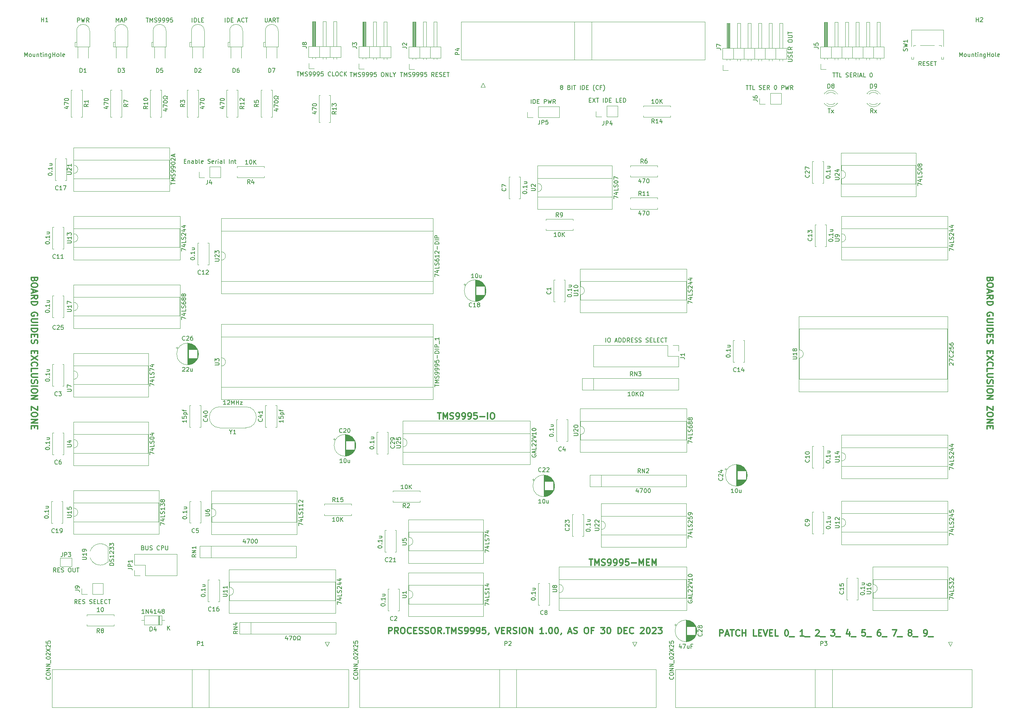
<source format=gbr>
%TF.GenerationSoftware,KiCad,Pcbnew,(6.0.11)*%
%TF.CreationDate,2024-01-05T16:14:18-06:00*%
%TF.ProjectId,processor.tms9995,70726f63-6573-4736-9f72-2e746d733939,v1.0*%
%TF.SameCoordinates,Original*%
%TF.FileFunction,Legend,Top*%
%TF.FilePolarity,Positive*%
%FSLAX46Y46*%
G04 Gerber Fmt 4.6, Leading zero omitted, Abs format (unit mm)*
G04 Created by KiCad (PCBNEW (6.0.11)) date 2024-01-05 16:14:18*
%MOMM*%
%LPD*%
G01*
G04 APERTURE LIST*
%ADD10C,0.300000*%
%ADD11C,0.150000*%
%ADD12C,0.120000*%
G04 APERTURE END LIST*
D10*
X37607142Y-133285714D02*
X37535714Y-133500000D01*
X37464285Y-133571428D01*
X37321428Y-133642857D01*
X37107142Y-133642857D01*
X36964285Y-133571428D01*
X36892857Y-133500000D01*
X36821428Y-133357142D01*
X36821428Y-132785714D01*
X38321428Y-132785714D01*
X38321428Y-133285714D01*
X38250000Y-133428571D01*
X38178571Y-133500000D01*
X38035714Y-133571428D01*
X37892857Y-133571428D01*
X37750000Y-133500000D01*
X37678571Y-133428571D01*
X37607142Y-133285714D01*
X37607142Y-132785714D01*
X38321428Y-134571428D02*
X38321428Y-134857142D01*
X38250000Y-135000000D01*
X38107142Y-135142857D01*
X37821428Y-135214285D01*
X37321428Y-135214285D01*
X37035714Y-135142857D01*
X36892857Y-135000000D01*
X36821428Y-134857142D01*
X36821428Y-134571428D01*
X36892857Y-134428571D01*
X37035714Y-134285714D01*
X37321428Y-134214285D01*
X37821428Y-134214285D01*
X38107142Y-134285714D01*
X38250000Y-134428571D01*
X38321428Y-134571428D01*
X37250000Y-135785714D02*
X37250000Y-136500000D01*
X36821428Y-135642857D02*
X38321428Y-136142857D01*
X36821428Y-136642857D01*
X36821428Y-138000000D02*
X37535714Y-137500000D01*
X36821428Y-137142857D02*
X38321428Y-137142857D01*
X38321428Y-137714285D01*
X38250000Y-137857142D01*
X38178571Y-137928571D01*
X38035714Y-138000000D01*
X37821428Y-138000000D01*
X37678571Y-137928571D01*
X37607142Y-137857142D01*
X37535714Y-137714285D01*
X37535714Y-137142857D01*
X36821428Y-138642857D02*
X38321428Y-138642857D01*
X38321428Y-139000000D01*
X38250000Y-139214285D01*
X38107142Y-139357142D01*
X37964285Y-139428571D01*
X37678571Y-139500000D01*
X37464285Y-139500000D01*
X37178571Y-139428571D01*
X37035714Y-139357142D01*
X36892857Y-139214285D01*
X36821428Y-139000000D01*
X36821428Y-138642857D01*
X38250000Y-142071428D02*
X38321428Y-141928571D01*
X38321428Y-141714285D01*
X38250000Y-141500000D01*
X38107142Y-141357142D01*
X37964285Y-141285714D01*
X37678571Y-141214285D01*
X37464285Y-141214285D01*
X37178571Y-141285714D01*
X37035714Y-141357142D01*
X36892857Y-141500000D01*
X36821428Y-141714285D01*
X36821428Y-141857142D01*
X36892857Y-142071428D01*
X36964285Y-142142857D01*
X37464285Y-142142857D01*
X37464285Y-141857142D01*
X38321428Y-142785714D02*
X37107142Y-142785714D01*
X36964285Y-142857142D01*
X36892857Y-142928571D01*
X36821428Y-143071428D01*
X36821428Y-143357142D01*
X36892857Y-143500000D01*
X36964285Y-143571428D01*
X37107142Y-143642857D01*
X38321428Y-143642857D01*
X36821428Y-144357142D02*
X38321428Y-144357142D01*
X36821428Y-145071428D02*
X38321428Y-145071428D01*
X38321428Y-145428571D01*
X38250000Y-145642857D01*
X38107142Y-145785714D01*
X37964285Y-145857142D01*
X37678571Y-145928571D01*
X37464285Y-145928571D01*
X37178571Y-145857142D01*
X37035714Y-145785714D01*
X36892857Y-145642857D01*
X36821428Y-145428571D01*
X36821428Y-145071428D01*
X37607142Y-146571428D02*
X37607142Y-147071428D01*
X36821428Y-147285714D02*
X36821428Y-146571428D01*
X38321428Y-146571428D01*
X38321428Y-147285714D01*
X36892857Y-147857142D02*
X36821428Y-148071428D01*
X36821428Y-148428571D01*
X36892857Y-148571428D01*
X36964285Y-148642857D01*
X37107142Y-148714285D01*
X37250000Y-148714285D01*
X37392857Y-148642857D01*
X37464285Y-148571428D01*
X37535714Y-148428571D01*
X37607142Y-148142857D01*
X37678571Y-148000000D01*
X37750000Y-147928571D01*
X37892857Y-147857142D01*
X38035714Y-147857142D01*
X38178571Y-147928571D01*
X38250000Y-148000000D01*
X38321428Y-148142857D01*
X38321428Y-148500000D01*
X38250000Y-148714285D01*
X37607142Y-150500000D02*
X37607142Y-151000000D01*
X36821428Y-151214285D02*
X36821428Y-150500000D01*
X38321428Y-150500000D01*
X38321428Y-151214285D01*
X38321428Y-151714285D02*
X36821428Y-152714285D01*
X38321428Y-152714285D02*
X36821428Y-151714285D01*
X36964285Y-154142857D02*
X36892857Y-154071428D01*
X36821428Y-153857142D01*
X36821428Y-153714285D01*
X36892857Y-153500000D01*
X37035714Y-153357142D01*
X37178571Y-153285714D01*
X37464285Y-153214285D01*
X37678571Y-153214285D01*
X37964285Y-153285714D01*
X38107142Y-153357142D01*
X38250000Y-153500000D01*
X38321428Y-153714285D01*
X38321428Y-153857142D01*
X38250000Y-154071428D01*
X38178571Y-154142857D01*
X36821428Y-155500000D02*
X36821428Y-154785714D01*
X38321428Y-154785714D01*
X38321428Y-156000000D02*
X37107142Y-156000000D01*
X36964285Y-156071428D01*
X36892857Y-156142857D01*
X36821428Y-156285714D01*
X36821428Y-156571428D01*
X36892857Y-156714285D01*
X36964285Y-156785714D01*
X37107142Y-156857142D01*
X38321428Y-156857142D01*
X36892857Y-157500000D02*
X36821428Y-157714285D01*
X36821428Y-158071428D01*
X36892857Y-158214285D01*
X36964285Y-158285714D01*
X37107142Y-158357142D01*
X37250000Y-158357142D01*
X37392857Y-158285714D01*
X37464285Y-158214285D01*
X37535714Y-158071428D01*
X37607142Y-157785714D01*
X37678571Y-157642857D01*
X37750000Y-157571428D01*
X37892857Y-157500000D01*
X38035714Y-157500000D01*
X38178571Y-157571428D01*
X38250000Y-157642857D01*
X38321428Y-157785714D01*
X38321428Y-158142857D01*
X38250000Y-158357142D01*
X36821428Y-159000000D02*
X38321428Y-159000000D01*
X38321428Y-160000000D02*
X38321428Y-160285714D01*
X38250000Y-160428571D01*
X38107142Y-160571428D01*
X37821428Y-160642857D01*
X37321428Y-160642857D01*
X37035714Y-160571428D01*
X36892857Y-160428571D01*
X36821428Y-160285714D01*
X36821428Y-160000000D01*
X36892857Y-159857142D01*
X37035714Y-159714285D01*
X37321428Y-159642857D01*
X37821428Y-159642857D01*
X38107142Y-159714285D01*
X38250000Y-159857142D01*
X38321428Y-160000000D01*
X36821428Y-161285714D02*
X38321428Y-161285714D01*
X36821428Y-162142857D01*
X38321428Y-162142857D01*
X38321428Y-163857142D02*
X38321428Y-164857142D01*
X36821428Y-163857142D01*
X36821428Y-164857142D01*
X38321428Y-165714285D02*
X38321428Y-166000000D01*
X38250000Y-166142857D01*
X38107142Y-166285714D01*
X37821428Y-166357142D01*
X37321428Y-166357142D01*
X37035714Y-166285714D01*
X36892857Y-166142857D01*
X36821428Y-166000000D01*
X36821428Y-165714285D01*
X36892857Y-165571428D01*
X37035714Y-165428571D01*
X37321428Y-165357142D01*
X37821428Y-165357142D01*
X38107142Y-165428571D01*
X38250000Y-165571428D01*
X38321428Y-165714285D01*
X36821428Y-167000000D02*
X38321428Y-167000000D01*
X36821428Y-167857142D01*
X38321428Y-167857142D01*
X37607142Y-168571428D02*
X37607142Y-169071428D01*
X36821428Y-169285714D02*
X36821428Y-168571428D01*
X38321428Y-168571428D01*
X38321428Y-169285714D01*
X267607142Y-133285714D02*
X267535714Y-133500000D01*
X267464285Y-133571428D01*
X267321428Y-133642857D01*
X267107142Y-133642857D01*
X266964285Y-133571428D01*
X266892857Y-133500000D01*
X266821428Y-133357142D01*
X266821428Y-132785714D01*
X268321428Y-132785714D01*
X268321428Y-133285714D01*
X268250000Y-133428571D01*
X268178571Y-133500000D01*
X268035714Y-133571428D01*
X267892857Y-133571428D01*
X267750000Y-133500000D01*
X267678571Y-133428571D01*
X267607142Y-133285714D01*
X267607142Y-132785714D01*
X268321428Y-134571428D02*
X268321428Y-134857142D01*
X268250000Y-135000000D01*
X268107142Y-135142857D01*
X267821428Y-135214285D01*
X267321428Y-135214285D01*
X267035714Y-135142857D01*
X266892857Y-135000000D01*
X266821428Y-134857142D01*
X266821428Y-134571428D01*
X266892857Y-134428571D01*
X267035714Y-134285714D01*
X267321428Y-134214285D01*
X267821428Y-134214285D01*
X268107142Y-134285714D01*
X268250000Y-134428571D01*
X268321428Y-134571428D01*
X267250000Y-135785714D02*
X267250000Y-136500000D01*
X266821428Y-135642857D02*
X268321428Y-136142857D01*
X266821428Y-136642857D01*
X266821428Y-138000000D02*
X267535714Y-137500000D01*
X266821428Y-137142857D02*
X268321428Y-137142857D01*
X268321428Y-137714285D01*
X268250000Y-137857142D01*
X268178571Y-137928571D01*
X268035714Y-138000000D01*
X267821428Y-138000000D01*
X267678571Y-137928571D01*
X267607142Y-137857142D01*
X267535714Y-137714285D01*
X267535714Y-137142857D01*
X266821428Y-138642857D02*
X268321428Y-138642857D01*
X268321428Y-139000000D01*
X268250000Y-139214285D01*
X268107142Y-139357142D01*
X267964285Y-139428571D01*
X267678571Y-139500000D01*
X267464285Y-139500000D01*
X267178571Y-139428571D01*
X267035714Y-139357142D01*
X266892857Y-139214285D01*
X266821428Y-139000000D01*
X266821428Y-138642857D01*
X268250000Y-142071428D02*
X268321428Y-141928571D01*
X268321428Y-141714285D01*
X268250000Y-141500000D01*
X268107142Y-141357142D01*
X267964285Y-141285714D01*
X267678571Y-141214285D01*
X267464285Y-141214285D01*
X267178571Y-141285714D01*
X267035714Y-141357142D01*
X266892857Y-141500000D01*
X266821428Y-141714285D01*
X266821428Y-141857142D01*
X266892857Y-142071428D01*
X266964285Y-142142857D01*
X267464285Y-142142857D01*
X267464285Y-141857142D01*
X268321428Y-142785714D02*
X267107142Y-142785714D01*
X266964285Y-142857142D01*
X266892857Y-142928571D01*
X266821428Y-143071428D01*
X266821428Y-143357142D01*
X266892857Y-143500000D01*
X266964285Y-143571428D01*
X267107142Y-143642857D01*
X268321428Y-143642857D01*
X266821428Y-144357142D02*
X268321428Y-144357142D01*
X266821428Y-145071428D02*
X268321428Y-145071428D01*
X268321428Y-145428571D01*
X268250000Y-145642857D01*
X268107142Y-145785714D01*
X267964285Y-145857142D01*
X267678571Y-145928571D01*
X267464285Y-145928571D01*
X267178571Y-145857142D01*
X267035714Y-145785714D01*
X266892857Y-145642857D01*
X266821428Y-145428571D01*
X266821428Y-145071428D01*
X267607142Y-146571428D02*
X267607142Y-147071428D01*
X266821428Y-147285714D02*
X266821428Y-146571428D01*
X268321428Y-146571428D01*
X268321428Y-147285714D01*
X266892857Y-147857142D02*
X266821428Y-148071428D01*
X266821428Y-148428571D01*
X266892857Y-148571428D01*
X266964285Y-148642857D01*
X267107142Y-148714285D01*
X267250000Y-148714285D01*
X267392857Y-148642857D01*
X267464285Y-148571428D01*
X267535714Y-148428571D01*
X267607142Y-148142857D01*
X267678571Y-148000000D01*
X267750000Y-147928571D01*
X267892857Y-147857142D01*
X268035714Y-147857142D01*
X268178571Y-147928571D01*
X268250000Y-148000000D01*
X268321428Y-148142857D01*
X268321428Y-148500000D01*
X268250000Y-148714285D01*
X267607142Y-150500000D02*
X267607142Y-151000000D01*
X266821428Y-151214285D02*
X266821428Y-150500000D01*
X268321428Y-150500000D01*
X268321428Y-151214285D01*
X268321428Y-151714285D02*
X266821428Y-152714285D01*
X268321428Y-152714285D02*
X266821428Y-151714285D01*
X266964285Y-154142857D02*
X266892857Y-154071428D01*
X266821428Y-153857142D01*
X266821428Y-153714285D01*
X266892857Y-153500000D01*
X267035714Y-153357142D01*
X267178571Y-153285714D01*
X267464285Y-153214285D01*
X267678571Y-153214285D01*
X267964285Y-153285714D01*
X268107142Y-153357142D01*
X268250000Y-153500000D01*
X268321428Y-153714285D01*
X268321428Y-153857142D01*
X268250000Y-154071428D01*
X268178571Y-154142857D01*
X266821428Y-155500000D02*
X266821428Y-154785714D01*
X268321428Y-154785714D01*
X268321428Y-156000000D02*
X267107142Y-156000000D01*
X266964285Y-156071428D01*
X266892857Y-156142857D01*
X266821428Y-156285714D01*
X266821428Y-156571428D01*
X266892857Y-156714285D01*
X266964285Y-156785714D01*
X267107142Y-156857142D01*
X268321428Y-156857142D01*
X266892857Y-157500000D02*
X266821428Y-157714285D01*
X266821428Y-158071428D01*
X266892857Y-158214285D01*
X266964285Y-158285714D01*
X267107142Y-158357142D01*
X267250000Y-158357142D01*
X267392857Y-158285714D01*
X267464285Y-158214285D01*
X267535714Y-158071428D01*
X267607142Y-157785714D01*
X267678571Y-157642857D01*
X267750000Y-157571428D01*
X267892857Y-157500000D01*
X268035714Y-157500000D01*
X268178571Y-157571428D01*
X268250000Y-157642857D01*
X268321428Y-157785714D01*
X268321428Y-158142857D01*
X268250000Y-158357142D01*
X266821428Y-159000000D02*
X268321428Y-159000000D01*
X268321428Y-160000000D02*
X268321428Y-160285714D01*
X268250000Y-160428571D01*
X268107142Y-160571428D01*
X267821428Y-160642857D01*
X267321428Y-160642857D01*
X267035714Y-160571428D01*
X266892857Y-160428571D01*
X266821428Y-160285714D01*
X266821428Y-160000000D01*
X266892857Y-159857142D01*
X267035714Y-159714285D01*
X267321428Y-159642857D01*
X267821428Y-159642857D01*
X268107142Y-159714285D01*
X268250000Y-159857142D01*
X268321428Y-160000000D01*
X266821428Y-161285714D02*
X268321428Y-161285714D01*
X266821428Y-162142857D01*
X268321428Y-162142857D01*
X268321428Y-163857142D02*
X268321428Y-164857142D01*
X266821428Y-163857142D01*
X266821428Y-164857142D01*
X268321428Y-165714285D02*
X268321428Y-166000000D01*
X268250000Y-166142857D01*
X268107142Y-166285714D01*
X267821428Y-166357142D01*
X267321428Y-166357142D01*
X267035714Y-166285714D01*
X266892857Y-166142857D01*
X266821428Y-166000000D01*
X266821428Y-165714285D01*
X266892857Y-165571428D01*
X267035714Y-165428571D01*
X267321428Y-165357142D01*
X267821428Y-165357142D01*
X268107142Y-165428571D01*
X268250000Y-165571428D01*
X268321428Y-165714285D01*
X266821428Y-167000000D02*
X268321428Y-167000000D01*
X266821428Y-167857142D01*
X268321428Y-167857142D01*
X267607142Y-168571428D02*
X267607142Y-169071428D01*
X266821428Y-169285714D02*
X266821428Y-168571428D01*
X268321428Y-168571428D01*
X268321428Y-169285714D01*
X122792857Y-218613571D02*
X122792857Y-217113571D01*
X123364285Y-217113571D01*
X123507142Y-217185000D01*
X123578571Y-217256428D01*
X123650000Y-217399285D01*
X123650000Y-217613571D01*
X123578571Y-217756428D01*
X123507142Y-217827857D01*
X123364285Y-217899285D01*
X122792857Y-217899285D01*
X125150000Y-218613571D02*
X124650000Y-217899285D01*
X124292857Y-218613571D02*
X124292857Y-217113571D01*
X124864285Y-217113571D01*
X125007142Y-217185000D01*
X125078571Y-217256428D01*
X125150000Y-217399285D01*
X125150000Y-217613571D01*
X125078571Y-217756428D01*
X125007142Y-217827857D01*
X124864285Y-217899285D01*
X124292857Y-217899285D01*
X126078571Y-217113571D02*
X126364285Y-217113571D01*
X126507142Y-217185000D01*
X126650000Y-217327857D01*
X126721428Y-217613571D01*
X126721428Y-218113571D01*
X126650000Y-218399285D01*
X126507142Y-218542142D01*
X126364285Y-218613571D01*
X126078571Y-218613571D01*
X125935714Y-218542142D01*
X125792857Y-218399285D01*
X125721428Y-218113571D01*
X125721428Y-217613571D01*
X125792857Y-217327857D01*
X125935714Y-217185000D01*
X126078571Y-217113571D01*
X128221428Y-218470714D02*
X128150000Y-218542142D01*
X127935714Y-218613571D01*
X127792857Y-218613571D01*
X127578571Y-218542142D01*
X127435714Y-218399285D01*
X127364285Y-218256428D01*
X127292857Y-217970714D01*
X127292857Y-217756428D01*
X127364285Y-217470714D01*
X127435714Y-217327857D01*
X127578571Y-217185000D01*
X127792857Y-217113571D01*
X127935714Y-217113571D01*
X128150000Y-217185000D01*
X128221428Y-217256428D01*
X128864285Y-217827857D02*
X129364285Y-217827857D01*
X129578571Y-218613571D02*
X128864285Y-218613571D01*
X128864285Y-217113571D01*
X129578571Y-217113571D01*
X130150000Y-218542142D02*
X130364285Y-218613571D01*
X130721428Y-218613571D01*
X130864285Y-218542142D01*
X130935714Y-218470714D01*
X131007142Y-218327857D01*
X131007142Y-218185000D01*
X130935714Y-218042142D01*
X130864285Y-217970714D01*
X130721428Y-217899285D01*
X130435714Y-217827857D01*
X130292857Y-217756428D01*
X130221428Y-217685000D01*
X130150000Y-217542142D01*
X130150000Y-217399285D01*
X130221428Y-217256428D01*
X130292857Y-217185000D01*
X130435714Y-217113571D01*
X130792857Y-217113571D01*
X131007142Y-217185000D01*
X131578571Y-218542142D02*
X131792857Y-218613571D01*
X132150000Y-218613571D01*
X132292857Y-218542142D01*
X132364285Y-218470714D01*
X132435714Y-218327857D01*
X132435714Y-218185000D01*
X132364285Y-218042142D01*
X132292857Y-217970714D01*
X132150000Y-217899285D01*
X131864285Y-217827857D01*
X131721428Y-217756428D01*
X131650000Y-217685000D01*
X131578571Y-217542142D01*
X131578571Y-217399285D01*
X131650000Y-217256428D01*
X131721428Y-217185000D01*
X131864285Y-217113571D01*
X132221428Y-217113571D01*
X132435714Y-217185000D01*
X133364285Y-217113571D02*
X133650000Y-217113571D01*
X133792857Y-217185000D01*
X133935714Y-217327857D01*
X134007142Y-217613571D01*
X134007142Y-218113571D01*
X133935714Y-218399285D01*
X133792857Y-218542142D01*
X133650000Y-218613571D01*
X133364285Y-218613571D01*
X133221428Y-218542142D01*
X133078571Y-218399285D01*
X133007142Y-218113571D01*
X133007142Y-217613571D01*
X133078571Y-217327857D01*
X133221428Y-217185000D01*
X133364285Y-217113571D01*
X135507142Y-218613571D02*
X135007142Y-217899285D01*
X134650000Y-218613571D02*
X134650000Y-217113571D01*
X135221428Y-217113571D01*
X135364285Y-217185000D01*
X135435714Y-217256428D01*
X135507142Y-217399285D01*
X135507142Y-217613571D01*
X135435714Y-217756428D01*
X135364285Y-217827857D01*
X135221428Y-217899285D01*
X134650000Y-217899285D01*
X136150000Y-218470714D02*
X136221428Y-218542142D01*
X136150000Y-218613571D01*
X136078571Y-218542142D01*
X136150000Y-218470714D01*
X136150000Y-218613571D01*
X136650000Y-217113571D02*
X137507142Y-217113571D01*
X137078571Y-218613571D02*
X137078571Y-217113571D01*
X138007142Y-218613571D02*
X138007142Y-217113571D01*
X138507142Y-218185000D01*
X139007142Y-217113571D01*
X139007142Y-218613571D01*
X139650000Y-218542142D02*
X139864285Y-218613571D01*
X140221428Y-218613571D01*
X140364285Y-218542142D01*
X140435714Y-218470714D01*
X140507142Y-218327857D01*
X140507142Y-218185000D01*
X140435714Y-218042142D01*
X140364285Y-217970714D01*
X140221428Y-217899285D01*
X139935714Y-217827857D01*
X139792857Y-217756428D01*
X139721428Y-217685000D01*
X139650000Y-217542142D01*
X139650000Y-217399285D01*
X139721428Y-217256428D01*
X139792857Y-217185000D01*
X139935714Y-217113571D01*
X140292857Y-217113571D01*
X140507142Y-217185000D01*
X141221428Y-218613571D02*
X141507142Y-218613571D01*
X141650000Y-218542142D01*
X141721428Y-218470714D01*
X141864285Y-218256428D01*
X141935714Y-217970714D01*
X141935714Y-217399285D01*
X141864285Y-217256428D01*
X141792857Y-217185000D01*
X141650000Y-217113571D01*
X141364285Y-217113571D01*
X141221428Y-217185000D01*
X141150000Y-217256428D01*
X141078571Y-217399285D01*
X141078571Y-217756428D01*
X141150000Y-217899285D01*
X141221428Y-217970714D01*
X141364285Y-218042142D01*
X141650000Y-218042142D01*
X141792857Y-217970714D01*
X141864285Y-217899285D01*
X141935714Y-217756428D01*
X142650000Y-218613571D02*
X142935714Y-218613571D01*
X143078571Y-218542142D01*
X143150000Y-218470714D01*
X143292857Y-218256428D01*
X143364285Y-217970714D01*
X143364285Y-217399285D01*
X143292857Y-217256428D01*
X143221428Y-217185000D01*
X143078571Y-217113571D01*
X142792857Y-217113571D01*
X142650000Y-217185000D01*
X142578571Y-217256428D01*
X142507142Y-217399285D01*
X142507142Y-217756428D01*
X142578571Y-217899285D01*
X142650000Y-217970714D01*
X142792857Y-218042142D01*
X143078571Y-218042142D01*
X143221428Y-217970714D01*
X143292857Y-217899285D01*
X143364285Y-217756428D01*
X144078571Y-218613571D02*
X144364285Y-218613571D01*
X144507142Y-218542142D01*
X144578571Y-218470714D01*
X144721428Y-218256428D01*
X144792857Y-217970714D01*
X144792857Y-217399285D01*
X144721428Y-217256428D01*
X144650000Y-217185000D01*
X144507142Y-217113571D01*
X144221428Y-217113571D01*
X144078571Y-217185000D01*
X144007142Y-217256428D01*
X143935714Y-217399285D01*
X143935714Y-217756428D01*
X144007142Y-217899285D01*
X144078571Y-217970714D01*
X144221428Y-218042142D01*
X144507142Y-218042142D01*
X144650000Y-217970714D01*
X144721428Y-217899285D01*
X144792857Y-217756428D01*
X146150000Y-217113571D02*
X145435714Y-217113571D01*
X145364285Y-217827857D01*
X145435714Y-217756428D01*
X145578571Y-217685000D01*
X145935714Y-217685000D01*
X146078571Y-217756428D01*
X146150000Y-217827857D01*
X146221428Y-217970714D01*
X146221428Y-218327857D01*
X146150000Y-218470714D01*
X146078571Y-218542142D01*
X145935714Y-218613571D01*
X145578571Y-218613571D01*
X145435714Y-218542142D01*
X145364285Y-218470714D01*
X146935714Y-218542142D02*
X146935714Y-218613571D01*
X146864285Y-218756428D01*
X146792857Y-218827857D01*
X148507142Y-217113571D02*
X149007142Y-218613571D01*
X149507142Y-217113571D01*
X150007142Y-217827857D02*
X150507142Y-217827857D01*
X150721428Y-218613571D02*
X150007142Y-218613571D01*
X150007142Y-217113571D01*
X150721428Y-217113571D01*
X152221428Y-218613571D02*
X151721428Y-217899285D01*
X151364285Y-218613571D02*
X151364285Y-217113571D01*
X151935714Y-217113571D01*
X152078571Y-217185000D01*
X152150000Y-217256428D01*
X152221428Y-217399285D01*
X152221428Y-217613571D01*
X152150000Y-217756428D01*
X152078571Y-217827857D01*
X151935714Y-217899285D01*
X151364285Y-217899285D01*
X152792857Y-218542142D02*
X153007142Y-218613571D01*
X153364285Y-218613571D01*
X153507142Y-218542142D01*
X153578571Y-218470714D01*
X153650000Y-218327857D01*
X153650000Y-218185000D01*
X153578571Y-218042142D01*
X153507142Y-217970714D01*
X153364285Y-217899285D01*
X153078571Y-217827857D01*
X152935714Y-217756428D01*
X152864285Y-217685000D01*
X152792857Y-217542142D01*
X152792857Y-217399285D01*
X152864285Y-217256428D01*
X152935714Y-217185000D01*
X153078571Y-217113571D01*
X153435714Y-217113571D01*
X153650000Y-217185000D01*
X154292857Y-218613571D02*
X154292857Y-217113571D01*
X155292857Y-217113571D02*
X155578571Y-217113571D01*
X155721428Y-217185000D01*
X155864285Y-217327857D01*
X155935714Y-217613571D01*
X155935714Y-218113571D01*
X155864285Y-218399285D01*
X155721428Y-218542142D01*
X155578571Y-218613571D01*
X155292857Y-218613571D01*
X155150000Y-218542142D01*
X155007142Y-218399285D01*
X154935714Y-218113571D01*
X154935714Y-217613571D01*
X155007142Y-217327857D01*
X155150000Y-217185000D01*
X155292857Y-217113571D01*
X156578571Y-218613571D02*
X156578571Y-217113571D01*
X157435714Y-218613571D01*
X157435714Y-217113571D01*
X160078571Y-218613571D02*
X159221428Y-218613571D01*
X159650000Y-218613571D02*
X159650000Y-217113571D01*
X159507142Y-217327857D01*
X159364285Y-217470714D01*
X159221428Y-217542142D01*
X160721428Y-218470714D02*
X160792857Y-218542142D01*
X160721428Y-218613571D01*
X160650000Y-218542142D01*
X160721428Y-218470714D01*
X160721428Y-218613571D01*
X161721428Y-217113571D02*
X161864285Y-217113571D01*
X162007142Y-217185000D01*
X162078571Y-217256428D01*
X162150000Y-217399285D01*
X162221428Y-217685000D01*
X162221428Y-218042142D01*
X162150000Y-218327857D01*
X162078571Y-218470714D01*
X162007142Y-218542142D01*
X161864285Y-218613571D01*
X161721428Y-218613571D01*
X161578571Y-218542142D01*
X161507142Y-218470714D01*
X161435714Y-218327857D01*
X161364285Y-218042142D01*
X161364285Y-217685000D01*
X161435714Y-217399285D01*
X161507142Y-217256428D01*
X161578571Y-217185000D01*
X161721428Y-217113571D01*
X163150000Y-217113571D02*
X163292857Y-217113571D01*
X163435714Y-217185000D01*
X163507142Y-217256428D01*
X163578571Y-217399285D01*
X163650000Y-217685000D01*
X163650000Y-218042142D01*
X163578571Y-218327857D01*
X163507142Y-218470714D01*
X163435714Y-218542142D01*
X163292857Y-218613571D01*
X163150000Y-218613571D01*
X163007142Y-218542142D01*
X162935714Y-218470714D01*
X162864285Y-218327857D01*
X162792857Y-218042142D01*
X162792857Y-217685000D01*
X162864285Y-217399285D01*
X162935714Y-217256428D01*
X163007142Y-217185000D01*
X163150000Y-217113571D01*
X164364285Y-218542142D02*
X164364285Y-218613571D01*
X164292857Y-218756428D01*
X164221428Y-218827857D01*
X166078571Y-218185000D02*
X166792857Y-218185000D01*
X165935714Y-218613571D02*
X166435714Y-217113571D01*
X166935714Y-218613571D01*
X167364285Y-218542142D02*
X167578571Y-218613571D01*
X167935714Y-218613571D01*
X168078571Y-218542142D01*
X168150000Y-218470714D01*
X168221428Y-218327857D01*
X168221428Y-218185000D01*
X168150000Y-218042142D01*
X168078571Y-217970714D01*
X167935714Y-217899285D01*
X167650000Y-217827857D01*
X167507142Y-217756428D01*
X167435714Y-217685000D01*
X167364285Y-217542142D01*
X167364285Y-217399285D01*
X167435714Y-217256428D01*
X167507142Y-217185000D01*
X167650000Y-217113571D01*
X168007142Y-217113571D01*
X168221428Y-217185000D01*
X170292857Y-217113571D02*
X170578571Y-217113571D01*
X170721428Y-217185000D01*
X170864285Y-217327857D01*
X170935714Y-217613571D01*
X170935714Y-218113571D01*
X170864285Y-218399285D01*
X170721428Y-218542142D01*
X170578571Y-218613571D01*
X170292857Y-218613571D01*
X170150000Y-218542142D01*
X170007142Y-218399285D01*
X169935714Y-218113571D01*
X169935714Y-217613571D01*
X170007142Y-217327857D01*
X170150000Y-217185000D01*
X170292857Y-217113571D01*
X172078571Y-217827857D02*
X171578571Y-217827857D01*
X171578571Y-218613571D02*
X171578571Y-217113571D01*
X172292857Y-217113571D01*
X173864285Y-217113571D02*
X174792857Y-217113571D01*
X174292857Y-217685000D01*
X174507142Y-217685000D01*
X174650000Y-217756428D01*
X174721428Y-217827857D01*
X174792857Y-217970714D01*
X174792857Y-218327857D01*
X174721428Y-218470714D01*
X174650000Y-218542142D01*
X174507142Y-218613571D01*
X174078571Y-218613571D01*
X173935714Y-218542142D01*
X173864285Y-218470714D01*
X175721428Y-217113571D02*
X175864285Y-217113571D01*
X176007142Y-217185000D01*
X176078571Y-217256428D01*
X176150000Y-217399285D01*
X176221428Y-217685000D01*
X176221428Y-218042142D01*
X176150000Y-218327857D01*
X176078571Y-218470714D01*
X176007142Y-218542142D01*
X175864285Y-218613571D01*
X175721428Y-218613571D01*
X175578571Y-218542142D01*
X175507142Y-218470714D01*
X175435714Y-218327857D01*
X175364285Y-218042142D01*
X175364285Y-217685000D01*
X175435714Y-217399285D01*
X175507142Y-217256428D01*
X175578571Y-217185000D01*
X175721428Y-217113571D01*
X178007142Y-218613571D02*
X178007142Y-217113571D01*
X178364285Y-217113571D01*
X178578571Y-217185000D01*
X178721428Y-217327857D01*
X178792857Y-217470714D01*
X178864285Y-217756428D01*
X178864285Y-217970714D01*
X178792857Y-218256428D01*
X178721428Y-218399285D01*
X178578571Y-218542142D01*
X178364285Y-218613571D01*
X178007142Y-218613571D01*
X179507142Y-217827857D02*
X180007142Y-217827857D01*
X180221428Y-218613571D02*
X179507142Y-218613571D01*
X179507142Y-217113571D01*
X180221428Y-217113571D01*
X181721428Y-218470714D02*
X181650000Y-218542142D01*
X181435714Y-218613571D01*
X181292857Y-218613571D01*
X181078571Y-218542142D01*
X180935714Y-218399285D01*
X180864285Y-218256428D01*
X180792857Y-217970714D01*
X180792857Y-217756428D01*
X180864285Y-217470714D01*
X180935714Y-217327857D01*
X181078571Y-217185000D01*
X181292857Y-217113571D01*
X181435714Y-217113571D01*
X181650000Y-217185000D01*
X181721428Y-217256428D01*
X183435714Y-217256428D02*
X183507142Y-217185000D01*
X183650000Y-217113571D01*
X184007142Y-217113571D01*
X184150000Y-217185000D01*
X184221428Y-217256428D01*
X184292857Y-217399285D01*
X184292857Y-217542142D01*
X184221428Y-217756428D01*
X183364285Y-218613571D01*
X184292857Y-218613571D01*
X185221428Y-217113571D02*
X185364285Y-217113571D01*
X185507142Y-217185000D01*
X185578571Y-217256428D01*
X185650000Y-217399285D01*
X185721428Y-217685000D01*
X185721428Y-218042142D01*
X185650000Y-218327857D01*
X185578571Y-218470714D01*
X185507142Y-218542142D01*
X185364285Y-218613571D01*
X185221428Y-218613571D01*
X185078571Y-218542142D01*
X185007142Y-218470714D01*
X184935714Y-218327857D01*
X184864285Y-218042142D01*
X184864285Y-217685000D01*
X184935714Y-217399285D01*
X185007142Y-217256428D01*
X185078571Y-217185000D01*
X185221428Y-217113571D01*
X186292857Y-217256428D02*
X186364285Y-217185000D01*
X186507142Y-217113571D01*
X186864285Y-217113571D01*
X187007142Y-217185000D01*
X187078571Y-217256428D01*
X187150000Y-217399285D01*
X187150000Y-217542142D01*
X187078571Y-217756428D01*
X186221428Y-218613571D01*
X187150000Y-218613571D01*
X187650000Y-217113571D02*
X188578571Y-217113571D01*
X188078571Y-217685000D01*
X188292857Y-217685000D01*
X188435714Y-217756428D01*
X188507142Y-217827857D01*
X188578571Y-217970714D01*
X188578571Y-218327857D01*
X188507142Y-218470714D01*
X188435714Y-218542142D01*
X188292857Y-218613571D01*
X187864285Y-218613571D01*
X187721428Y-218542142D01*
X187650000Y-218470714D01*
X202500000Y-219178571D02*
X202500000Y-217678571D01*
X203071428Y-217678571D01*
X203214285Y-217750000D01*
X203285714Y-217821428D01*
X203357142Y-217964285D01*
X203357142Y-218178571D01*
X203285714Y-218321428D01*
X203214285Y-218392857D01*
X203071428Y-218464285D01*
X202500000Y-218464285D01*
X203928571Y-218750000D02*
X204642857Y-218750000D01*
X203785714Y-219178571D02*
X204285714Y-217678571D01*
X204785714Y-219178571D01*
X205071428Y-217678571D02*
X205928571Y-217678571D01*
X205500000Y-219178571D02*
X205500000Y-217678571D01*
X207285714Y-219035714D02*
X207214285Y-219107142D01*
X207000000Y-219178571D01*
X206857142Y-219178571D01*
X206642857Y-219107142D01*
X206500000Y-218964285D01*
X206428571Y-218821428D01*
X206357142Y-218535714D01*
X206357142Y-218321428D01*
X206428571Y-218035714D01*
X206500000Y-217892857D01*
X206642857Y-217750000D01*
X206857142Y-217678571D01*
X207000000Y-217678571D01*
X207214285Y-217750000D01*
X207285714Y-217821428D01*
X207928571Y-219178571D02*
X207928571Y-217678571D01*
X207928571Y-218392857D02*
X208785714Y-218392857D01*
X208785714Y-219178571D02*
X208785714Y-217678571D01*
X211357142Y-219178571D02*
X210642857Y-219178571D01*
X210642857Y-217678571D01*
X211857142Y-218392857D02*
X212357142Y-218392857D01*
X212571428Y-219178571D02*
X211857142Y-219178571D01*
X211857142Y-217678571D01*
X212571428Y-217678571D01*
X213000000Y-217678571D02*
X213500000Y-219178571D01*
X214000000Y-217678571D01*
X214500000Y-218392857D02*
X215000000Y-218392857D01*
X215214285Y-219178571D02*
X214500000Y-219178571D01*
X214500000Y-217678571D01*
X215214285Y-217678571D01*
X216571428Y-219178571D02*
X215857142Y-219178571D01*
X215857142Y-217678571D01*
X218500000Y-217678571D02*
X218642857Y-217678571D01*
X218785714Y-217750000D01*
X218857142Y-217821428D01*
X218928571Y-217964285D01*
X219000000Y-218250000D01*
X219000000Y-218607142D01*
X218928571Y-218892857D01*
X218857142Y-219035714D01*
X218785714Y-219107142D01*
X218642857Y-219178571D01*
X218500000Y-219178571D01*
X218357142Y-219107142D01*
X218285714Y-219035714D01*
X218214285Y-218892857D01*
X218142857Y-218607142D01*
X218142857Y-218250000D01*
X218214285Y-217964285D01*
X218285714Y-217821428D01*
X218357142Y-217750000D01*
X218500000Y-217678571D01*
X219285714Y-219321428D02*
X220428571Y-219321428D01*
X222714285Y-219178571D02*
X221857142Y-219178571D01*
X222285714Y-219178571D02*
X222285714Y-217678571D01*
X222142857Y-217892857D01*
X222000000Y-218035714D01*
X221857142Y-218107142D01*
X223000000Y-219321428D02*
X224142857Y-219321428D01*
X225571428Y-217821428D02*
X225642857Y-217750000D01*
X225785714Y-217678571D01*
X226142857Y-217678571D01*
X226285714Y-217750000D01*
X226357142Y-217821428D01*
X226428571Y-217964285D01*
X226428571Y-218107142D01*
X226357142Y-218321428D01*
X225500000Y-219178571D01*
X226428571Y-219178571D01*
X226714285Y-219321428D02*
X227857142Y-219321428D01*
X229214285Y-217678571D02*
X230142857Y-217678571D01*
X229642857Y-218250000D01*
X229857142Y-218250000D01*
X230000000Y-218321428D01*
X230071428Y-218392857D01*
X230142857Y-218535714D01*
X230142857Y-218892857D01*
X230071428Y-219035714D01*
X230000000Y-219107142D01*
X229857142Y-219178571D01*
X229428571Y-219178571D01*
X229285714Y-219107142D01*
X229214285Y-219035714D01*
X230428571Y-219321428D02*
X231571428Y-219321428D01*
X233714285Y-218178571D02*
X233714285Y-219178571D01*
X233357142Y-217607142D02*
X233000000Y-218678571D01*
X233928571Y-218678571D01*
X234142857Y-219321428D02*
X235285714Y-219321428D01*
X237500000Y-217678571D02*
X236785714Y-217678571D01*
X236714285Y-218392857D01*
X236785714Y-218321428D01*
X236928571Y-218250000D01*
X237285714Y-218250000D01*
X237428571Y-218321428D01*
X237500000Y-218392857D01*
X237571428Y-218535714D01*
X237571428Y-218892857D01*
X237500000Y-219035714D01*
X237428571Y-219107142D01*
X237285714Y-219178571D01*
X236928571Y-219178571D01*
X236785714Y-219107142D01*
X236714285Y-219035714D01*
X237857142Y-219321428D02*
X238999999Y-219321428D01*
X241142857Y-217678571D02*
X240857142Y-217678571D01*
X240714285Y-217750000D01*
X240642857Y-217821428D01*
X240499999Y-218035714D01*
X240428571Y-218321428D01*
X240428571Y-218892857D01*
X240499999Y-219035714D01*
X240571428Y-219107142D01*
X240714285Y-219178571D01*
X240999999Y-219178571D01*
X241142857Y-219107142D01*
X241214285Y-219035714D01*
X241285714Y-218892857D01*
X241285714Y-218535714D01*
X241214285Y-218392857D01*
X241142857Y-218321428D01*
X240999999Y-218250000D01*
X240714285Y-218250000D01*
X240571428Y-218321428D01*
X240499999Y-218392857D01*
X240428571Y-218535714D01*
X241571428Y-219321428D02*
X242714285Y-219321428D01*
X244071428Y-217678571D02*
X245071428Y-217678571D01*
X244428571Y-219178571D01*
X245285714Y-219321428D02*
X246428571Y-219321428D01*
X248142857Y-218321428D02*
X247999999Y-218250000D01*
X247928571Y-218178571D01*
X247857142Y-218035714D01*
X247857142Y-217964285D01*
X247928571Y-217821428D01*
X247999999Y-217750000D01*
X248142857Y-217678571D01*
X248428571Y-217678571D01*
X248571428Y-217750000D01*
X248642857Y-217821428D01*
X248714285Y-217964285D01*
X248714285Y-218035714D01*
X248642857Y-218178571D01*
X248571428Y-218250000D01*
X248428571Y-218321428D01*
X248142857Y-218321428D01*
X247999999Y-218392857D01*
X247928571Y-218464285D01*
X247857142Y-218607142D01*
X247857142Y-218892857D01*
X247928571Y-219035714D01*
X247999999Y-219107142D01*
X248142857Y-219178571D01*
X248428571Y-219178571D01*
X248571428Y-219107142D01*
X248642857Y-219035714D01*
X248714285Y-218892857D01*
X248714285Y-218607142D01*
X248642857Y-218464285D01*
X248571428Y-218392857D01*
X248428571Y-218321428D01*
X248999999Y-219321428D02*
X250142857Y-219321428D01*
X251714285Y-219178571D02*
X251999999Y-219178571D01*
X252142857Y-219107142D01*
X252214285Y-219035714D01*
X252357142Y-218821428D01*
X252428571Y-218535714D01*
X252428571Y-217964285D01*
X252357142Y-217821428D01*
X252285714Y-217750000D01*
X252142857Y-217678571D01*
X251857142Y-217678571D01*
X251714285Y-217750000D01*
X251642857Y-217821428D01*
X251571428Y-217964285D01*
X251571428Y-218321428D01*
X251642857Y-218464285D01*
X251714285Y-218535714D01*
X251857142Y-218607142D01*
X252142857Y-218607142D01*
X252285714Y-218535714D01*
X252357142Y-218464285D01*
X252428571Y-218321428D01*
X252714285Y-219321428D02*
X253857142Y-219321428D01*
X171071428Y-200678571D02*
X171928571Y-200678571D01*
X171500000Y-202178571D02*
X171500000Y-200678571D01*
X172428571Y-202178571D02*
X172428571Y-200678571D01*
X172928571Y-201750000D01*
X173428571Y-200678571D01*
X173428571Y-202178571D01*
X174071428Y-202107142D02*
X174285714Y-202178571D01*
X174642857Y-202178571D01*
X174785714Y-202107142D01*
X174857142Y-202035714D01*
X174928571Y-201892857D01*
X174928571Y-201750000D01*
X174857142Y-201607142D01*
X174785714Y-201535714D01*
X174642857Y-201464285D01*
X174357142Y-201392857D01*
X174214285Y-201321428D01*
X174142857Y-201250000D01*
X174071428Y-201107142D01*
X174071428Y-200964285D01*
X174142857Y-200821428D01*
X174214285Y-200750000D01*
X174357142Y-200678571D01*
X174714285Y-200678571D01*
X174928571Y-200750000D01*
X175642857Y-202178571D02*
X175928571Y-202178571D01*
X176071428Y-202107142D01*
X176142857Y-202035714D01*
X176285714Y-201821428D01*
X176357142Y-201535714D01*
X176357142Y-200964285D01*
X176285714Y-200821428D01*
X176214285Y-200750000D01*
X176071428Y-200678571D01*
X175785714Y-200678571D01*
X175642857Y-200750000D01*
X175571428Y-200821428D01*
X175500000Y-200964285D01*
X175500000Y-201321428D01*
X175571428Y-201464285D01*
X175642857Y-201535714D01*
X175785714Y-201607142D01*
X176071428Y-201607142D01*
X176214285Y-201535714D01*
X176285714Y-201464285D01*
X176357142Y-201321428D01*
X177071428Y-202178571D02*
X177357142Y-202178571D01*
X177500000Y-202107142D01*
X177571428Y-202035714D01*
X177714285Y-201821428D01*
X177785714Y-201535714D01*
X177785714Y-200964285D01*
X177714285Y-200821428D01*
X177642857Y-200750000D01*
X177500000Y-200678571D01*
X177214285Y-200678571D01*
X177071428Y-200750000D01*
X177000000Y-200821428D01*
X176928571Y-200964285D01*
X176928571Y-201321428D01*
X177000000Y-201464285D01*
X177071428Y-201535714D01*
X177214285Y-201607142D01*
X177500000Y-201607142D01*
X177642857Y-201535714D01*
X177714285Y-201464285D01*
X177785714Y-201321428D01*
X178500000Y-202178571D02*
X178785714Y-202178571D01*
X178928571Y-202107142D01*
X179000000Y-202035714D01*
X179142857Y-201821428D01*
X179214285Y-201535714D01*
X179214285Y-200964285D01*
X179142857Y-200821428D01*
X179071428Y-200750000D01*
X178928571Y-200678571D01*
X178642857Y-200678571D01*
X178500000Y-200750000D01*
X178428571Y-200821428D01*
X178357142Y-200964285D01*
X178357142Y-201321428D01*
X178428571Y-201464285D01*
X178500000Y-201535714D01*
X178642857Y-201607142D01*
X178928571Y-201607142D01*
X179071428Y-201535714D01*
X179142857Y-201464285D01*
X179214285Y-201321428D01*
X180571428Y-200678571D02*
X179857142Y-200678571D01*
X179785714Y-201392857D01*
X179857142Y-201321428D01*
X180000000Y-201250000D01*
X180357142Y-201250000D01*
X180500000Y-201321428D01*
X180571428Y-201392857D01*
X180642857Y-201535714D01*
X180642857Y-201892857D01*
X180571428Y-202035714D01*
X180500000Y-202107142D01*
X180357142Y-202178571D01*
X180000000Y-202178571D01*
X179857142Y-202107142D01*
X179785714Y-202035714D01*
X181285714Y-201607142D02*
X182428571Y-201607142D01*
X183142857Y-202178571D02*
X183142857Y-200678571D01*
X183642857Y-201750000D01*
X184142857Y-200678571D01*
X184142857Y-202178571D01*
X184857142Y-201392857D02*
X185357142Y-201392857D01*
X185571428Y-202178571D02*
X184857142Y-202178571D01*
X184857142Y-200678571D01*
X185571428Y-200678571D01*
X186214285Y-202178571D02*
X186214285Y-200678571D01*
X186714285Y-201750000D01*
X187214285Y-200678571D01*
X187214285Y-202178571D01*
X134571428Y-165428571D02*
X135428571Y-165428571D01*
X135000000Y-166928571D02*
X135000000Y-165428571D01*
X135928571Y-166928571D02*
X135928571Y-165428571D01*
X136428571Y-166500000D01*
X136928571Y-165428571D01*
X136928571Y-166928571D01*
X137571428Y-166857142D02*
X137785714Y-166928571D01*
X138142857Y-166928571D01*
X138285714Y-166857142D01*
X138357142Y-166785714D01*
X138428571Y-166642857D01*
X138428571Y-166500000D01*
X138357142Y-166357142D01*
X138285714Y-166285714D01*
X138142857Y-166214285D01*
X137857142Y-166142857D01*
X137714285Y-166071428D01*
X137642857Y-166000000D01*
X137571428Y-165857142D01*
X137571428Y-165714285D01*
X137642857Y-165571428D01*
X137714285Y-165500000D01*
X137857142Y-165428571D01*
X138214285Y-165428571D01*
X138428571Y-165500000D01*
X139142857Y-166928571D02*
X139428571Y-166928571D01*
X139571428Y-166857142D01*
X139642857Y-166785714D01*
X139785714Y-166571428D01*
X139857142Y-166285714D01*
X139857142Y-165714285D01*
X139785714Y-165571428D01*
X139714285Y-165500000D01*
X139571428Y-165428571D01*
X139285714Y-165428571D01*
X139142857Y-165500000D01*
X139071428Y-165571428D01*
X139000000Y-165714285D01*
X139000000Y-166071428D01*
X139071428Y-166214285D01*
X139142857Y-166285714D01*
X139285714Y-166357142D01*
X139571428Y-166357142D01*
X139714285Y-166285714D01*
X139785714Y-166214285D01*
X139857142Y-166071428D01*
X140571428Y-166928571D02*
X140857142Y-166928571D01*
X141000000Y-166857142D01*
X141071428Y-166785714D01*
X141214285Y-166571428D01*
X141285714Y-166285714D01*
X141285714Y-165714285D01*
X141214285Y-165571428D01*
X141142857Y-165500000D01*
X141000000Y-165428571D01*
X140714285Y-165428571D01*
X140571428Y-165500000D01*
X140500000Y-165571428D01*
X140428571Y-165714285D01*
X140428571Y-166071428D01*
X140500000Y-166214285D01*
X140571428Y-166285714D01*
X140714285Y-166357142D01*
X141000000Y-166357142D01*
X141142857Y-166285714D01*
X141214285Y-166214285D01*
X141285714Y-166071428D01*
X142000000Y-166928571D02*
X142285714Y-166928571D01*
X142428571Y-166857142D01*
X142500000Y-166785714D01*
X142642857Y-166571428D01*
X142714285Y-166285714D01*
X142714285Y-165714285D01*
X142642857Y-165571428D01*
X142571428Y-165500000D01*
X142428571Y-165428571D01*
X142142857Y-165428571D01*
X142000000Y-165500000D01*
X141928571Y-165571428D01*
X141857142Y-165714285D01*
X141857142Y-166071428D01*
X141928571Y-166214285D01*
X142000000Y-166285714D01*
X142142857Y-166357142D01*
X142428571Y-166357142D01*
X142571428Y-166285714D01*
X142642857Y-166214285D01*
X142714285Y-166071428D01*
X144071428Y-165428571D02*
X143357142Y-165428571D01*
X143285714Y-166142857D01*
X143357142Y-166071428D01*
X143500000Y-166000000D01*
X143857142Y-166000000D01*
X144000000Y-166071428D01*
X144071428Y-166142857D01*
X144142857Y-166285714D01*
X144142857Y-166642857D01*
X144071428Y-166785714D01*
X144000000Y-166857142D01*
X143857142Y-166928571D01*
X143500000Y-166928571D01*
X143357142Y-166857142D01*
X143285714Y-166785714D01*
X144785714Y-166357142D02*
X145928571Y-166357142D01*
X146642857Y-166928571D02*
X146642857Y-165428571D01*
X147642857Y-165428571D02*
X147928571Y-165428571D01*
X148071428Y-165500000D01*
X148214285Y-165642857D01*
X148285714Y-165928571D01*
X148285714Y-166428571D01*
X148214285Y-166714285D01*
X148071428Y-166857142D01*
X147928571Y-166928571D01*
X147642857Y-166928571D01*
X147500000Y-166857142D01*
X147357142Y-166714285D01*
X147285714Y-166428571D01*
X147285714Y-165928571D01*
X147357142Y-165642857D01*
X147500000Y-165500000D01*
X147642857Y-165428571D01*
D11*
%TO.C,P1*%
X41297142Y-229023809D02*
X41344761Y-229071428D01*
X41392380Y-229214285D01*
X41392380Y-229309523D01*
X41344761Y-229452380D01*
X41249523Y-229547619D01*
X41154285Y-229595238D01*
X40963809Y-229642857D01*
X40820952Y-229642857D01*
X40630476Y-229595238D01*
X40535238Y-229547619D01*
X40440000Y-229452380D01*
X40392380Y-229309523D01*
X40392380Y-229214285D01*
X40440000Y-229071428D01*
X40487619Y-229023809D01*
X40392380Y-228404761D02*
X40392380Y-228214285D01*
X40440000Y-228119047D01*
X40535238Y-228023809D01*
X40725714Y-227976190D01*
X41059047Y-227976190D01*
X41249523Y-228023809D01*
X41344761Y-228119047D01*
X41392380Y-228214285D01*
X41392380Y-228404761D01*
X41344761Y-228500000D01*
X41249523Y-228595238D01*
X41059047Y-228642857D01*
X40725714Y-228642857D01*
X40535238Y-228595238D01*
X40440000Y-228500000D01*
X40392380Y-228404761D01*
X41392380Y-227547619D02*
X40392380Y-227547619D01*
X41392380Y-226976190D01*
X40392380Y-226976190D01*
X41392380Y-226500000D02*
X40392380Y-226500000D01*
X41392380Y-225928571D01*
X40392380Y-225928571D01*
X41487619Y-225690476D02*
X41487619Y-224928571D01*
X40392380Y-224500000D02*
X40392380Y-224404761D01*
X40440000Y-224309523D01*
X40487619Y-224261904D01*
X40582857Y-224214285D01*
X40773333Y-224166666D01*
X41011428Y-224166666D01*
X41201904Y-224214285D01*
X41297142Y-224261904D01*
X41344761Y-224309523D01*
X41392380Y-224404761D01*
X41392380Y-224500000D01*
X41344761Y-224595238D01*
X41297142Y-224642857D01*
X41201904Y-224690476D01*
X41011428Y-224738095D01*
X40773333Y-224738095D01*
X40582857Y-224690476D01*
X40487619Y-224642857D01*
X40440000Y-224595238D01*
X40392380Y-224500000D01*
X40487619Y-223785714D02*
X40440000Y-223738095D01*
X40392380Y-223642857D01*
X40392380Y-223404761D01*
X40440000Y-223309523D01*
X40487619Y-223261904D01*
X40582857Y-223214285D01*
X40678095Y-223214285D01*
X40820952Y-223261904D01*
X41392380Y-223833333D01*
X41392380Y-223214285D01*
X40392380Y-222880952D02*
X41392380Y-222214285D01*
X40392380Y-222214285D02*
X41392380Y-222880952D01*
X40487619Y-221880952D02*
X40440000Y-221833333D01*
X40392380Y-221738095D01*
X40392380Y-221500000D01*
X40440000Y-221404761D01*
X40487619Y-221357142D01*
X40582857Y-221309523D01*
X40678095Y-221309523D01*
X40820952Y-221357142D01*
X41392380Y-221928571D01*
X41392380Y-221309523D01*
X40392380Y-220404761D02*
X40392380Y-220880952D01*
X40868571Y-220928571D01*
X40820952Y-220880952D01*
X40773333Y-220785714D01*
X40773333Y-220547619D01*
X40820952Y-220452380D01*
X40868571Y-220404761D01*
X40963809Y-220357142D01*
X41201904Y-220357142D01*
X41297142Y-220404761D01*
X41344761Y-220452380D01*
X41392380Y-220547619D01*
X41392380Y-220785714D01*
X41344761Y-220880952D01*
X41297142Y-220928571D01*
X76781904Y-221452380D02*
X76781904Y-220452380D01*
X77162857Y-220452380D01*
X77258095Y-220500000D01*
X77305714Y-220547619D01*
X77353333Y-220642857D01*
X77353333Y-220785714D01*
X77305714Y-220880952D01*
X77258095Y-220928571D01*
X77162857Y-220976190D01*
X76781904Y-220976190D01*
X78305714Y-221452380D02*
X77734285Y-221452380D01*
X78020000Y-221452380D02*
X78020000Y-220452380D01*
X77924761Y-220595238D01*
X77829523Y-220690476D01*
X77734285Y-220738095D01*
%TO.C,C2*%
X123833333Y-215357142D02*
X123785714Y-215404761D01*
X123642857Y-215452380D01*
X123547619Y-215452380D01*
X123404761Y-215404761D01*
X123309523Y-215309523D01*
X123261904Y-215214285D01*
X123214285Y-215023809D01*
X123214285Y-214880952D01*
X123261904Y-214690476D01*
X123309523Y-214595238D01*
X123404761Y-214500000D01*
X123547619Y-214452380D01*
X123642857Y-214452380D01*
X123785714Y-214500000D01*
X123833333Y-214547619D01*
X124214285Y-214547619D02*
X124261904Y-214500000D01*
X124357142Y-214452380D01*
X124595238Y-214452380D01*
X124690476Y-214500000D01*
X124738095Y-214547619D01*
X124785714Y-214642857D01*
X124785714Y-214738095D01*
X124738095Y-214880952D01*
X124166666Y-215452380D01*
X124785714Y-215452380D01*
X120952380Y-211714285D02*
X120952380Y-211619047D01*
X121000000Y-211523809D01*
X121047619Y-211476190D01*
X121142857Y-211428571D01*
X121333333Y-211380952D01*
X121571428Y-211380952D01*
X121761904Y-211428571D01*
X121857142Y-211476190D01*
X121904761Y-211523809D01*
X121952380Y-211619047D01*
X121952380Y-211714285D01*
X121904761Y-211809523D01*
X121857142Y-211857142D01*
X121761904Y-211904761D01*
X121571428Y-211952380D01*
X121333333Y-211952380D01*
X121142857Y-211904761D01*
X121047619Y-211857142D01*
X121000000Y-211809523D01*
X120952380Y-211714285D01*
X121857142Y-210952380D02*
X121904761Y-210904761D01*
X121952380Y-210952380D01*
X121904761Y-211000000D01*
X121857142Y-210952380D01*
X121952380Y-210952380D01*
X121952380Y-209952380D02*
X121952380Y-210523809D01*
X121952380Y-210238095D02*
X120952380Y-210238095D01*
X121095238Y-210333333D01*
X121190476Y-210428571D01*
X121238095Y-210523809D01*
X121285714Y-209095238D02*
X121952380Y-209095238D01*
X121285714Y-209523809D02*
X121809523Y-209523809D01*
X121904761Y-209476190D01*
X121952380Y-209380952D01*
X121952380Y-209238095D01*
X121904761Y-209142857D01*
X121857142Y-209095238D01*
%TO.C,C3*%
X43088333Y-161237142D02*
X43040714Y-161284761D01*
X42897857Y-161332380D01*
X42802619Y-161332380D01*
X42659761Y-161284761D01*
X42564523Y-161189523D01*
X42516904Y-161094285D01*
X42469285Y-160903809D01*
X42469285Y-160760952D01*
X42516904Y-160570476D01*
X42564523Y-160475238D01*
X42659761Y-160380000D01*
X42802619Y-160332380D01*
X42897857Y-160332380D01*
X43040714Y-160380000D01*
X43088333Y-160427619D01*
X43421666Y-160332380D02*
X44040714Y-160332380D01*
X43707380Y-160713333D01*
X43850238Y-160713333D01*
X43945476Y-160760952D01*
X43993095Y-160808571D01*
X44040714Y-160903809D01*
X44040714Y-161141904D01*
X43993095Y-161237142D01*
X43945476Y-161284761D01*
X43850238Y-161332380D01*
X43564523Y-161332380D01*
X43469285Y-161284761D01*
X43421666Y-161237142D01*
X40207380Y-157594285D02*
X40207380Y-157499047D01*
X40255000Y-157403809D01*
X40302619Y-157356190D01*
X40397857Y-157308571D01*
X40588333Y-157260952D01*
X40826428Y-157260952D01*
X41016904Y-157308571D01*
X41112142Y-157356190D01*
X41159761Y-157403809D01*
X41207380Y-157499047D01*
X41207380Y-157594285D01*
X41159761Y-157689523D01*
X41112142Y-157737142D01*
X41016904Y-157784761D01*
X40826428Y-157832380D01*
X40588333Y-157832380D01*
X40397857Y-157784761D01*
X40302619Y-157737142D01*
X40255000Y-157689523D01*
X40207380Y-157594285D01*
X41112142Y-156832380D02*
X41159761Y-156784761D01*
X41207380Y-156832380D01*
X41159761Y-156880000D01*
X41112142Y-156832380D01*
X41207380Y-156832380D01*
X41207380Y-155832380D02*
X41207380Y-156403809D01*
X41207380Y-156118095D02*
X40207380Y-156118095D01*
X40350238Y-156213333D01*
X40445476Y-156308571D01*
X40493095Y-156403809D01*
X40540714Y-154975238D02*
X41207380Y-154975238D01*
X40540714Y-155403809D02*
X41064523Y-155403809D01*
X41159761Y-155356190D01*
X41207380Y-155260952D01*
X41207380Y-155118095D01*
X41159761Y-155022857D01*
X41112142Y-154975238D01*
%TO.C,C4*%
X164373333Y-174527142D02*
X164325714Y-174574761D01*
X164182857Y-174622380D01*
X164087619Y-174622380D01*
X163944761Y-174574761D01*
X163849523Y-174479523D01*
X163801904Y-174384285D01*
X163754285Y-174193809D01*
X163754285Y-174050952D01*
X163801904Y-173860476D01*
X163849523Y-173765238D01*
X163944761Y-173670000D01*
X164087619Y-173622380D01*
X164182857Y-173622380D01*
X164325714Y-173670000D01*
X164373333Y-173717619D01*
X165230476Y-173955714D02*
X165230476Y-174622380D01*
X164992380Y-173574761D02*
X164754285Y-174289047D01*
X165373333Y-174289047D01*
X161492380Y-170884285D02*
X161492380Y-170789047D01*
X161540000Y-170693809D01*
X161587619Y-170646190D01*
X161682857Y-170598571D01*
X161873333Y-170550952D01*
X162111428Y-170550952D01*
X162301904Y-170598571D01*
X162397142Y-170646190D01*
X162444761Y-170693809D01*
X162492380Y-170789047D01*
X162492380Y-170884285D01*
X162444761Y-170979523D01*
X162397142Y-171027142D01*
X162301904Y-171074761D01*
X162111428Y-171122380D01*
X161873333Y-171122380D01*
X161682857Y-171074761D01*
X161587619Y-171027142D01*
X161540000Y-170979523D01*
X161492380Y-170884285D01*
X162397142Y-170122380D02*
X162444761Y-170074761D01*
X162492380Y-170122380D01*
X162444761Y-170170000D01*
X162397142Y-170122380D01*
X162492380Y-170122380D01*
X162492380Y-169122380D02*
X162492380Y-169693809D01*
X162492380Y-169408095D02*
X161492380Y-169408095D01*
X161635238Y-169503333D01*
X161730476Y-169598571D01*
X161778095Y-169693809D01*
X161825714Y-168265238D02*
X162492380Y-168265238D01*
X161825714Y-168693809D02*
X162349523Y-168693809D01*
X162444761Y-168646190D01*
X162492380Y-168550952D01*
X162492380Y-168408095D01*
X162444761Y-168312857D01*
X162397142Y-168265238D01*
%TO.C,C5*%
X76108333Y-194197142D02*
X76060714Y-194244761D01*
X75917857Y-194292380D01*
X75822619Y-194292380D01*
X75679761Y-194244761D01*
X75584523Y-194149523D01*
X75536904Y-194054285D01*
X75489285Y-193863809D01*
X75489285Y-193720952D01*
X75536904Y-193530476D01*
X75584523Y-193435238D01*
X75679761Y-193340000D01*
X75822619Y-193292380D01*
X75917857Y-193292380D01*
X76060714Y-193340000D01*
X76108333Y-193387619D01*
X77013095Y-193292380D02*
X76536904Y-193292380D01*
X76489285Y-193768571D01*
X76536904Y-193720952D01*
X76632142Y-193673333D01*
X76870238Y-193673333D01*
X76965476Y-193720952D01*
X77013095Y-193768571D01*
X77060714Y-193863809D01*
X77060714Y-194101904D01*
X77013095Y-194197142D01*
X76965476Y-194244761D01*
X76870238Y-194292380D01*
X76632142Y-194292380D01*
X76536904Y-194244761D01*
X76489285Y-194197142D01*
X73227380Y-190754285D02*
X73227380Y-190659047D01*
X73275000Y-190563809D01*
X73322619Y-190516190D01*
X73417857Y-190468571D01*
X73608333Y-190420952D01*
X73846428Y-190420952D01*
X74036904Y-190468571D01*
X74132142Y-190516190D01*
X74179761Y-190563809D01*
X74227380Y-190659047D01*
X74227380Y-190754285D01*
X74179761Y-190849523D01*
X74132142Y-190897142D01*
X74036904Y-190944761D01*
X73846428Y-190992380D01*
X73608333Y-190992380D01*
X73417857Y-190944761D01*
X73322619Y-190897142D01*
X73275000Y-190849523D01*
X73227380Y-190754285D01*
X74132142Y-189992380D02*
X74179761Y-189944761D01*
X74227380Y-189992380D01*
X74179761Y-190040000D01*
X74132142Y-189992380D01*
X74227380Y-189992380D01*
X74227380Y-188992380D02*
X74227380Y-189563809D01*
X74227380Y-189278095D02*
X73227380Y-189278095D01*
X73370238Y-189373333D01*
X73465476Y-189468571D01*
X73513095Y-189563809D01*
X73560714Y-188135238D02*
X74227380Y-188135238D01*
X73560714Y-188563809D02*
X74084523Y-188563809D01*
X74179761Y-188516190D01*
X74227380Y-188420952D01*
X74227380Y-188278095D01*
X74179761Y-188182857D01*
X74132142Y-188135238D01*
%TO.C,C6*%
X43088333Y-177707142D02*
X43040714Y-177754761D01*
X42897857Y-177802380D01*
X42802619Y-177802380D01*
X42659761Y-177754761D01*
X42564523Y-177659523D01*
X42516904Y-177564285D01*
X42469285Y-177373809D01*
X42469285Y-177230952D01*
X42516904Y-177040476D01*
X42564523Y-176945238D01*
X42659761Y-176850000D01*
X42802619Y-176802380D01*
X42897857Y-176802380D01*
X43040714Y-176850000D01*
X43088333Y-176897619D01*
X43945476Y-176802380D02*
X43755000Y-176802380D01*
X43659761Y-176850000D01*
X43612142Y-176897619D01*
X43516904Y-177040476D01*
X43469285Y-177230952D01*
X43469285Y-177611904D01*
X43516904Y-177707142D01*
X43564523Y-177754761D01*
X43659761Y-177802380D01*
X43850238Y-177802380D01*
X43945476Y-177754761D01*
X43993095Y-177707142D01*
X44040714Y-177611904D01*
X44040714Y-177373809D01*
X43993095Y-177278571D01*
X43945476Y-177230952D01*
X43850238Y-177183333D01*
X43659761Y-177183333D01*
X43564523Y-177230952D01*
X43516904Y-177278571D01*
X43469285Y-177373809D01*
X40207380Y-174064285D02*
X40207380Y-173969047D01*
X40255000Y-173873809D01*
X40302619Y-173826190D01*
X40397857Y-173778571D01*
X40588333Y-173730952D01*
X40826428Y-173730952D01*
X41016904Y-173778571D01*
X41112142Y-173826190D01*
X41159761Y-173873809D01*
X41207380Y-173969047D01*
X41207380Y-174064285D01*
X41159761Y-174159523D01*
X41112142Y-174207142D01*
X41016904Y-174254761D01*
X40826428Y-174302380D01*
X40588333Y-174302380D01*
X40397857Y-174254761D01*
X40302619Y-174207142D01*
X40255000Y-174159523D01*
X40207380Y-174064285D01*
X41112142Y-173302380D02*
X41159761Y-173254761D01*
X41207380Y-173302380D01*
X41159761Y-173350000D01*
X41112142Y-173302380D01*
X41207380Y-173302380D01*
X41207380Y-172302380D02*
X41207380Y-172873809D01*
X41207380Y-172588095D02*
X40207380Y-172588095D01*
X40350238Y-172683333D01*
X40445476Y-172778571D01*
X40493095Y-172873809D01*
X40540714Y-171445238D02*
X41207380Y-171445238D01*
X40540714Y-171873809D02*
X41064523Y-171873809D01*
X41159761Y-171826190D01*
X41207380Y-171730952D01*
X41207380Y-171588095D01*
X41159761Y-171492857D01*
X41112142Y-171445238D01*
%TO.C,C8*%
X160003333Y-213932142D02*
X159955714Y-213979761D01*
X159812857Y-214027380D01*
X159717619Y-214027380D01*
X159574761Y-213979761D01*
X159479523Y-213884523D01*
X159431904Y-213789285D01*
X159384285Y-213598809D01*
X159384285Y-213455952D01*
X159431904Y-213265476D01*
X159479523Y-213170238D01*
X159574761Y-213075000D01*
X159717619Y-213027380D01*
X159812857Y-213027380D01*
X159955714Y-213075000D01*
X160003333Y-213122619D01*
X160574761Y-213455952D02*
X160479523Y-213408333D01*
X160431904Y-213360714D01*
X160384285Y-213265476D01*
X160384285Y-213217857D01*
X160431904Y-213122619D01*
X160479523Y-213075000D01*
X160574761Y-213027380D01*
X160765238Y-213027380D01*
X160860476Y-213075000D01*
X160908095Y-213122619D01*
X160955714Y-213217857D01*
X160955714Y-213265476D01*
X160908095Y-213360714D01*
X160860476Y-213408333D01*
X160765238Y-213455952D01*
X160574761Y-213455952D01*
X160479523Y-213503571D01*
X160431904Y-213551190D01*
X160384285Y-213646428D01*
X160384285Y-213836904D01*
X160431904Y-213932142D01*
X160479523Y-213979761D01*
X160574761Y-214027380D01*
X160765238Y-214027380D01*
X160860476Y-213979761D01*
X160908095Y-213932142D01*
X160955714Y-213836904D01*
X160955714Y-213646428D01*
X160908095Y-213551190D01*
X160860476Y-213503571D01*
X160765238Y-213455952D01*
X157122380Y-210289285D02*
X157122380Y-210194047D01*
X157170000Y-210098809D01*
X157217619Y-210051190D01*
X157312857Y-210003571D01*
X157503333Y-209955952D01*
X157741428Y-209955952D01*
X157931904Y-210003571D01*
X158027142Y-210051190D01*
X158074761Y-210098809D01*
X158122380Y-210194047D01*
X158122380Y-210289285D01*
X158074761Y-210384523D01*
X158027142Y-210432142D01*
X157931904Y-210479761D01*
X157741428Y-210527380D01*
X157503333Y-210527380D01*
X157312857Y-210479761D01*
X157217619Y-210432142D01*
X157170000Y-210384523D01*
X157122380Y-210289285D01*
X158027142Y-209527380D02*
X158074761Y-209479761D01*
X158122380Y-209527380D01*
X158074761Y-209575000D01*
X158027142Y-209527380D01*
X158122380Y-209527380D01*
X158122380Y-208527380D02*
X158122380Y-209098809D01*
X158122380Y-208813095D02*
X157122380Y-208813095D01*
X157265238Y-208908333D01*
X157360476Y-209003571D01*
X157408095Y-209098809D01*
X157455714Y-207670238D02*
X158122380Y-207670238D01*
X157455714Y-208098809D02*
X157979523Y-208098809D01*
X158074761Y-208051190D01*
X158122380Y-207955952D01*
X158122380Y-207813095D01*
X158074761Y-207717857D01*
X158027142Y-207670238D01*
%TO.C,C9*%
X223952142Y-192066666D02*
X223999761Y-192114285D01*
X224047380Y-192257142D01*
X224047380Y-192352380D01*
X223999761Y-192495238D01*
X223904523Y-192590476D01*
X223809285Y-192638095D01*
X223618809Y-192685714D01*
X223475952Y-192685714D01*
X223285476Y-192638095D01*
X223190238Y-192590476D01*
X223095000Y-192495238D01*
X223047380Y-192352380D01*
X223047380Y-192257142D01*
X223095000Y-192114285D01*
X223142619Y-192066666D01*
X224047380Y-191590476D02*
X224047380Y-191400000D01*
X223999761Y-191304761D01*
X223952142Y-191257142D01*
X223809285Y-191161904D01*
X223618809Y-191114285D01*
X223237857Y-191114285D01*
X223142619Y-191161904D01*
X223095000Y-191209523D01*
X223047380Y-191304761D01*
X223047380Y-191495238D01*
X223095000Y-191590476D01*
X223142619Y-191638095D01*
X223237857Y-191685714D01*
X223475952Y-191685714D01*
X223571190Y-191638095D01*
X223618809Y-191590476D01*
X223666428Y-191495238D01*
X223666428Y-191304761D01*
X223618809Y-191209523D01*
X223571190Y-191161904D01*
X223475952Y-191114285D01*
X228127380Y-193114285D02*
X228127380Y-193019047D01*
X228175000Y-192923809D01*
X228222619Y-192876190D01*
X228317857Y-192828571D01*
X228508333Y-192780952D01*
X228746428Y-192780952D01*
X228936904Y-192828571D01*
X229032142Y-192876190D01*
X229079761Y-192923809D01*
X229127380Y-193019047D01*
X229127380Y-193114285D01*
X229079761Y-193209523D01*
X229032142Y-193257142D01*
X228936904Y-193304761D01*
X228746428Y-193352380D01*
X228508333Y-193352380D01*
X228317857Y-193304761D01*
X228222619Y-193257142D01*
X228175000Y-193209523D01*
X228127380Y-193114285D01*
X229032142Y-192352380D02*
X229079761Y-192304761D01*
X229127380Y-192352380D01*
X229079761Y-192400000D01*
X229032142Y-192352380D01*
X229127380Y-192352380D01*
X229127380Y-191352380D02*
X229127380Y-191923809D01*
X229127380Y-191638095D02*
X228127380Y-191638095D01*
X228270238Y-191733333D01*
X228365476Y-191828571D01*
X228413095Y-191923809D01*
X228460714Y-190495238D02*
X229127380Y-190495238D01*
X228460714Y-190923809D02*
X228984523Y-190923809D01*
X229079761Y-190876190D01*
X229127380Y-190780952D01*
X229127380Y-190638095D01*
X229079761Y-190542857D01*
X229032142Y-190495238D01*
%TO.C,C11*%
X42612142Y-128177142D02*
X42564523Y-128224761D01*
X42421666Y-128272380D01*
X42326428Y-128272380D01*
X42183571Y-128224761D01*
X42088333Y-128129523D01*
X42040714Y-128034285D01*
X41993095Y-127843809D01*
X41993095Y-127700952D01*
X42040714Y-127510476D01*
X42088333Y-127415238D01*
X42183571Y-127320000D01*
X42326428Y-127272380D01*
X42421666Y-127272380D01*
X42564523Y-127320000D01*
X42612142Y-127367619D01*
X43564523Y-128272380D02*
X42993095Y-128272380D01*
X43278809Y-128272380D02*
X43278809Y-127272380D01*
X43183571Y-127415238D01*
X43088333Y-127510476D01*
X42993095Y-127558095D01*
X44516904Y-128272380D02*
X43945476Y-128272380D01*
X44231190Y-128272380D02*
X44231190Y-127272380D01*
X44135952Y-127415238D01*
X44040714Y-127510476D01*
X43945476Y-127558095D01*
X40207380Y-124534285D02*
X40207380Y-124439047D01*
X40255000Y-124343809D01*
X40302619Y-124296190D01*
X40397857Y-124248571D01*
X40588333Y-124200952D01*
X40826428Y-124200952D01*
X41016904Y-124248571D01*
X41112142Y-124296190D01*
X41159761Y-124343809D01*
X41207380Y-124439047D01*
X41207380Y-124534285D01*
X41159761Y-124629523D01*
X41112142Y-124677142D01*
X41016904Y-124724761D01*
X40826428Y-124772380D01*
X40588333Y-124772380D01*
X40397857Y-124724761D01*
X40302619Y-124677142D01*
X40255000Y-124629523D01*
X40207380Y-124534285D01*
X41112142Y-123772380D02*
X41159761Y-123724761D01*
X41207380Y-123772380D01*
X41159761Y-123820000D01*
X41112142Y-123772380D01*
X41207380Y-123772380D01*
X41207380Y-122772380D02*
X41207380Y-123343809D01*
X41207380Y-123058095D02*
X40207380Y-123058095D01*
X40350238Y-123153333D01*
X40445476Y-123248571D01*
X40493095Y-123343809D01*
X40540714Y-121915238D02*
X41207380Y-121915238D01*
X40540714Y-122343809D02*
X41064523Y-122343809D01*
X41159761Y-122296190D01*
X41207380Y-122200952D01*
X41207380Y-122058095D01*
X41159761Y-121962857D01*
X41112142Y-121915238D01*
%TO.C,C14*%
X206442142Y-155442142D02*
X206394523Y-155489761D01*
X206251666Y-155537380D01*
X206156428Y-155537380D01*
X206013571Y-155489761D01*
X205918333Y-155394523D01*
X205870714Y-155299285D01*
X205823095Y-155108809D01*
X205823095Y-154965952D01*
X205870714Y-154775476D01*
X205918333Y-154680238D01*
X206013571Y-154585000D01*
X206156428Y-154537380D01*
X206251666Y-154537380D01*
X206394523Y-154585000D01*
X206442142Y-154632619D01*
X207394523Y-155537380D02*
X206823095Y-155537380D01*
X207108809Y-155537380D02*
X207108809Y-154537380D01*
X207013571Y-154680238D01*
X206918333Y-154775476D01*
X206823095Y-154823095D01*
X208251666Y-154870714D02*
X208251666Y-155537380D01*
X208013571Y-154489761D02*
X207775476Y-155204047D01*
X208394523Y-155204047D01*
X204037380Y-151799285D02*
X204037380Y-151704047D01*
X204085000Y-151608809D01*
X204132619Y-151561190D01*
X204227857Y-151513571D01*
X204418333Y-151465952D01*
X204656428Y-151465952D01*
X204846904Y-151513571D01*
X204942142Y-151561190D01*
X204989761Y-151608809D01*
X205037380Y-151704047D01*
X205037380Y-151799285D01*
X204989761Y-151894523D01*
X204942142Y-151942142D01*
X204846904Y-151989761D01*
X204656428Y-152037380D01*
X204418333Y-152037380D01*
X204227857Y-151989761D01*
X204132619Y-151942142D01*
X204085000Y-151894523D01*
X204037380Y-151799285D01*
X204942142Y-151037380D02*
X204989761Y-150989761D01*
X205037380Y-151037380D01*
X204989761Y-151085000D01*
X204942142Y-151037380D01*
X205037380Y-151037380D01*
X205037380Y-150037380D02*
X205037380Y-150608809D01*
X205037380Y-150323095D02*
X204037380Y-150323095D01*
X204180238Y-150418333D01*
X204275476Y-150513571D01*
X204323095Y-150608809D01*
X204370714Y-149180238D02*
X205037380Y-149180238D01*
X204370714Y-149608809D02*
X204894523Y-149608809D01*
X204989761Y-149561190D01*
X205037380Y-149465952D01*
X205037380Y-149323095D01*
X204989761Y-149227857D01*
X204942142Y-149180238D01*
%TO.C,C26*%
X73772042Y-147867142D02*
X73724423Y-147914761D01*
X73581566Y-147962380D01*
X73486328Y-147962380D01*
X73343471Y-147914761D01*
X73248233Y-147819523D01*
X73200614Y-147724285D01*
X73152995Y-147533809D01*
X73152995Y-147390952D01*
X73200614Y-147200476D01*
X73248233Y-147105238D01*
X73343471Y-147010000D01*
X73486328Y-146962380D01*
X73581566Y-146962380D01*
X73724423Y-147010000D01*
X73772042Y-147057619D01*
X74152995Y-147057619D02*
X74200614Y-147010000D01*
X74295852Y-146962380D01*
X74533947Y-146962380D01*
X74629185Y-147010000D01*
X74676804Y-147057619D01*
X74724423Y-147152857D01*
X74724423Y-147248095D01*
X74676804Y-147390952D01*
X74105376Y-147962380D01*
X74724423Y-147962380D01*
X75581566Y-146962380D02*
X75391090Y-146962380D01*
X75295852Y-147010000D01*
X75248233Y-147057619D01*
X75152995Y-147200476D01*
X75105376Y-147390952D01*
X75105376Y-147771904D01*
X75152995Y-147867142D01*
X75200614Y-147914761D01*
X75295852Y-147962380D01*
X75486328Y-147962380D01*
X75581566Y-147914761D01*
X75629185Y-147867142D01*
X75676804Y-147771904D01*
X75676804Y-147533809D01*
X75629185Y-147438571D01*
X75581566Y-147390952D01*
X75486328Y-147343333D01*
X75295852Y-147343333D01*
X75200614Y-147390952D01*
X75152995Y-147438571D01*
X75105376Y-147533809D01*
X73200614Y-154557619D02*
X73248233Y-154510000D01*
X73343471Y-154462380D01*
X73581566Y-154462380D01*
X73676804Y-154510000D01*
X73724423Y-154557619D01*
X73772042Y-154652857D01*
X73772042Y-154748095D01*
X73724423Y-154890952D01*
X73152995Y-155462380D01*
X73772042Y-155462380D01*
X74152995Y-154557619D02*
X74200614Y-154510000D01*
X74295852Y-154462380D01*
X74533947Y-154462380D01*
X74629185Y-154510000D01*
X74676804Y-154557619D01*
X74724423Y-154652857D01*
X74724423Y-154748095D01*
X74676804Y-154890952D01*
X74105376Y-155462380D01*
X74724423Y-155462380D01*
X75581566Y-154795714D02*
X75581566Y-155462380D01*
X75152995Y-154795714D02*
X75152995Y-155319523D01*
X75200614Y-155414761D01*
X75295852Y-155462380D01*
X75438709Y-155462380D01*
X75533947Y-155414761D01*
X75581566Y-155367142D01*
%TO.C,C17*%
X43247142Y-111667142D02*
X43199523Y-111714761D01*
X43056666Y-111762380D01*
X42961428Y-111762380D01*
X42818571Y-111714761D01*
X42723333Y-111619523D01*
X42675714Y-111524285D01*
X42628095Y-111333809D01*
X42628095Y-111190952D01*
X42675714Y-111000476D01*
X42723333Y-110905238D01*
X42818571Y-110810000D01*
X42961428Y-110762380D01*
X43056666Y-110762380D01*
X43199523Y-110810000D01*
X43247142Y-110857619D01*
X44199523Y-111762380D02*
X43628095Y-111762380D01*
X43913809Y-111762380D02*
X43913809Y-110762380D01*
X43818571Y-110905238D01*
X43723333Y-111000476D01*
X43628095Y-111048095D01*
X44532857Y-110762380D02*
X45199523Y-110762380D01*
X44770952Y-111762380D01*
X40842380Y-108024285D02*
X40842380Y-107929047D01*
X40890000Y-107833809D01*
X40937619Y-107786190D01*
X41032857Y-107738571D01*
X41223333Y-107690952D01*
X41461428Y-107690952D01*
X41651904Y-107738571D01*
X41747142Y-107786190D01*
X41794761Y-107833809D01*
X41842380Y-107929047D01*
X41842380Y-108024285D01*
X41794761Y-108119523D01*
X41747142Y-108167142D01*
X41651904Y-108214761D01*
X41461428Y-108262380D01*
X41223333Y-108262380D01*
X41032857Y-108214761D01*
X40937619Y-108167142D01*
X40890000Y-108119523D01*
X40842380Y-108024285D01*
X41747142Y-107262380D02*
X41794761Y-107214761D01*
X41842380Y-107262380D01*
X41794761Y-107310000D01*
X41747142Y-107262380D01*
X41842380Y-107262380D01*
X41842380Y-106262380D02*
X41842380Y-106833809D01*
X41842380Y-106548095D02*
X40842380Y-106548095D01*
X40985238Y-106643333D01*
X41080476Y-106738571D01*
X41128095Y-106833809D01*
X41175714Y-105405238D02*
X41842380Y-105405238D01*
X41175714Y-105833809D02*
X41699523Y-105833809D01*
X41794761Y-105786190D01*
X41842380Y-105690952D01*
X41842380Y-105548095D01*
X41794761Y-105452857D01*
X41747142Y-105405238D01*
%TO.C,C20*%
X111607154Y-170107142D02*
X111559535Y-170154761D01*
X111416678Y-170202380D01*
X111321440Y-170202380D01*
X111178583Y-170154761D01*
X111083345Y-170059523D01*
X111035726Y-169964285D01*
X110988107Y-169773809D01*
X110988107Y-169630952D01*
X111035726Y-169440476D01*
X111083345Y-169345238D01*
X111178583Y-169250000D01*
X111321440Y-169202380D01*
X111416678Y-169202380D01*
X111559535Y-169250000D01*
X111607154Y-169297619D01*
X111988107Y-169297619D02*
X112035726Y-169250000D01*
X112130964Y-169202380D01*
X112369059Y-169202380D01*
X112464297Y-169250000D01*
X112511916Y-169297619D01*
X112559535Y-169392857D01*
X112559535Y-169488095D01*
X112511916Y-169630952D01*
X111940488Y-170202380D01*
X112559535Y-170202380D01*
X113178583Y-169202380D02*
X113273821Y-169202380D01*
X113369059Y-169250000D01*
X113416678Y-169297619D01*
X113464297Y-169392857D01*
X113511916Y-169583333D01*
X113511916Y-169821428D01*
X113464297Y-170011904D01*
X113416678Y-170107142D01*
X113369059Y-170154761D01*
X113273821Y-170202380D01*
X113178583Y-170202380D01*
X113083345Y-170154761D01*
X113035726Y-170107142D01*
X112988107Y-170011904D01*
X112940488Y-169821428D01*
X112940488Y-169583333D01*
X112988107Y-169392857D01*
X113035726Y-169297619D01*
X113083345Y-169250000D01*
X113178583Y-169202380D01*
X111652042Y-177452380D02*
X111080614Y-177452380D01*
X111366328Y-177452380D02*
X111366328Y-176452380D01*
X111271090Y-176595238D01*
X111175852Y-176690476D01*
X111080614Y-176738095D01*
X112271090Y-176452380D02*
X112366328Y-176452380D01*
X112461566Y-176500000D01*
X112509185Y-176547619D01*
X112556804Y-176642857D01*
X112604423Y-176833333D01*
X112604423Y-177071428D01*
X112556804Y-177261904D01*
X112509185Y-177357142D01*
X112461566Y-177404761D01*
X112366328Y-177452380D01*
X112271090Y-177452380D01*
X112175852Y-177404761D01*
X112128233Y-177357142D01*
X112080614Y-177261904D01*
X112032995Y-177071428D01*
X112032995Y-176833333D01*
X112080614Y-176642857D01*
X112128233Y-176547619D01*
X112175852Y-176500000D01*
X112271090Y-176452380D01*
X113461566Y-176785714D02*
X113461566Y-177452380D01*
X113032995Y-176785714D02*
X113032995Y-177309523D01*
X113080614Y-177404761D01*
X113175852Y-177452380D01*
X113318709Y-177452380D01*
X113413947Y-177404761D01*
X113461566Y-177357142D01*
%TO.C,C21*%
X122622142Y-201202142D02*
X122574523Y-201249761D01*
X122431666Y-201297380D01*
X122336428Y-201297380D01*
X122193571Y-201249761D01*
X122098333Y-201154523D01*
X122050714Y-201059285D01*
X122003095Y-200868809D01*
X122003095Y-200725952D01*
X122050714Y-200535476D01*
X122098333Y-200440238D01*
X122193571Y-200345000D01*
X122336428Y-200297380D01*
X122431666Y-200297380D01*
X122574523Y-200345000D01*
X122622142Y-200392619D01*
X123003095Y-200392619D02*
X123050714Y-200345000D01*
X123145952Y-200297380D01*
X123384047Y-200297380D01*
X123479285Y-200345000D01*
X123526904Y-200392619D01*
X123574523Y-200487857D01*
X123574523Y-200583095D01*
X123526904Y-200725952D01*
X122955476Y-201297380D01*
X123574523Y-201297380D01*
X124526904Y-201297380D02*
X123955476Y-201297380D01*
X124241190Y-201297380D02*
X124241190Y-200297380D01*
X124145952Y-200440238D01*
X124050714Y-200535476D01*
X123955476Y-200583095D01*
X120217380Y-197759285D02*
X120217380Y-197664047D01*
X120265000Y-197568809D01*
X120312619Y-197521190D01*
X120407857Y-197473571D01*
X120598333Y-197425952D01*
X120836428Y-197425952D01*
X121026904Y-197473571D01*
X121122142Y-197521190D01*
X121169761Y-197568809D01*
X121217380Y-197664047D01*
X121217380Y-197759285D01*
X121169761Y-197854523D01*
X121122142Y-197902142D01*
X121026904Y-197949761D01*
X120836428Y-197997380D01*
X120598333Y-197997380D01*
X120407857Y-197949761D01*
X120312619Y-197902142D01*
X120265000Y-197854523D01*
X120217380Y-197759285D01*
X121122142Y-196997380D02*
X121169761Y-196949761D01*
X121217380Y-196997380D01*
X121169761Y-197045000D01*
X121122142Y-196997380D01*
X121217380Y-196997380D01*
X121217380Y-195997380D02*
X121217380Y-196568809D01*
X121217380Y-196283095D02*
X120217380Y-196283095D01*
X120360238Y-196378333D01*
X120455476Y-196473571D01*
X120503095Y-196568809D01*
X120550714Y-195140238D02*
X121217380Y-195140238D01*
X120550714Y-195568809D02*
X121074523Y-195568809D01*
X121169761Y-195521190D01*
X121217380Y-195425952D01*
X121217380Y-195283095D01*
X121169761Y-195187857D01*
X121122142Y-195140238D01*
%TO.C,C22*%
X159517042Y-179557142D02*
X159469423Y-179604761D01*
X159326566Y-179652380D01*
X159231328Y-179652380D01*
X159088471Y-179604761D01*
X158993233Y-179509523D01*
X158945614Y-179414285D01*
X158897995Y-179223809D01*
X158897995Y-179080952D01*
X158945614Y-178890476D01*
X158993233Y-178795238D01*
X159088471Y-178700000D01*
X159231328Y-178652380D01*
X159326566Y-178652380D01*
X159469423Y-178700000D01*
X159517042Y-178747619D01*
X159897995Y-178747619D02*
X159945614Y-178700000D01*
X160040852Y-178652380D01*
X160278947Y-178652380D01*
X160374185Y-178700000D01*
X160421804Y-178747619D01*
X160469423Y-178842857D01*
X160469423Y-178938095D01*
X160421804Y-179080952D01*
X159850376Y-179652380D01*
X160469423Y-179652380D01*
X160850376Y-178747619D02*
X160897995Y-178700000D01*
X160993233Y-178652380D01*
X161231328Y-178652380D01*
X161326566Y-178700000D01*
X161374185Y-178747619D01*
X161421804Y-178842857D01*
X161421804Y-178938095D01*
X161374185Y-179080952D01*
X160802757Y-179652380D01*
X161421804Y-179652380D01*
X159497042Y-187212380D02*
X158925614Y-187212380D01*
X159211328Y-187212380D02*
X159211328Y-186212380D01*
X159116090Y-186355238D01*
X159020852Y-186450476D01*
X158925614Y-186498095D01*
X160116090Y-186212380D02*
X160211328Y-186212380D01*
X160306566Y-186260000D01*
X160354185Y-186307619D01*
X160401804Y-186402857D01*
X160449423Y-186593333D01*
X160449423Y-186831428D01*
X160401804Y-187021904D01*
X160354185Y-187117142D01*
X160306566Y-187164761D01*
X160211328Y-187212380D01*
X160116090Y-187212380D01*
X160020852Y-187164761D01*
X159973233Y-187117142D01*
X159925614Y-187021904D01*
X159877995Y-186831428D01*
X159877995Y-186593333D01*
X159925614Y-186402857D01*
X159973233Y-186307619D01*
X160020852Y-186260000D01*
X160116090Y-186212380D01*
X161306566Y-186545714D02*
X161306566Y-187212380D01*
X160877995Y-186545714D02*
X160877995Y-187069523D01*
X160925614Y-187164761D01*
X161020852Y-187212380D01*
X161163709Y-187212380D01*
X161258947Y-187164761D01*
X161306566Y-187117142D01*
%TO.C,C28*%
X198177254Y-218577857D02*
X198224873Y-218625476D01*
X198272492Y-218768333D01*
X198272492Y-218863571D01*
X198224873Y-219006428D01*
X198129635Y-219101666D01*
X198034397Y-219149285D01*
X197843921Y-219196904D01*
X197701064Y-219196904D01*
X197510588Y-219149285D01*
X197415350Y-219101666D01*
X197320112Y-219006428D01*
X197272492Y-218863571D01*
X197272492Y-218768333D01*
X197320112Y-218625476D01*
X197367731Y-218577857D01*
X197367731Y-218196904D02*
X197320112Y-218149285D01*
X197272492Y-218054047D01*
X197272492Y-217815952D01*
X197320112Y-217720714D01*
X197367731Y-217673095D01*
X197462969Y-217625476D01*
X197558207Y-217625476D01*
X197701064Y-217673095D01*
X198272492Y-218244523D01*
X198272492Y-217625476D01*
X197701064Y-217054047D02*
X197653445Y-217149285D01*
X197605826Y-217196904D01*
X197510588Y-217244523D01*
X197462969Y-217244523D01*
X197367731Y-217196904D01*
X197320112Y-217149285D01*
X197272492Y-217054047D01*
X197272492Y-216863571D01*
X197320112Y-216768333D01*
X197367731Y-216720714D01*
X197462969Y-216673095D01*
X197510588Y-216673095D01*
X197605826Y-216720714D01*
X197653445Y-216768333D01*
X197701064Y-216863571D01*
X197701064Y-217054047D01*
X197748683Y-217149285D01*
X197796302Y-217196904D01*
X197891540Y-217244523D01*
X198082016Y-217244523D01*
X198177254Y-217196904D01*
X198224873Y-217149285D01*
X198272492Y-217054047D01*
X198272492Y-216863571D01*
X198224873Y-216768333D01*
X198177254Y-216720714D01*
X198082016Y-216673095D01*
X197891540Y-216673095D01*
X197796302Y-216720714D01*
X197748683Y-216768333D01*
X197701064Y-216863571D01*
X193198333Y-221470714D02*
X193198333Y-222137380D01*
X192960238Y-221089761D02*
X192722142Y-221804047D01*
X193341190Y-221804047D01*
X193626904Y-221137380D02*
X194293571Y-221137380D01*
X193865000Y-222137380D01*
X195103095Y-221470714D02*
X195103095Y-222137380D01*
X194674523Y-221470714D02*
X194674523Y-221994523D01*
X194722142Y-222089761D01*
X194817380Y-222137380D01*
X194960238Y-222137380D01*
X195055476Y-222089761D01*
X195103095Y-222042142D01*
X195912619Y-221613571D02*
X195579285Y-221613571D01*
X195579285Y-222137380D02*
X195579285Y-221137380D01*
X196055476Y-221137380D01*
%TO.C,D4*%
X65376904Y-217967380D02*
X65376904Y-216967380D01*
X65615000Y-216967380D01*
X65757857Y-217015000D01*
X65853095Y-217110238D01*
X65900714Y-217205476D01*
X65948333Y-217395952D01*
X65948333Y-217538809D01*
X65900714Y-217729285D01*
X65853095Y-217824523D01*
X65757857Y-217919761D01*
X65615000Y-217967380D01*
X65376904Y-217967380D01*
X66805476Y-217300714D02*
X66805476Y-217967380D01*
X66567380Y-216919761D02*
X66329285Y-217634047D01*
X66948333Y-217634047D01*
X63972142Y-213727380D02*
X63400714Y-213727380D01*
X63686428Y-213727380D02*
X63686428Y-212727380D01*
X63591190Y-212870238D01*
X63495952Y-212965476D01*
X63400714Y-213013095D01*
X64400714Y-213727380D02*
X64400714Y-212727380D01*
X64972142Y-213727380D01*
X64972142Y-212727380D01*
X65876904Y-213060714D02*
X65876904Y-213727380D01*
X65638809Y-212679761D02*
X65400714Y-213394047D01*
X66019761Y-213394047D01*
X66924523Y-213727380D02*
X66353095Y-213727380D01*
X66638809Y-213727380D02*
X66638809Y-212727380D01*
X66543571Y-212870238D01*
X66448333Y-212965476D01*
X66353095Y-213013095D01*
X67781666Y-213060714D02*
X67781666Y-213727380D01*
X67543571Y-212679761D02*
X67305476Y-213394047D01*
X67924523Y-213394047D01*
X68448333Y-213155952D02*
X68353095Y-213108333D01*
X68305476Y-213060714D01*
X68257857Y-212965476D01*
X68257857Y-212917857D01*
X68305476Y-212822619D01*
X68353095Y-212775000D01*
X68448333Y-212727380D01*
X68638809Y-212727380D01*
X68734047Y-212775000D01*
X68781666Y-212822619D01*
X68829285Y-212917857D01*
X68829285Y-212965476D01*
X68781666Y-213060714D01*
X68734047Y-213108333D01*
X68638809Y-213155952D01*
X68448333Y-213155952D01*
X68353095Y-213203571D01*
X68305476Y-213251190D01*
X68257857Y-213346428D01*
X68257857Y-213536904D01*
X68305476Y-213632142D01*
X68353095Y-213679761D01*
X68448333Y-213727380D01*
X68638809Y-213727380D01*
X68734047Y-213679761D01*
X68781666Y-213632142D01*
X68829285Y-213536904D01*
X68829285Y-213346428D01*
X68781666Y-213251190D01*
X68734047Y-213203571D01*
X68638809Y-213155952D01*
X69568095Y-217752380D02*
X69568095Y-216752380D01*
X70139523Y-217752380D02*
X69710952Y-217180952D01*
X70139523Y-216752380D02*
X69568095Y-217323809D01*
%TO.C,D5*%
X66944404Y-83477380D02*
X66944404Y-82477380D01*
X67182500Y-82477380D01*
X67325357Y-82525000D01*
X67420595Y-82620238D01*
X67468214Y-82715476D01*
X67515833Y-82905952D01*
X67515833Y-83048809D01*
X67468214Y-83239285D01*
X67420595Y-83334523D01*
X67325357Y-83429761D01*
X67182500Y-83477380D01*
X66944404Y-83477380D01*
X68420595Y-82477380D02*
X67944404Y-82477380D01*
X67896785Y-82953571D01*
X67944404Y-82905952D01*
X68039642Y-82858333D01*
X68277738Y-82858333D01*
X68372976Y-82905952D01*
X68420595Y-82953571D01*
X68468214Y-83048809D01*
X68468214Y-83286904D01*
X68420595Y-83382142D01*
X68372976Y-83429761D01*
X68277738Y-83477380D01*
X68039642Y-83477380D01*
X67944404Y-83429761D01*
X67896785Y-83382142D01*
X64444404Y-70347380D02*
X65015833Y-70347380D01*
X64730119Y-71347380D02*
X64730119Y-70347380D01*
X65349166Y-71347380D02*
X65349166Y-70347380D01*
X65682500Y-71061666D01*
X66015833Y-70347380D01*
X66015833Y-71347380D01*
X66444404Y-71299761D02*
X66587261Y-71347380D01*
X66825357Y-71347380D01*
X66920595Y-71299761D01*
X66968214Y-71252142D01*
X67015833Y-71156904D01*
X67015833Y-71061666D01*
X66968214Y-70966428D01*
X66920595Y-70918809D01*
X66825357Y-70871190D01*
X66634880Y-70823571D01*
X66539642Y-70775952D01*
X66492023Y-70728333D01*
X66444404Y-70633095D01*
X66444404Y-70537857D01*
X66492023Y-70442619D01*
X66539642Y-70395000D01*
X66634880Y-70347380D01*
X66872976Y-70347380D01*
X67015833Y-70395000D01*
X67492023Y-71347380D02*
X67682500Y-71347380D01*
X67777738Y-71299761D01*
X67825357Y-71252142D01*
X67920595Y-71109285D01*
X67968214Y-70918809D01*
X67968214Y-70537857D01*
X67920595Y-70442619D01*
X67872976Y-70395000D01*
X67777738Y-70347380D01*
X67587261Y-70347380D01*
X67492023Y-70395000D01*
X67444404Y-70442619D01*
X67396785Y-70537857D01*
X67396785Y-70775952D01*
X67444404Y-70871190D01*
X67492023Y-70918809D01*
X67587261Y-70966428D01*
X67777738Y-70966428D01*
X67872976Y-70918809D01*
X67920595Y-70871190D01*
X67968214Y-70775952D01*
X68444404Y-71347380D02*
X68634880Y-71347380D01*
X68730119Y-71299761D01*
X68777738Y-71252142D01*
X68872976Y-71109285D01*
X68920595Y-70918809D01*
X68920595Y-70537857D01*
X68872976Y-70442619D01*
X68825357Y-70395000D01*
X68730119Y-70347380D01*
X68539642Y-70347380D01*
X68444404Y-70395000D01*
X68396785Y-70442619D01*
X68349166Y-70537857D01*
X68349166Y-70775952D01*
X68396785Y-70871190D01*
X68444404Y-70918809D01*
X68539642Y-70966428D01*
X68730119Y-70966428D01*
X68825357Y-70918809D01*
X68872976Y-70871190D01*
X68920595Y-70775952D01*
X69396785Y-71347380D02*
X69587261Y-71347380D01*
X69682500Y-71299761D01*
X69730119Y-71252142D01*
X69825357Y-71109285D01*
X69872976Y-70918809D01*
X69872976Y-70537857D01*
X69825357Y-70442619D01*
X69777738Y-70395000D01*
X69682500Y-70347380D01*
X69492023Y-70347380D01*
X69396785Y-70395000D01*
X69349166Y-70442619D01*
X69301547Y-70537857D01*
X69301547Y-70775952D01*
X69349166Y-70871190D01*
X69396785Y-70918809D01*
X69492023Y-70966428D01*
X69682500Y-70966428D01*
X69777738Y-70918809D01*
X69825357Y-70871190D01*
X69872976Y-70775952D01*
X70777738Y-70347380D02*
X70301547Y-70347380D01*
X70253928Y-70823571D01*
X70301547Y-70775952D01*
X70396785Y-70728333D01*
X70634880Y-70728333D01*
X70730119Y-70775952D01*
X70777738Y-70823571D01*
X70825357Y-70918809D01*
X70825357Y-71156904D01*
X70777738Y-71252142D01*
X70730119Y-71299761D01*
X70634880Y-71347380D01*
X70396785Y-71347380D01*
X70301547Y-71299761D01*
X70253928Y-71252142D01*
%TO.C,D6*%
X85359404Y-83477380D02*
X85359404Y-82477380D01*
X85597500Y-82477380D01*
X85740357Y-82525000D01*
X85835595Y-82620238D01*
X85883214Y-82715476D01*
X85930833Y-82905952D01*
X85930833Y-83048809D01*
X85883214Y-83239285D01*
X85835595Y-83334523D01*
X85740357Y-83429761D01*
X85597500Y-83477380D01*
X85359404Y-83477380D01*
X86787976Y-82477380D02*
X86597500Y-82477380D01*
X86502261Y-82525000D01*
X86454642Y-82572619D01*
X86359404Y-82715476D01*
X86311785Y-82905952D01*
X86311785Y-83286904D01*
X86359404Y-83382142D01*
X86407023Y-83429761D01*
X86502261Y-83477380D01*
X86692738Y-83477380D01*
X86787976Y-83429761D01*
X86835595Y-83382142D01*
X86883214Y-83286904D01*
X86883214Y-83048809D01*
X86835595Y-82953571D01*
X86787976Y-82905952D01*
X86692738Y-82858333D01*
X86502261Y-82858333D01*
X86407023Y-82905952D01*
X86359404Y-82953571D01*
X86311785Y-83048809D01*
X83454642Y-71347380D02*
X83454642Y-70347380D01*
X83930833Y-71347380D02*
X83930833Y-70347380D01*
X84168928Y-70347380D01*
X84311785Y-70395000D01*
X84407023Y-70490238D01*
X84454642Y-70585476D01*
X84502261Y-70775952D01*
X84502261Y-70918809D01*
X84454642Y-71109285D01*
X84407023Y-71204523D01*
X84311785Y-71299761D01*
X84168928Y-71347380D01*
X83930833Y-71347380D01*
X84930833Y-70823571D02*
X85264166Y-70823571D01*
X85407023Y-71347380D02*
X84930833Y-71347380D01*
X84930833Y-70347380D01*
X85407023Y-70347380D01*
X86549880Y-71061666D02*
X87026071Y-71061666D01*
X86454642Y-71347380D02*
X86787976Y-70347380D01*
X87121309Y-71347380D01*
X88026071Y-71252142D02*
X87978452Y-71299761D01*
X87835595Y-71347380D01*
X87740357Y-71347380D01*
X87597500Y-71299761D01*
X87502261Y-71204523D01*
X87454642Y-71109285D01*
X87407023Y-70918809D01*
X87407023Y-70775952D01*
X87454642Y-70585476D01*
X87502261Y-70490238D01*
X87597500Y-70395000D01*
X87740357Y-70347380D01*
X87835595Y-70347380D01*
X87978452Y-70395000D01*
X88026071Y-70442619D01*
X88311785Y-70347380D02*
X88883214Y-70347380D01*
X88597500Y-71347380D02*
X88597500Y-70347380D01*
%TO.C,D1*%
X48529404Y-83477380D02*
X48529404Y-82477380D01*
X48767500Y-82477380D01*
X48910357Y-82525000D01*
X49005595Y-82620238D01*
X49053214Y-82715476D01*
X49100833Y-82905952D01*
X49100833Y-83048809D01*
X49053214Y-83239285D01*
X49005595Y-83334523D01*
X48910357Y-83429761D01*
X48767500Y-83477380D01*
X48529404Y-83477380D01*
X50053214Y-83477380D02*
X49481785Y-83477380D01*
X49767500Y-83477380D02*
X49767500Y-82477380D01*
X49672261Y-82620238D01*
X49577023Y-82715476D01*
X49481785Y-82763095D01*
X47934166Y-71347380D02*
X47934166Y-70347380D01*
X48315119Y-70347380D01*
X48410357Y-70395000D01*
X48457976Y-70442619D01*
X48505595Y-70537857D01*
X48505595Y-70680714D01*
X48457976Y-70775952D01*
X48410357Y-70823571D01*
X48315119Y-70871190D01*
X47934166Y-70871190D01*
X48838928Y-70347380D02*
X49077023Y-71347380D01*
X49267500Y-70633095D01*
X49457976Y-71347380D01*
X49696071Y-70347380D01*
X50648452Y-71347380D02*
X50315119Y-70871190D01*
X50077023Y-71347380D02*
X50077023Y-70347380D01*
X50457976Y-70347380D01*
X50553214Y-70395000D01*
X50600833Y-70442619D01*
X50648452Y-70537857D01*
X50648452Y-70680714D01*
X50600833Y-70775952D01*
X50553214Y-70823571D01*
X50457976Y-70871190D01*
X50077023Y-70871190D01*
%TO.C,D2*%
X76151904Y-83477380D02*
X76151904Y-82477380D01*
X76390000Y-82477380D01*
X76532857Y-82525000D01*
X76628095Y-82620238D01*
X76675714Y-82715476D01*
X76723333Y-82905952D01*
X76723333Y-83048809D01*
X76675714Y-83239285D01*
X76628095Y-83334523D01*
X76532857Y-83429761D01*
X76390000Y-83477380D01*
X76151904Y-83477380D01*
X77104285Y-82572619D02*
X77151904Y-82525000D01*
X77247142Y-82477380D01*
X77485238Y-82477380D01*
X77580476Y-82525000D01*
X77628095Y-82572619D01*
X77675714Y-82667857D01*
X77675714Y-82763095D01*
X77628095Y-82905952D01*
X77056666Y-83477380D01*
X77675714Y-83477380D01*
X75532857Y-71347380D02*
X75532857Y-70347380D01*
X76009047Y-71347380D02*
X76009047Y-70347380D01*
X76247142Y-70347380D01*
X76390000Y-70395000D01*
X76485238Y-70490238D01*
X76532857Y-70585476D01*
X76580476Y-70775952D01*
X76580476Y-70918809D01*
X76532857Y-71109285D01*
X76485238Y-71204523D01*
X76390000Y-71299761D01*
X76247142Y-71347380D01*
X76009047Y-71347380D01*
X77485238Y-71347380D02*
X77009047Y-71347380D01*
X77009047Y-70347380D01*
X77818571Y-70823571D02*
X78151904Y-70823571D01*
X78294761Y-71347380D02*
X77818571Y-71347380D01*
X77818571Y-70347380D01*
X78294761Y-70347380D01*
%TO.C,U4*%
X45452380Y-173633904D02*
X46261904Y-173633904D01*
X46357142Y-173586285D01*
X46404761Y-173538666D01*
X46452380Y-173443428D01*
X46452380Y-173252952D01*
X46404761Y-173157714D01*
X46357142Y-173110095D01*
X46261904Y-173062476D01*
X45452380Y-173062476D01*
X45785714Y-172157714D02*
X46452380Y-172157714D01*
X45404761Y-172395809D02*
X46119047Y-172633904D01*
X46119047Y-172014857D01*
X65352380Y-175514857D02*
X65352380Y-174848190D01*
X66352380Y-175276761D01*
X65685714Y-174038666D02*
X66352380Y-174038666D01*
X65304761Y-174276761D02*
X66019047Y-174514857D01*
X66019047Y-173895809D01*
X66352380Y-173038666D02*
X66352380Y-173514857D01*
X65352380Y-173514857D01*
X66304761Y-172752952D02*
X66352380Y-172610095D01*
X66352380Y-172372000D01*
X66304761Y-172276761D01*
X66257142Y-172229142D01*
X66161904Y-172181523D01*
X66066666Y-172181523D01*
X65971428Y-172229142D01*
X65923809Y-172276761D01*
X65876190Y-172372000D01*
X65828571Y-172562476D01*
X65780952Y-172657714D01*
X65733333Y-172705333D01*
X65638095Y-172752952D01*
X65542857Y-172752952D01*
X65447619Y-172705333D01*
X65400000Y-172657714D01*
X65352380Y-172562476D01*
X65352380Y-172324380D01*
X65400000Y-172181523D01*
X65352380Y-171562476D02*
X65352380Y-171467238D01*
X65400000Y-171372000D01*
X65447619Y-171324380D01*
X65542857Y-171276761D01*
X65733333Y-171229142D01*
X65971428Y-171229142D01*
X66161904Y-171276761D01*
X66257142Y-171324380D01*
X66304761Y-171372000D01*
X66352380Y-171467238D01*
X66352380Y-171562476D01*
X66304761Y-171657714D01*
X66257142Y-171705333D01*
X66161904Y-171752952D01*
X65971428Y-171800571D01*
X65733333Y-171800571D01*
X65542857Y-171752952D01*
X65447619Y-171705333D01*
X65400000Y-171657714D01*
X65352380Y-171562476D01*
X65685714Y-170372000D02*
X66352380Y-170372000D01*
X65304761Y-170610095D02*
X66019047Y-170848190D01*
X66019047Y-170229142D01*
%TO.C,U5*%
X126097380Y-197261904D02*
X126906904Y-197261904D01*
X127002142Y-197214285D01*
X127049761Y-197166666D01*
X127097380Y-197071428D01*
X127097380Y-196880952D01*
X127049761Y-196785714D01*
X127002142Y-196738095D01*
X126906904Y-196690476D01*
X126097380Y-196690476D01*
X126097380Y-195738095D02*
X126097380Y-196214285D01*
X126573571Y-196261904D01*
X126525952Y-196214285D01*
X126478333Y-196119047D01*
X126478333Y-195880952D01*
X126525952Y-195785714D01*
X126573571Y-195738095D01*
X126668809Y-195690476D01*
X126906904Y-195690476D01*
X127002142Y-195738095D01*
X127049761Y-195785714D01*
X127097380Y-195880952D01*
X127097380Y-196119047D01*
X127049761Y-196214285D01*
X127002142Y-196261904D01*
X145997380Y-199032857D02*
X145997380Y-198366190D01*
X146997380Y-198794761D01*
X146330714Y-197556666D02*
X146997380Y-197556666D01*
X145949761Y-197794761D02*
X146664047Y-198032857D01*
X146664047Y-197413809D01*
X146997380Y-196556666D02*
X146997380Y-197032857D01*
X145997380Y-197032857D01*
X146949761Y-196270952D02*
X146997380Y-196128095D01*
X146997380Y-195890000D01*
X146949761Y-195794761D01*
X146902142Y-195747142D01*
X146806904Y-195699523D01*
X146711666Y-195699523D01*
X146616428Y-195747142D01*
X146568809Y-195794761D01*
X146521190Y-195890000D01*
X146473571Y-196080476D01*
X146425952Y-196175714D01*
X146378333Y-196223333D01*
X146283095Y-196270952D01*
X146187857Y-196270952D01*
X146092619Y-196223333D01*
X146045000Y-196175714D01*
X145997380Y-196080476D01*
X145997380Y-195842380D01*
X146045000Y-195699523D01*
X145997380Y-195366190D02*
X145997380Y-194699523D01*
X146997380Y-195128095D01*
X146330714Y-193890000D02*
X146997380Y-193890000D01*
X145949761Y-194128095D02*
X146664047Y-194366190D01*
X146664047Y-193747142D01*
%TO.C,U6*%
X78697380Y-190266904D02*
X79506904Y-190266904D01*
X79602142Y-190219285D01*
X79649761Y-190171666D01*
X79697380Y-190076428D01*
X79697380Y-189885952D01*
X79649761Y-189790714D01*
X79602142Y-189743095D01*
X79506904Y-189695476D01*
X78697380Y-189695476D01*
X78697380Y-188790714D02*
X78697380Y-188981190D01*
X78745000Y-189076428D01*
X78792619Y-189124047D01*
X78935476Y-189219285D01*
X79125952Y-189266904D01*
X79506904Y-189266904D01*
X79602142Y-189219285D01*
X79649761Y-189171666D01*
X79697380Y-189076428D01*
X79697380Y-188885952D01*
X79649761Y-188790714D01*
X79602142Y-188743095D01*
X79506904Y-188695476D01*
X79268809Y-188695476D01*
X79173571Y-188743095D01*
X79125952Y-188790714D01*
X79078333Y-188885952D01*
X79078333Y-189076428D01*
X79125952Y-189171666D01*
X79173571Y-189219285D01*
X79268809Y-189266904D01*
X101137380Y-192624047D02*
X101137380Y-191957380D01*
X102137380Y-192385952D01*
X101470714Y-191147857D02*
X102137380Y-191147857D01*
X101089761Y-191385952D02*
X101804047Y-191624047D01*
X101804047Y-191005000D01*
X102137380Y-190147857D02*
X102137380Y-190624047D01*
X101137380Y-190624047D01*
X102089761Y-189862142D02*
X102137380Y-189719285D01*
X102137380Y-189481190D01*
X102089761Y-189385952D01*
X102042142Y-189338333D01*
X101946904Y-189290714D01*
X101851666Y-189290714D01*
X101756428Y-189338333D01*
X101708809Y-189385952D01*
X101661190Y-189481190D01*
X101613571Y-189671666D01*
X101565952Y-189766904D01*
X101518333Y-189814523D01*
X101423095Y-189862142D01*
X101327857Y-189862142D01*
X101232619Y-189814523D01*
X101185000Y-189766904D01*
X101137380Y-189671666D01*
X101137380Y-189433571D01*
X101185000Y-189290714D01*
X102137380Y-188338333D02*
X102137380Y-188909761D01*
X102137380Y-188624047D02*
X101137380Y-188624047D01*
X101280238Y-188719285D01*
X101375476Y-188814523D01*
X101423095Y-188909761D01*
X102137380Y-187385952D02*
X102137380Y-187957380D01*
X102137380Y-187671666D02*
X101137380Y-187671666D01*
X101280238Y-187766904D01*
X101375476Y-187862142D01*
X101423095Y-187957380D01*
X101232619Y-187005000D02*
X101185000Y-186957380D01*
X101137380Y-186862142D01*
X101137380Y-186624047D01*
X101185000Y-186528809D01*
X101232619Y-186481190D01*
X101327857Y-186433571D01*
X101423095Y-186433571D01*
X101565952Y-186481190D01*
X102137380Y-187052619D01*
X102137380Y-186433571D01*
%TO.C,U8*%
X162292380Y-208526904D02*
X163101904Y-208526904D01*
X163197142Y-208479285D01*
X163244761Y-208431666D01*
X163292380Y-208336428D01*
X163292380Y-208145952D01*
X163244761Y-208050714D01*
X163197142Y-208003095D01*
X163101904Y-207955476D01*
X162292380Y-207955476D01*
X162720952Y-207336428D02*
X162673333Y-207431666D01*
X162625714Y-207479285D01*
X162530476Y-207526904D01*
X162482857Y-207526904D01*
X162387619Y-207479285D01*
X162340000Y-207431666D01*
X162292380Y-207336428D01*
X162292380Y-207145952D01*
X162340000Y-207050714D01*
X162387619Y-207003095D01*
X162482857Y-206955476D01*
X162530476Y-206955476D01*
X162625714Y-207003095D01*
X162673333Y-207050714D01*
X162720952Y-207145952D01*
X162720952Y-207336428D01*
X162768571Y-207431666D01*
X162816190Y-207479285D01*
X162911428Y-207526904D01*
X163101904Y-207526904D01*
X163197142Y-207479285D01*
X163244761Y-207431666D01*
X163292380Y-207336428D01*
X163292380Y-207145952D01*
X163244761Y-207050714D01*
X163197142Y-207003095D01*
X163101904Y-206955476D01*
X162911428Y-206955476D01*
X162816190Y-207003095D01*
X162768571Y-207050714D01*
X162720952Y-207145952D01*
X194940000Y-210669761D02*
X194892380Y-210765000D01*
X194892380Y-210907857D01*
X194940000Y-211050714D01*
X195035238Y-211145952D01*
X195130476Y-211193571D01*
X195320952Y-211241190D01*
X195463809Y-211241190D01*
X195654285Y-211193571D01*
X195749523Y-211145952D01*
X195844761Y-211050714D01*
X195892380Y-210907857D01*
X195892380Y-210812619D01*
X195844761Y-210669761D01*
X195797142Y-210622142D01*
X195463809Y-210622142D01*
X195463809Y-210812619D01*
X195606666Y-210241190D02*
X195606666Y-209765000D01*
X195892380Y-210336428D02*
X194892380Y-210003095D01*
X195892380Y-209669761D01*
X195892380Y-208860238D02*
X195892380Y-209336428D01*
X194892380Y-209336428D01*
X194987619Y-208574523D02*
X194940000Y-208526904D01*
X194892380Y-208431666D01*
X194892380Y-208193571D01*
X194940000Y-208098333D01*
X194987619Y-208050714D01*
X195082857Y-208003095D01*
X195178095Y-208003095D01*
X195320952Y-208050714D01*
X195892380Y-208622142D01*
X195892380Y-208003095D01*
X194987619Y-207622142D02*
X194940000Y-207574523D01*
X194892380Y-207479285D01*
X194892380Y-207241190D01*
X194940000Y-207145952D01*
X194987619Y-207098333D01*
X195082857Y-207050714D01*
X195178095Y-207050714D01*
X195320952Y-207098333D01*
X195892380Y-207669761D01*
X195892380Y-207050714D01*
X194892380Y-206765000D02*
X195892380Y-206431666D01*
X194892380Y-206098333D01*
X195892380Y-205241190D02*
X195892380Y-205812619D01*
X195892380Y-205526904D02*
X194892380Y-205526904D01*
X195035238Y-205622142D01*
X195130476Y-205717380D01*
X195178095Y-205812619D01*
X194892380Y-204622142D02*
X194892380Y-204526904D01*
X194940000Y-204431666D01*
X194987619Y-204384047D01*
X195082857Y-204336428D01*
X195273333Y-204288809D01*
X195511428Y-204288809D01*
X195701904Y-204336428D01*
X195797142Y-204384047D01*
X195844761Y-204431666D01*
X195892380Y-204526904D01*
X195892380Y-204622142D01*
X195844761Y-204717380D01*
X195797142Y-204765000D01*
X195701904Y-204812619D01*
X195511428Y-204860238D01*
X195273333Y-204860238D01*
X195082857Y-204812619D01*
X194987619Y-204765000D01*
X194940000Y-204717380D01*
X194892380Y-204622142D01*
%TO.C,U15*%
X45452380Y-190628095D02*
X46261904Y-190628095D01*
X46357142Y-190580476D01*
X46404761Y-190532857D01*
X46452380Y-190437619D01*
X46452380Y-190247142D01*
X46404761Y-190151904D01*
X46357142Y-190104285D01*
X46261904Y-190056666D01*
X45452380Y-190056666D01*
X46452380Y-189056666D02*
X46452380Y-189628095D01*
X46452380Y-189342380D02*
X45452380Y-189342380D01*
X45595238Y-189437619D01*
X45690476Y-189532857D01*
X45738095Y-189628095D01*
X45452380Y-188151904D02*
X45452380Y-188628095D01*
X45928571Y-188675714D01*
X45880952Y-188628095D01*
X45833333Y-188532857D01*
X45833333Y-188294761D01*
X45880952Y-188199523D01*
X45928571Y-188151904D01*
X46023809Y-188104285D01*
X46261904Y-188104285D01*
X46357142Y-188151904D01*
X46404761Y-188199523D01*
X46452380Y-188294761D01*
X46452380Y-188532857D01*
X46404761Y-188628095D01*
X46357142Y-188675714D01*
X67892380Y-192509047D02*
X67892380Y-191842380D01*
X68892380Y-192270952D01*
X68225714Y-191032857D02*
X68892380Y-191032857D01*
X67844761Y-191270952D02*
X68559047Y-191509047D01*
X68559047Y-190890000D01*
X68892380Y-190032857D02*
X68892380Y-190509047D01*
X67892380Y-190509047D01*
X68844761Y-189747142D02*
X68892380Y-189604285D01*
X68892380Y-189366190D01*
X68844761Y-189270952D01*
X68797142Y-189223333D01*
X68701904Y-189175714D01*
X68606666Y-189175714D01*
X68511428Y-189223333D01*
X68463809Y-189270952D01*
X68416190Y-189366190D01*
X68368571Y-189556666D01*
X68320952Y-189651904D01*
X68273333Y-189699523D01*
X68178095Y-189747142D01*
X68082857Y-189747142D01*
X67987619Y-189699523D01*
X67940000Y-189651904D01*
X67892380Y-189556666D01*
X67892380Y-189318571D01*
X67940000Y-189175714D01*
X68892380Y-188223333D02*
X68892380Y-188794761D01*
X68892380Y-188509047D02*
X67892380Y-188509047D01*
X68035238Y-188604285D01*
X68130476Y-188699523D01*
X68178095Y-188794761D01*
X67892380Y-187890000D02*
X67892380Y-187270952D01*
X68273333Y-187604285D01*
X68273333Y-187461428D01*
X68320952Y-187366190D01*
X68368571Y-187318571D01*
X68463809Y-187270952D01*
X68701904Y-187270952D01*
X68797142Y-187318571D01*
X68844761Y-187366190D01*
X68892380Y-187461428D01*
X68892380Y-187747142D01*
X68844761Y-187842380D01*
X68797142Y-187890000D01*
X68320952Y-186699523D02*
X68273333Y-186794761D01*
X68225714Y-186842380D01*
X68130476Y-186890000D01*
X68082857Y-186890000D01*
X67987619Y-186842380D01*
X67940000Y-186794761D01*
X67892380Y-186699523D01*
X67892380Y-186509047D01*
X67940000Y-186413809D01*
X67987619Y-186366190D01*
X68082857Y-186318571D01*
X68130476Y-186318571D01*
X68225714Y-186366190D01*
X68273333Y-186413809D01*
X68320952Y-186509047D01*
X68320952Y-186699523D01*
X68368571Y-186794761D01*
X68416190Y-186842380D01*
X68511428Y-186890000D01*
X68701904Y-186890000D01*
X68797142Y-186842380D01*
X68844761Y-186794761D01*
X68892380Y-186699523D01*
X68892380Y-186509047D01*
X68844761Y-186413809D01*
X68797142Y-186366190D01*
X68701904Y-186318571D01*
X68511428Y-186318571D01*
X68416190Y-186366190D01*
X68368571Y-186413809D01*
X68320952Y-186509047D01*
%TO.C,U1*%
X126097380Y-209951904D02*
X126906904Y-209951904D01*
X127002142Y-209904285D01*
X127049761Y-209856666D01*
X127097380Y-209761428D01*
X127097380Y-209570952D01*
X127049761Y-209475714D01*
X127002142Y-209428095D01*
X126906904Y-209380476D01*
X126097380Y-209380476D01*
X127097380Y-208380476D02*
X127097380Y-208951904D01*
X127097380Y-208666190D02*
X126097380Y-208666190D01*
X126240238Y-208761428D01*
X126335476Y-208856666D01*
X126383095Y-208951904D01*
X145997380Y-211832857D02*
X145997380Y-211166190D01*
X146997380Y-211594761D01*
X146330714Y-210356666D02*
X146997380Y-210356666D01*
X145949761Y-210594761D02*
X146664047Y-210832857D01*
X146664047Y-210213809D01*
X146997380Y-209356666D02*
X146997380Y-209832857D01*
X145997380Y-209832857D01*
X146949761Y-209070952D02*
X146997380Y-208928095D01*
X146997380Y-208690000D01*
X146949761Y-208594761D01*
X146902142Y-208547142D01*
X146806904Y-208499523D01*
X146711666Y-208499523D01*
X146616428Y-208547142D01*
X146568809Y-208594761D01*
X146521190Y-208690000D01*
X146473571Y-208880476D01*
X146425952Y-208975714D01*
X146378333Y-209023333D01*
X146283095Y-209070952D01*
X146187857Y-209070952D01*
X146092619Y-209023333D01*
X146045000Y-208975714D01*
X145997380Y-208880476D01*
X145997380Y-208642380D01*
X146045000Y-208499523D01*
X146997380Y-207547142D02*
X146997380Y-208118571D01*
X146997380Y-207832857D02*
X145997380Y-207832857D01*
X146140238Y-207928095D01*
X146235476Y-208023333D01*
X146283095Y-208118571D01*
X146330714Y-206690000D02*
X146997380Y-206690000D01*
X145949761Y-206928095D02*
X146664047Y-207166190D01*
X146664047Y-206547142D01*
%TO.C,P2*%
X115297142Y-229023809D02*
X115344761Y-229071428D01*
X115392380Y-229214285D01*
X115392380Y-229309523D01*
X115344761Y-229452380D01*
X115249523Y-229547619D01*
X115154285Y-229595238D01*
X114963809Y-229642857D01*
X114820952Y-229642857D01*
X114630476Y-229595238D01*
X114535238Y-229547619D01*
X114440000Y-229452380D01*
X114392380Y-229309523D01*
X114392380Y-229214285D01*
X114440000Y-229071428D01*
X114487619Y-229023809D01*
X114392380Y-228404761D02*
X114392380Y-228214285D01*
X114440000Y-228119047D01*
X114535238Y-228023809D01*
X114725714Y-227976190D01*
X115059047Y-227976190D01*
X115249523Y-228023809D01*
X115344761Y-228119047D01*
X115392380Y-228214285D01*
X115392380Y-228404761D01*
X115344761Y-228500000D01*
X115249523Y-228595238D01*
X115059047Y-228642857D01*
X114725714Y-228642857D01*
X114535238Y-228595238D01*
X114440000Y-228500000D01*
X114392380Y-228404761D01*
X115392380Y-227547619D02*
X114392380Y-227547619D01*
X115392380Y-226976190D01*
X114392380Y-226976190D01*
X115392380Y-226500000D02*
X114392380Y-226500000D01*
X115392380Y-225928571D01*
X114392380Y-225928571D01*
X115487619Y-225690476D02*
X115487619Y-224928571D01*
X114392380Y-224500000D02*
X114392380Y-224404761D01*
X114440000Y-224309523D01*
X114487619Y-224261904D01*
X114582857Y-224214285D01*
X114773333Y-224166666D01*
X115011428Y-224166666D01*
X115201904Y-224214285D01*
X115297142Y-224261904D01*
X115344761Y-224309523D01*
X115392380Y-224404761D01*
X115392380Y-224500000D01*
X115344761Y-224595238D01*
X115297142Y-224642857D01*
X115201904Y-224690476D01*
X115011428Y-224738095D01*
X114773333Y-224738095D01*
X114582857Y-224690476D01*
X114487619Y-224642857D01*
X114440000Y-224595238D01*
X114392380Y-224500000D01*
X114487619Y-223785714D02*
X114440000Y-223738095D01*
X114392380Y-223642857D01*
X114392380Y-223404761D01*
X114440000Y-223309523D01*
X114487619Y-223261904D01*
X114582857Y-223214285D01*
X114678095Y-223214285D01*
X114820952Y-223261904D01*
X115392380Y-223833333D01*
X115392380Y-223214285D01*
X114392380Y-222880952D02*
X115392380Y-222214285D01*
X114392380Y-222214285D02*
X115392380Y-222880952D01*
X114487619Y-221880952D02*
X114440000Y-221833333D01*
X114392380Y-221738095D01*
X114392380Y-221500000D01*
X114440000Y-221404761D01*
X114487619Y-221357142D01*
X114582857Y-221309523D01*
X114678095Y-221309523D01*
X114820952Y-221357142D01*
X115392380Y-221928571D01*
X115392380Y-221309523D01*
X114392380Y-220404761D02*
X114392380Y-220880952D01*
X114868571Y-220928571D01*
X114820952Y-220880952D01*
X114773333Y-220785714D01*
X114773333Y-220547619D01*
X114820952Y-220452380D01*
X114868571Y-220404761D01*
X114963809Y-220357142D01*
X115201904Y-220357142D01*
X115297142Y-220404761D01*
X115344761Y-220452380D01*
X115392380Y-220547619D01*
X115392380Y-220785714D01*
X115344761Y-220880952D01*
X115297142Y-220928571D01*
X150781904Y-221452380D02*
X150781904Y-220452380D01*
X151162857Y-220452380D01*
X151258095Y-220500000D01*
X151305714Y-220547619D01*
X151353333Y-220642857D01*
X151353333Y-220785714D01*
X151305714Y-220880952D01*
X151258095Y-220928571D01*
X151162857Y-220976190D01*
X150781904Y-220976190D01*
X151734285Y-220547619D02*
X151781904Y-220500000D01*
X151877142Y-220452380D01*
X152115238Y-220452380D01*
X152210476Y-220500000D01*
X152258095Y-220547619D01*
X152305714Y-220642857D01*
X152305714Y-220738095D01*
X152258095Y-220880952D01*
X151686666Y-221452380D01*
X152305714Y-221452380D01*
%TO.C,H2*%
X264238095Y-71252380D02*
X264238095Y-70252380D01*
X264238095Y-70728571D02*
X264809523Y-70728571D01*
X264809523Y-71252380D02*
X264809523Y-70252380D01*
X265238095Y-70347619D02*
X265285714Y-70300000D01*
X265380952Y-70252380D01*
X265619047Y-70252380D01*
X265714285Y-70300000D01*
X265761904Y-70347619D01*
X265809523Y-70442857D01*
X265809523Y-70538095D01*
X265761904Y-70680952D01*
X265190476Y-71252380D01*
X265809523Y-71252380D01*
X260214285Y-79652380D02*
X260214285Y-78652380D01*
X260547619Y-79366666D01*
X260880952Y-78652380D01*
X260880952Y-79652380D01*
X261500000Y-79652380D02*
X261404761Y-79604761D01*
X261357142Y-79557142D01*
X261309523Y-79461904D01*
X261309523Y-79176190D01*
X261357142Y-79080952D01*
X261404761Y-79033333D01*
X261500000Y-78985714D01*
X261642857Y-78985714D01*
X261738095Y-79033333D01*
X261785714Y-79080952D01*
X261833333Y-79176190D01*
X261833333Y-79461904D01*
X261785714Y-79557142D01*
X261738095Y-79604761D01*
X261642857Y-79652380D01*
X261500000Y-79652380D01*
X262690476Y-78985714D02*
X262690476Y-79652380D01*
X262261904Y-78985714D02*
X262261904Y-79509523D01*
X262309523Y-79604761D01*
X262404761Y-79652380D01*
X262547619Y-79652380D01*
X262642857Y-79604761D01*
X262690476Y-79557142D01*
X263166666Y-78985714D02*
X263166666Y-79652380D01*
X263166666Y-79080952D02*
X263214285Y-79033333D01*
X263309523Y-78985714D01*
X263452380Y-78985714D01*
X263547619Y-79033333D01*
X263595238Y-79128571D01*
X263595238Y-79652380D01*
X263928571Y-78985714D02*
X264309523Y-78985714D01*
X264071428Y-78652380D02*
X264071428Y-79509523D01*
X264119047Y-79604761D01*
X264214285Y-79652380D01*
X264309523Y-79652380D01*
X264642857Y-79652380D02*
X264642857Y-78985714D01*
X264642857Y-78652380D02*
X264595238Y-78700000D01*
X264642857Y-78747619D01*
X264690476Y-78700000D01*
X264642857Y-78652380D01*
X264642857Y-78747619D01*
X265119047Y-78985714D02*
X265119047Y-79652380D01*
X265119047Y-79080952D02*
X265166666Y-79033333D01*
X265261904Y-78985714D01*
X265404761Y-78985714D01*
X265500000Y-79033333D01*
X265547619Y-79128571D01*
X265547619Y-79652380D01*
X266452380Y-78985714D02*
X266452380Y-79795238D01*
X266404761Y-79890476D01*
X266357142Y-79938095D01*
X266261904Y-79985714D01*
X266119047Y-79985714D01*
X266023809Y-79938095D01*
X266452380Y-79604761D02*
X266357142Y-79652380D01*
X266166666Y-79652380D01*
X266071428Y-79604761D01*
X266023809Y-79557142D01*
X265976190Y-79461904D01*
X265976190Y-79176190D01*
X266023809Y-79080952D01*
X266071428Y-79033333D01*
X266166666Y-78985714D01*
X266357142Y-78985714D01*
X266452380Y-79033333D01*
X266928571Y-79652380D02*
X266928571Y-78652380D01*
X266928571Y-79128571D02*
X267500000Y-79128571D01*
X267500000Y-79652380D02*
X267500000Y-78652380D01*
X268119047Y-79652380D02*
X268023809Y-79604761D01*
X267976190Y-79557142D01*
X267928571Y-79461904D01*
X267928571Y-79176190D01*
X267976190Y-79080952D01*
X268023809Y-79033333D01*
X268119047Y-78985714D01*
X268261904Y-78985714D01*
X268357142Y-79033333D01*
X268404761Y-79080952D01*
X268452380Y-79176190D01*
X268452380Y-79461904D01*
X268404761Y-79557142D01*
X268357142Y-79604761D01*
X268261904Y-79652380D01*
X268119047Y-79652380D01*
X269023809Y-79652380D02*
X268928571Y-79604761D01*
X268880952Y-79509523D01*
X268880952Y-78652380D01*
X269785714Y-79604761D02*
X269690476Y-79652380D01*
X269500000Y-79652380D01*
X269404761Y-79604761D01*
X269357142Y-79509523D01*
X269357142Y-79128571D01*
X269404761Y-79033333D01*
X269500000Y-78985714D01*
X269690476Y-78985714D01*
X269785714Y-79033333D01*
X269833333Y-79128571D01*
X269833333Y-79223809D01*
X269357142Y-79319047D01*
%TO.C,RN1*%
X76467380Y-199575476D02*
X75991190Y-199908809D01*
X76467380Y-200146904D02*
X75467380Y-200146904D01*
X75467380Y-199765952D01*
X75515000Y-199670714D01*
X75562619Y-199623095D01*
X75657857Y-199575476D01*
X75800714Y-199575476D01*
X75895952Y-199623095D01*
X75943571Y-199670714D01*
X75991190Y-199765952D01*
X75991190Y-200146904D01*
X76467380Y-199146904D02*
X75467380Y-199146904D01*
X76467380Y-198575476D01*
X75467380Y-198575476D01*
X76467380Y-197575476D02*
X76467380Y-198146904D01*
X76467380Y-197861190D02*
X75467380Y-197861190D01*
X75610238Y-197956428D01*
X75705476Y-198051666D01*
X75753095Y-198146904D01*
X88276904Y-196170714D02*
X88276904Y-196837380D01*
X88038809Y-195789761D02*
X87800714Y-196504047D01*
X88419761Y-196504047D01*
X88705476Y-195837380D02*
X89372142Y-195837380D01*
X88943571Y-196837380D01*
X89943571Y-195837380D02*
X90038809Y-195837380D01*
X90134047Y-195885000D01*
X90181666Y-195932619D01*
X90229285Y-196027857D01*
X90276904Y-196218333D01*
X90276904Y-196456428D01*
X90229285Y-196646904D01*
X90181666Y-196742142D01*
X90134047Y-196789761D01*
X90038809Y-196837380D01*
X89943571Y-196837380D01*
X89848333Y-196789761D01*
X89800714Y-196742142D01*
X89753095Y-196646904D01*
X89705476Y-196456428D01*
X89705476Y-196218333D01*
X89753095Y-196027857D01*
X89800714Y-195932619D01*
X89848333Y-195885000D01*
X89943571Y-195837380D01*
X90895952Y-195837380D02*
X90991190Y-195837380D01*
X91086428Y-195885000D01*
X91134047Y-195932619D01*
X91181666Y-196027857D01*
X91229285Y-196218333D01*
X91229285Y-196456428D01*
X91181666Y-196646904D01*
X91134047Y-196742142D01*
X91086428Y-196789761D01*
X90991190Y-196837380D01*
X90895952Y-196837380D01*
X90800714Y-196789761D01*
X90753095Y-196742142D01*
X90705476Y-196646904D01*
X90657857Y-196456428D01*
X90657857Y-196218333D01*
X90705476Y-196027857D01*
X90753095Y-195932619D01*
X90800714Y-195885000D01*
X90895952Y-195837380D01*
%TO.C,U11*%
X82922380Y-209648095D02*
X83731904Y-209648095D01*
X83827142Y-209600476D01*
X83874761Y-209552857D01*
X83922380Y-209457619D01*
X83922380Y-209267142D01*
X83874761Y-209171904D01*
X83827142Y-209124285D01*
X83731904Y-209076666D01*
X82922380Y-209076666D01*
X83922380Y-208076666D02*
X83922380Y-208648095D01*
X83922380Y-208362380D02*
X82922380Y-208362380D01*
X83065238Y-208457619D01*
X83160476Y-208552857D01*
X83208095Y-208648095D01*
X83922380Y-207124285D02*
X83922380Y-207695714D01*
X83922380Y-207410000D02*
X82922380Y-207410000D01*
X83065238Y-207505238D01*
X83160476Y-207600476D01*
X83208095Y-207695714D01*
X110442380Y-211529047D02*
X110442380Y-210862380D01*
X111442380Y-211290952D01*
X110775714Y-210052857D02*
X111442380Y-210052857D01*
X110394761Y-210290952D02*
X111109047Y-210529047D01*
X111109047Y-209910000D01*
X111442380Y-209052857D02*
X111442380Y-209529047D01*
X110442380Y-209529047D01*
X111394761Y-208767142D02*
X111442380Y-208624285D01*
X111442380Y-208386190D01*
X111394761Y-208290952D01*
X111347142Y-208243333D01*
X111251904Y-208195714D01*
X111156666Y-208195714D01*
X111061428Y-208243333D01*
X111013809Y-208290952D01*
X110966190Y-208386190D01*
X110918571Y-208576666D01*
X110870952Y-208671904D01*
X110823333Y-208719523D01*
X110728095Y-208767142D01*
X110632857Y-208767142D01*
X110537619Y-208719523D01*
X110490000Y-208671904D01*
X110442380Y-208576666D01*
X110442380Y-208338571D01*
X110490000Y-208195714D01*
X110537619Y-207814761D02*
X110490000Y-207767142D01*
X110442380Y-207671904D01*
X110442380Y-207433809D01*
X110490000Y-207338571D01*
X110537619Y-207290952D01*
X110632857Y-207243333D01*
X110728095Y-207243333D01*
X110870952Y-207290952D01*
X111442380Y-207862380D01*
X111442380Y-207243333D01*
X110775714Y-206386190D02*
X111442380Y-206386190D01*
X110394761Y-206624285D02*
X111109047Y-206862380D01*
X111109047Y-206243333D01*
X110775714Y-205433809D02*
X111442380Y-205433809D01*
X110394761Y-205671904D02*
X111109047Y-205910000D01*
X111109047Y-205290952D01*
%TO.C,U16*%
X237867380Y-209003095D02*
X238676904Y-209003095D01*
X238772142Y-208955476D01*
X238819761Y-208907857D01*
X238867380Y-208812619D01*
X238867380Y-208622142D01*
X238819761Y-208526904D01*
X238772142Y-208479285D01*
X238676904Y-208431666D01*
X237867380Y-208431666D01*
X238867380Y-207431666D02*
X238867380Y-208003095D01*
X238867380Y-207717380D02*
X237867380Y-207717380D01*
X238010238Y-207812619D01*
X238105476Y-207907857D01*
X238153095Y-208003095D01*
X237867380Y-206574523D02*
X237867380Y-206765000D01*
X237915000Y-206860238D01*
X237962619Y-206907857D01*
X238105476Y-207003095D01*
X238295952Y-207050714D01*
X238676904Y-207050714D01*
X238772142Y-207003095D01*
X238819761Y-206955476D01*
X238867380Y-206860238D01*
X238867380Y-206669761D01*
X238819761Y-206574523D01*
X238772142Y-206526904D01*
X238676904Y-206479285D01*
X238438809Y-206479285D01*
X238343571Y-206526904D01*
X238295952Y-206574523D01*
X238248333Y-206669761D01*
X238248333Y-206860238D01*
X238295952Y-206955476D01*
X238343571Y-207003095D01*
X238438809Y-207050714D01*
X257767380Y-210407857D02*
X257767380Y-209741190D01*
X258767380Y-210169761D01*
X258100714Y-208931666D02*
X258767380Y-208931666D01*
X257719761Y-209169761D02*
X258434047Y-209407857D01*
X258434047Y-208788809D01*
X258767380Y-207931666D02*
X258767380Y-208407857D01*
X257767380Y-208407857D01*
X258719761Y-207645952D02*
X258767380Y-207503095D01*
X258767380Y-207265000D01*
X258719761Y-207169761D01*
X258672142Y-207122142D01*
X258576904Y-207074523D01*
X258481666Y-207074523D01*
X258386428Y-207122142D01*
X258338809Y-207169761D01*
X258291190Y-207265000D01*
X258243571Y-207455476D01*
X258195952Y-207550714D01*
X258148333Y-207598333D01*
X258053095Y-207645952D01*
X257957857Y-207645952D01*
X257862619Y-207598333D01*
X257815000Y-207550714D01*
X257767380Y-207455476D01*
X257767380Y-207217380D01*
X257815000Y-207074523D01*
X257767380Y-206741190D02*
X257767380Y-206122142D01*
X258148333Y-206455476D01*
X258148333Y-206312619D01*
X258195952Y-206217380D01*
X258243571Y-206169761D01*
X258338809Y-206122142D01*
X258576904Y-206122142D01*
X258672142Y-206169761D01*
X258719761Y-206217380D01*
X258767380Y-206312619D01*
X258767380Y-206598333D01*
X258719761Y-206693571D01*
X258672142Y-206741190D01*
X257862619Y-205741190D02*
X257815000Y-205693571D01*
X257767380Y-205598333D01*
X257767380Y-205360238D01*
X257815000Y-205265000D01*
X257862619Y-205217380D01*
X257957857Y-205169761D01*
X258053095Y-205169761D01*
X258195952Y-205217380D01*
X258767380Y-205788809D01*
X258767380Y-205169761D01*
%TO.C,C19*%
X42357142Y-194217142D02*
X42309523Y-194264761D01*
X42166666Y-194312380D01*
X42071428Y-194312380D01*
X41928571Y-194264761D01*
X41833333Y-194169523D01*
X41785714Y-194074285D01*
X41738095Y-193883809D01*
X41738095Y-193740952D01*
X41785714Y-193550476D01*
X41833333Y-193455238D01*
X41928571Y-193360000D01*
X42071428Y-193312380D01*
X42166666Y-193312380D01*
X42309523Y-193360000D01*
X42357142Y-193407619D01*
X43309523Y-194312380D02*
X42738095Y-194312380D01*
X43023809Y-194312380D02*
X43023809Y-193312380D01*
X42928571Y-193455238D01*
X42833333Y-193550476D01*
X42738095Y-193598095D01*
X43785714Y-194312380D02*
X43976190Y-194312380D01*
X44071428Y-194264761D01*
X44119047Y-194217142D01*
X44214285Y-194074285D01*
X44261904Y-193883809D01*
X44261904Y-193502857D01*
X44214285Y-193407619D01*
X44166666Y-193360000D01*
X44071428Y-193312380D01*
X43880952Y-193312380D01*
X43785714Y-193360000D01*
X43738095Y-193407619D01*
X43690476Y-193502857D01*
X43690476Y-193740952D01*
X43738095Y-193836190D01*
X43785714Y-193883809D01*
X43880952Y-193931428D01*
X44071428Y-193931428D01*
X44166666Y-193883809D01*
X44214285Y-193836190D01*
X44261904Y-193740952D01*
X39952380Y-190574285D02*
X39952380Y-190479047D01*
X40000000Y-190383809D01*
X40047619Y-190336190D01*
X40142857Y-190288571D01*
X40333333Y-190240952D01*
X40571428Y-190240952D01*
X40761904Y-190288571D01*
X40857142Y-190336190D01*
X40904761Y-190383809D01*
X40952380Y-190479047D01*
X40952380Y-190574285D01*
X40904761Y-190669523D01*
X40857142Y-190717142D01*
X40761904Y-190764761D01*
X40571428Y-190812380D01*
X40333333Y-190812380D01*
X40142857Y-190764761D01*
X40047619Y-190717142D01*
X40000000Y-190669523D01*
X39952380Y-190574285D01*
X40857142Y-189812380D02*
X40904761Y-189764761D01*
X40952380Y-189812380D01*
X40904761Y-189860000D01*
X40857142Y-189812380D01*
X40952380Y-189812380D01*
X40952380Y-188812380D02*
X40952380Y-189383809D01*
X40952380Y-189098095D02*
X39952380Y-189098095D01*
X40095238Y-189193333D01*
X40190476Y-189288571D01*
X40238095Y-189383809D01*
X40285714Y-187955238D02*
X40952380Y-187955238D01*
X40285714Y-188383809D02*
X40809523Y-188383809D01*
X40904761Y-188336190D01*
X40952380Y-188240952D01*
X40952380Y-188098095D01*
X40904761Y-188002857D01*
X40857142Y-187955238D01*
%TO.C,C18*%
X142817154Y-139827142D02*
X142769535Y-139874761D01*
X142626678Y-139922380D01*
X142531440Y-139922380D01*
X142388583Y-139874761D01*
X142293345Y-139779523D01*
X142245726Y-139684285D01*
X142198107Y-139493809D01*
X142198107Y-139350952D01*
X142245726Y-139160476D01*
X142293345Y-139065238D01*
X142388583Y-138970000D01*
X142531440Y-138922380D01*
X142626678Y-138922380D01*
X142769535Y-138970000D01*
X142817154Y-139017619D01*
X143769535Y-139922380D02*
X143198107Y-139922380D01*
X143483821Y-139922380D02*
X143483821Y-138922380D01*
X143388583Y-139065238D01*
X143293345Y-139160476D01*
X143198107Y-139208095D01*
X144340964Y-139350952D02*
X144245726Y-139303333D01*
X144198107Y-139255714D01*
X144150488Y-139160476D01*
X144150488Y-139112857D01*
X144198107Y-139017619D01*
X144245726Y-138970000D01*
X144340964Y-138922380D01*
X144531440Y-138922380D01*
X144626678Y-138970000D01*
X144674297Y-139017619D01*
X144721916Y-139112857D01*
X144721916Y-139160476D01*
X144674297Y-139255714D01*
X144626678Y-139303333D01*
X144531440Y-139350952D01*
X144340964Y-139350952D01*
X144245726Y-139398571D01*
X144198107Y-139446190D01*
X144150488Y-139541428D01*
X144150488Y-139731904D01*
X144198107Y-139827142D01*
X144245726Y-139874761D01*
X144340964Y-139922380D01*
X144531440Y-139922380D01*
X144626678Y-139874761D01*
X144674297Y-139827142D01*
X144721916Y-139731904D01*
X144721916Y-139541428D01*
X144674297Y-139446190D01*
X144626678Y-139398571D01*
X144531440Y-139350952D01*
X143317154Y-132922380D02*
X142745726Y-132922380D01*
X143031440Y-132922380D02*
X143031440Y-131922380D01*
X142936202Y-132065238D01*
X142840964Y-132160476D01*
X142745726Y-132208095D01*
X143936202Y-131922380D02*
X144031440Y-131922380D01*
X144126678Y-131970000D01*
X144174297Y-132017619D01*
X144221916Y-132112857D01*
X144269535Y-132303333D01*
X144269535Y-132541428D01*
X144221916Y-132731904D01*
X144174297Y-132827142D01*
X144126678Y-132874761D01*
X144031440Y-132922380D01*
X143936202Y-132922380D01*
X143840964Y-132874761D01*
X143793345Y-132827142D01*
X143745726Y-132731904D01*
X143698107Y-132541428D01*
X143698107Y-132303333D01*
X143745726Y-132112857D01*
X143793345Y-132017619D01*
X143840964Y-131970000D01*
X143936202Y-131922380D01*
X145126678Y-132255714D02*
X145126678Y-132922380D01*
X144698107Y-132255714D02*
X144698107Y-132779523D01*
X144745726Y-132874761D01*
X144840964Y-132922380D01*
X144983821Y-132922380D01*
X145079059Y-132874761D01*
X145126678Y-132827142D01*
%TO.C,C12*%
X77537142Y-131987142D02*
X77489523Y-132034761D01*
X77346666Y-132082380D01*
X77251428Y-132082380D01*
X77108571Y-132034761D01*
X77013333Y-131939523D01*
X76965714Y-131844285D01*
X76918095Y-131653809D01*
X76918095Y-131510952D01*
X76965714Y-131320476D01*
X77013333Y-131225238D01*
X77108571Y-131130000D01*
X77251428Y-131082380D01*
X77346666Y-131082380D01*
X77489523Y-131130000D01*
X77537142Y-131177619D01*
X78489523Y-132082380D02*
X77918095Y-132082380D01*
X78203809Y-132082380D02*
X78203809Y-131082380D01*
X78108571Y-131225238D01*
X78013333Y-131320476D01*
X77918095Y-131368095D01*
X78870476Y-131177619D02*
X78918095Y-131130000D01*
X79013333Y-131082380D01*
X79251428Y-131082380D01*
X79346666Y-131130000D01*
X79394285Y-131177619D01*
X79441904Y-131272857D01*
X79441904Y-131368095D01*
X79394285Y-131510952D01*
X78822857Y-132082380D01*
X79441904Y-132082380D01*
X75132380Y-128344285D02*
X75132380Y-128249047D01*
X75180000Y-128153809D01*
X75227619Y-128106190D01*
X75322857Y-128058571D01*
X75513333Y-128010952D01*
X75751428Y-128010952D01*
X75941904Y-128058571D01*
X76037142Y-128106190D01*
X76084761Y-128153809D01*
X76132380Y-128249047D01*
X76132380Y-128344285D01*
X76084761Y-128439523D01*
X76037142Y-128487142D01*
X75941904Y-128534761D01*
X75751428Y-128582380D01*
X75513333Y-128582380D01*
X75322857Y-128534761D01*
X75227619Y-128487142D01*
X75180000Y-128439523D01*
X75132380Y-128344285D01*
X76037142Y-127582380D02*
X76084761Y-127534761D01*
X76132380Y-127582380D01*
X76084761Y-127630000D01*
X76037142Y-127582380D01*
X76132380Y-127582380D01*
X76132380Y-126582380D02*
X76132380Y-127153809D01*
X76132380Y-126868095D02*
X75132380Y-126868095D01*
X75275238Y-126963333D01*
X75370476Y-127058571D01*
X75418095Y-127153809D01*
X75465714Y-125725238D02*
X76132380Y-125725238D01*
X75465714Y-126153809D02*
X75989523Y-126153809D01*
X76084761Y-126106190D01*
X76132380Y-126010952D01*
X76132380Y-125868095D01*
X76084761Y-125772857D01*
X76037142Y-125725238D01*
%TO.C,C16*%
X80072142Y-213097142D02*
X80024523Y-213144761D01*
X79881666Y-213192380D01*
X79786428Y-213192380D01*
X79643571Y-213144761D01*
X79548333Y-213049523D01*
X79500714Y-212954285D01*
X79453095Y-212763809D01*
X79453095Y-212620952D01*
X79500714Y-212430476D01*
X79548333Y-212335238D01*
X79643571Y-212240000D01*
X79786428Y-212192380D01*
X79881666Y-212192380D01*
X80024523Y-212240000D01*
X80072142Y-212287619D01*
X81024523Y-213192380D02*
X80453095Y-213192380D01*
X80738809Y-213192380D02*
X80738809Y-212192380D01*
X80643571Y-212335238D01*
X80548333Y-212430476D01*
X80453095Y-212478095D01*
X81881666Y-212192380D02*
X81691190Y-212192380D01*
X81595952Y-212240000D01*
X81548333Y-212287619D01*
X81453095Y-212430476D01*
X81405476Y-212620952D01*
X81405476Y-213001904D01*
X81453095Y-213097142D01*
X81500714Y-213144761D01*
X81595952Y-213192380D01*
X81786428Y-213192380D01*
X81881666Y-213144761D01*
X81929285Y-213097142D01*
X81976904Y-213001904D01*
X81976904Y-212763809D01*
X81929285Y-212668571D01*
X81881666Y-212620952D01*
X81786428Y-212573333D01*
X81595952Y-212573333D01*
X81500714Y-212620952D01*
X81453095Y-212668571D01*
X81405476Y-212763809D01*
X77667380Y-209454285D02*
X77667380Y-209359047D01*
X77715000Y-209263809D01*
X77762619Y-209216190D01*
X77857857Y-209168571D01*
X78048333Y-209120952D01*
X78286428Y-209120952D01*
X78476904Y-209168571D01*
X78572142Y-209216190D01*
X78619761Y-209263809D01*
X78667380Y-209359047D01*
X78667380Y-209454285D01*
X78619761Y-209549523D01*
X78572142Y-209597142D01*
X78476904Y-209644761D01*
X78286428Y-209692380D01*
X78048333Y-209692380D01*
X77857857Y-209644761D01*
X77762619Y-209597142D01*
X77715000Y-209549523D01*
X77667380Y-209454285D01*
X78572142Y-208692380D02*
X78619761Y-208644761D01*
X78667380Y-208692380D01*
X78619761Y-208740000D01*
X78572142Y-208692380D01*
X78667380Y-208692380D01*
X78667380Y-207692380D02*
X78667380Y-208263809D01*
X78667380Y-207978095D02*
X77667380Y-207978095D01*
X77810238Y-208073333D01*
X77905476Y-208168571D01*
X77953095Y-208263809D01*
X78000714Y-206835238D02*
X78667380Y-206835238D01*
X78000714Y-207263809D02*
X78524523Y-207263809D01*
X78619761Y-207216190D01*
X78667380Y-207120952D01*
X78667380Y-206978095D01*
X78619761Y-206882857D01*
X78572142Y-206835238D01*
%TO.C,H1*%
X39238095Y-71252380D02*
X39238095Y-70252380D01*
X39238095Y-70728571D02*
X39809523Y-70728571D01*
X39809523Y-71252380D02*
X39809523Y-70252380D01*
X40809523Y-71252380D02*
X40238095Y-71252380D01*
X40523809Y-71252380D02*
X40523809Y-70252380D01*
X40428571Y-70395238D01*
X40333333Y-70490476D01*
X40238095Y-70538095D01*
X35214285Y-79652380D02*
X35214285Y-78652380D01*
X35547619Y-79366666D01*
X35880952Y-78652380D01*
X35880952Y-79652380D01*
X36500000Y-79652380D02*
X36404761Y-79604761D01*
X36357142Y-79557142D01*
X36309523Y-79461904D01*
X36309523Y-79176190D01*
X36357142Y-79080952D01*
X36404761Y-79033333D01*
X36500000Y-78985714D01*
X36642857Y-78985714D01*
X36738095Y-79033333D01*
X36785714Y-79080952D01*
X36833333Y-79176190D01*
X36833333Y-79461904D01*
X36785714Y-79557142D01*
X36738095Y-79604761D01*
X36642857Y-79652380D01*
X36500000Y-79652380D01*
X37690476Y-78985714D02*
X37690476Y-79652380D01*
X37261904Y-78985714D02*
X37261904Y-79509523D01*
X37309523Y-79604761D01*
X37404761Y-79652380D01*
X37547619Y-79652380D01*
X37642857Y-79604761D01*
X37690476Y-79557142D01*
X38166666Y-78985714D02*
X38166666Y-79652380D01*
X38166666Y-79080952D02*
X38214285Y-79033333D01*
X38309523Y-78985714D01*
X38452380Y-78985714D01*
X38547619Y-79033333D01*
X38595238Y-79128571D01*
X38595238Y-79652380D01*
X38928571Y-78985714D02*
X39309523Y-78985714D01*
X39071428Y-78652380D02*
X39071428Y-79509523D01*
X39119047Y-79604761D01*
X39214285Y-79652380D01*
X39309523Y-79652380D01*
X39642857Y-79652380D02*
X39642857Y-78985714D01*
X39642857Y-78652380D02*
X39595238Y-78700000D01*
X39642857Y-78747619D01*
X39690476Y-78700000D01*
X39642857Y-78652380D01*
X39642857Y-78747619D01*
X40119047Y-78985714D02*
X40119047Y-79652380D01*
X40119047Y-79080952D02*
X40166666Y-79033333D01*
X40261904Y-78985714D01*
X40404761Y-78985714D01*
X40500000Y-79033333D01*
X40547619Y-79128571D01*
X40547619Y-79652380D01*
X41452380Y-78985714D02*
X41452380Y-79795238D01*
X41404761Y-79890476D01*
X41357142Y-79938095D01*
X41261904Y-79985714D01*
X41119047Y-79985714D01*
X41023809Y-79938095D01*
X41452380Y-79604761D02*
X41357142Y-79652380D01*
X41166666Y-79652380D01*
X41071428Y-79604761D01*
X41023809Y-79557142D01*
X40976190Y-79461904D01*
X40976190Y-79176190D01*
X41023809Y-79080952D01*
X41071428Y-79033333D01*
X41166666Y-78985714D01*
X41357142Y-78985714D01*
X41452380Y-79033333D01*
X41928571Y-79652380D02*
X41928571Y-78652380D01*
X41928571Y-79128571D02*
X42500000Y-79128571D01*
X42500000Y-79652380D02*
X42500000Y-78652380D01*
X43119047Y-79652380D02*
X43023809Y-79604761D01*
X42976190Y-79557142D01*
X42928571Y-79461904D01*
X42928571Y-79176190D01*
X42976190Y-79080952D01*
X43023809Y-79033333D01*
X43119047Y-78985714D01*
X43261904Y-78985714D01*
X43357142Y-79033333D01*
X43404761Y-79080952D01*
X43452380Y-79176190D01*
X43452380Y-79461904D01*
X43404761Y-79557142D01*
X43357142Y-79604761D01*
X43261904Y-79652380D01*
X43119047Y-79652380D01*
X44023809Y-79652380D02*
X43928571Y-79604761D01*
X43880952Y-79509523D01*
X43880952Y-78652380D01*
X44785714Y-79604761D02*
X44690476Y-79652380D01*
X44500000Y-79652380D01*
X44404761Y-79604761D01*
X44357142Y-79509523D01*
X44357142Y-79128571D01*
X44404761Y-79033333D01*
X44500000Y-78985714D01*
X44690476Y-78985714D01*
X44785714Y-79033333D01*
X44833333Y-79128571D01*
X44833333Y-79223809D01*
X44357142Y-79319047D01*
%TO.C,P3*%
X191297142Y-229023809D02*
X191344761Y-229071428D01*
X191392380Y-229214285D01*
X191392380Y-229309523D01*
X191344761Y-229452380D01*
X191249523Y-229547619D01*
X191154285Y-229595238D01*
X190963809Y-229642857D01*
X190820952Y-229642857D01*
X190630476Y-229595238D01*
X190535238Y-229547619D01*
X190440000Y-229452380D01*
X190392380Y-229309523D01*
X190392380Y-229214285D01*
X190440000Y-229071428D01*
X190487619Y-229023809D01*
X190392380Y-228404761D02*
X190392380Y-228214285D01*
X190440000Y-228119047D01*
X190535238Y-228023809D01*
X190725714Y-227976190D01*
X191059047Y-227976190D01*
X191249523Y-228023809D01*
X191344761Y-228119047D01*
X191392380Y-228214285D01*
X191392380Y-228404761D01*
X191344761Y-228500000D01*
X191249523Y-228595238D01*
X191059047Y-228642857D01*
X190725714Y-228642857D01*
X190535238Y-228595238D01*
X190440000Y-228500000D01*
X190392380Y-228404761D01*
X191392380Y-227547619D02*
X190392380Y-227547619D01*
X191392380Y-226976190D01*
X190392380Y-226976190D01*
X191392380Y-226500000D02*
X190392380Y-226500000D01*
X191392380Y-225928571D01*
X190392380Y-225928571D01*
X191487619Y-225690476D02*
X191487619Y-224928571D01*
X190392380Y-224500000D02*
X190392380Y-224404761D01*
X190440000Y-224309523D01*
X190487619Y-224261904D01*
X190582857Y-224214285D01*
X190773333Y-224166666D01*
X191011428Y-224166666D01*
X191201904Y-224214285D01*
X191297142Y-224261904D01*
X191344761Y-224309523D01*
X191392380Y-224404761D01*
X191392380Y-224500000D01*
X191344761Y-224595238D01*
X191297142Y-224642857D01*
X191201904Y-224690476D01*
X191011428Y-224738095D01*
X190773333Y-224738095D01*
X190582857Y-224690476D01*
X190487619Y-224642857D01*
X190440000Y-224595238D01*
X190392380Y-224500000D01*
X190487619Y-223785714D02*
X190440000Y-223738095D01*
X190392380Y-223642857D01*
X190392380Y-223404761D01*
X190440000Y-223309523D01*
X190487619Y-223261904D01*
X190582857Y-223214285D01*
X190678095Y-223214285D01*
X190820952Y-223261904D01*
X191392380Y-223833333D01*
X191392380Y-223214285D01*
X190392380Y-222880952D02*
X191392380Y-222214285D01*
X190392380Y-222214285D02*
X191392380Y-222880952D01*
X190487619Y-221880952D02*
X190440000Y-221833333D01*
X190392380Y-221738095D01*
X190392380Y-221500000D01*
X190440000Y-221404761D01*
X190487619Y-221357142D01*
X190582857Y-221309523D01*
X190678095Y-221309523D01*
X190820952Y-221357142D01*
X191392380Y-221928571D01*
X191392380Y-221309523D01*
X190392380Y-220404761D02*
X190392380Y-220880952D01*
X190868571Y-220928571D01*
X190820952Y-220880952D01*
X190773333Y-220785714D01*
X190773333Y-220547619D01*
X190820952Y-220452380D01*
X190868571Y-220404761D01*
X190963809Y-220357142D01*
X191201904Y-220357142D01*
X191297142Y-220404761D01*
X191344761Y-220452380D01*
X191392380Y-220547619D01*
X191392380Y-220785714D01*
X191344761Y-220880952D01*
X191297142Y-220928571D01*
X226781904Y-221452380D02*
X226781904Y-220452380D01*
X227162857Y-220452380D01*
X227258095Y-220500000D01*
X227305714Y-220547619D01*
X227353333Y-220642857D01*
X227353333Y-220785714D01*
X227305714Y-220880952D01*
X227258095Y-220928571D01*
X227162857Y-220976190D01*
X226781904Y-220976190D01*
X227686666Y-220452380D02*
X228305714Y-220452380D01*
X227972380Y-220833333D01*
X228115238Y-220833333D01*
X228210476Y-220880952D01*
X228258095Y-220928571D01*
X228305714Y-221023809D01*
X228305714Y-221261904D01*
X228258095Y-221357142D01*
X228210476Y-221404761D01*
X228115238Y-221452380D01*
X227829523Y-221452380D01*
X227734285Y-221404761D01*
X227686666Y-221357142D01*
%TO.C,U13*%
X45452380Y-124556095D02*
X46261904Y-124556095D01*
X46357142Y-124508476D01*
X46404761Y-124460857D01*
X46452380Y-124365619D01*
X46452380Y-124175142D01*
X46404761Y-124079904D01*
X46357142Y-124032285D01*
X46261904Y-123984666D01*
X45452380Y-123984666D01*
X46452380Y-122984666D02*
X46452380Y-123556095D01*
X46452380Y-123270380D02*
X45452380Y-123270380D01*
X45595238Y-123365619D01*
X45690476Y-123460857D01*
X45738095Y-123556095D01*
X45452380Y-122651333D02*
X45452380Y-122032285D01*
X45833333Y-122365619D01*
X45833333Y-122222761D01*
X45880952Y-122127523D01*
X45928571Y-122079904D01*
X46023809Y-122032285D01*
X46261904Y-122032285D01*
X46357142Y-122079904D01*
X46404761Y-122127523D01*
X46452380Y-122222761D01*
X46452380Y-122508476D01*
X46404761Y-122603714D01*
X46357142Y-122651333D01*
X72972380Y-126437047D02*
X72972380Y-125770380D01*
X73972380Y-126198952D01*
X73305714Y-124960857D02*
X73972380Y-124960857D01*
X72924761Y-125198952D02*
X73639047Y-125437047D01*
X73639047Y-124818000D01*
X73972380Y-123960857D02*
X73972380Y-124437047D01*
X72972380Y-124437047D01*
X73924761Y-123675142D02*
X73972380Y-123532285D01*
X73972380Y-123294190D01*
X73924761Y-123198952D01*
X73877142Y-123151333D01*
X73781904Y-123103714D01*
X73686666Y-123103714D01*
X73591428Y-123151333D01*
X73543809Y-123198952D01*
X73496190Y-123294190D01*
X73448571Y-123484666D01*
X73400952Y-123579904D01*
X73353333Y-123627523D01*
X73258095Y-123675142D01*
X73162857Y-123675142D01*
X73067619Y-123627523D01*
X73020000Y-123579904D01*
X72972380Y-123484666D01*
X72972380Y-123246571D01*
X73020000Y-123103714D01*
X73067619Y-122722761D02*
X73020000Y-122675142D01*
X72972380Y-122579904D01*
X72972380Y-122341809D01*
X73020000Y-122246571D01*
X73067619Y-122198952D01*
X73162857Y-122151333D01*
X73258095Y-122151333D01*
X73400952Y-122198952D01*
X73972380Y-122770380D01*
X73972380Y-122151333D01*
X73305714Y-121294190D02*
X73972380Y-121294190D01*
X72924761Y-121532285D02*
X73639047Y-121770380D01*
X73639047Y-121151333D01*
X73305714Y-120341809D02*
X73972380Y-120341809D01*
X72924761Y-120579904D02*
X73639047Y-120818000D01*
X73639047Y-120198952D01*
%TO.C,U19*%
X49067380Y-200758095D02*
X49876904Y-200758095D01*
X49972142Y-200710476D01*
X50019761Y-200662857D01*
X50067380Y-200567619D01*
X50067380Y-200377142D01*
X50019761Y-200281904D01*
X49972142Y-200234285D01*
X49876904Y-200186666D01*
X49067380Y-200186666D01*
X50067380Y-199186666D02*
X50067380Y-199758095D01*
X50067380Y-199472380D02*
X49067380Y-199472380D01*
X49210238Y-199567619D01*
X49305476Y-199662857D01*
X49353095Y-199758095D01*
X50067380Y-198710476D02*
X50067380Y-198520000D01*
X50019761Y-198424761D01*
X49972142Y-198377142D01*
X49829285Y-198281904D01*
X49638809Y-198234285D01*
X49257857Y-198234285D01*
X49162619Y-198281904D01*
X49115000Y-198329523D01*
X49067380Y-198424761D01*
X49067380Y-198615238D01*
X49115000Y-198710476D01*
X49162619Y-198758095D01*
X49257857Y-198805714D01*
X49495952Y-198805714D01*
X49591190Y-198758095D01*
X49638809Y-198710476D01*
X49686428Y-198615238D01*
X49686428Y-198424761D01*
X49638809Y-198329523D01*
X49591190Y-198281904D01*
X49495952Y-198234285D01*
X56657380Y-202162857D02*
X55657380Y-202162857D01*
X55657380Y-201924761D01*
X55705000Y-201781904D01*
X55800238Y-201686666D01*
X55895476Y-201639047D01*
X56085952Y-201591428D01*
X56228809Y-201591428D01*
X56419285Y-201639047D01*
X56514523Y-201686666D01*
X56609761Y-201781904D01*
X56657380Y-201924761D01*
X56657380Y-202162857D01*
X56609761Y-201210476D02*
X56657380Y-201067619D01*
X56657380Y-200829523D01*
X56609761Y-200734285D01*
X56562142Y-200686666D01*
X56466904Y-200639047D01*
X56371666Y-200639047D01*
X56276428Y-200686666D01*
X56228809Y-200734285D01*
X56181190Y-200829523D01*
X56133571Y-201020000D01*
X56085952Y-201115238D01*
X56038333Y-201162857D01*
X55943095Y-201210476D01*
X55847857Y-201210476D01*
X55752619Y-201162857D01*
X55705000Y-201115238D01*
X55657380Y-201020000D01*
X55657380Y-200781904D01*
X55705000Y-200639047D01*
X56657380Y-199686666D02*
X56657380Y-200258095D01*
X56657380Y-199972380D02*
X55657380Y-199972380D01*
X55800238Y-200067619D01*
X55895476Y-200162857D01*
X55943095Y-200258095D01*
X55752619Y-199305714D02*
X55705000Y-199258095D01*
X55657380Y-199162857D01*
X55657380Y-198924761D01*
X55705000Y-198829523D01*
X55752619Y-198781904D01*
X55847857Y-198734285D01*
X55943095Y-198734285D01*
X56085952Y-198781904D01*
X56657380Y-199353333D01*
X56657380Y-198734285D01*
X55657380Y-198400952D02*
X55657380Y-197781904D01*
X56038333Y-198115238D01*
X56038333Y-197972380D01*
X56085952Y-197877142D01*
X56133571Y-197829523D01*
X56228809Y-197781904D01*
X56466904Y-197781904D01*
X56562142Y-197829523D01*
X56609761Y-197877142D01*
X56657380Y-197972380D01*
X56657380Y-198258095D01*
X56609761Y-198353333D01*
X56562142Y-198400952D01*
X55657380Y-197448571D02*
X55657380Y-196829523D01*
X56038333Y-197162857D01*
X56038333Y-197020000D01*
X56085952Y-196924761D01*
X56133571Y-196877142D01*
X56228809Y-196829523D01*
X56466904Y-196829523D01*
X56562142Y-196877142D01*
X56609761Y-196924761D01*
X56657380Y-197020000D01*
X56657380Y-197305714D01*
X56609761Y-197400952D01*
X56562142Y-197448571D01*
%TO.C,U7*%
X45452380Y-160290904D02*
X46261904Y-160290904D01*
X46357142Y-160243285D01*
X46404761Y-160195666D01*
X46452380Y-160100428D01*
X46452380Y-159909952D01*
X46404761Y-159814714D01*
X46357142Y-159767095D01*
X46261904Y-159719476D01*
X45452380Y-159719476D01*
X45452380Y-159338523D02*
X45452380Y-158671857D01*
X46452380Y-159100428D01*
X65352380Y-158996857D02*
X65352380Y-158330190D01*
X66352380Y-158758761D01*
X65685714Y-157520666D02*
X66352380Y-157520666D01*
X65304761Y-157758761D02*
X66019047Y-157996857D01*
X66019047Y-157377809D01*
X66352380Y-156520666D02*
X66352380Y-156996857D01*
X65352380Y-156996857D01*
X66304761Y-156234952D02*
X66352380Y-156092095D01*
X66352380Y-155854000D01*
X66304761Y-155758761D01*
X66257142Y-155711142D01*
X66161904Y-155663523D01*
X66066666Y-155663523D01*
X65971428Y-155711142D01*
X65923809Y-155758761D01*
X65876190Y-155854000D01*
X65828571Y-156044476D01*
X65780952Y-156139714D01*
X65733333Y-156187333D01*
X65638095Y-156234952D01*
X65542857Y-156234952D01*
X65447619Y-156187333D01*
X65400000Y-156139714D01*
X65352380Y-156044476D01*
X65352380Y-155806380D01*
X65400000Y-155663523D01*
X65352380Y-155330190D02*
X65352380Y-154663523D01*
X66352380Y-155092095D01*
X65685714Y-153854000D02*
X66352380Y-153854000D01*
X65304761Y-154092095D02*
X66019047Y-154330190D01*
X66019047Y-153711142D01*
%TO.C,C1*%
X161762142Y-136226666D02*
X161809761Y-136274285D01*
X161857380Y-136417142D01*
X161857380Y-136512380D01*
X161809761Y-136655238D01*
X161714523Y-136750476D01*
X161619285Y-136798095D01*
X161428809Y-136845714D01*
X161285952Y-136845714D01*
X161095476Y-136798095D01*
X161000238Y-136750476D01*
X160905000Y-136655238D01*
X160857380Y-136512380D01*
X160857380Y-136417142D01*
X160905000Y-136274285D01*
X160952619Y-136226666D01*
X161857380Y-135274285D02*
X161857380Y-135845714D01*
X161857380Y-135560000D02*
X160857380Y-135560000D01*
X161000238Y-135655238D01*
X161095476Y-135750476D01*
X161143095Y-135845714D01*
X165857380Y-137274285D02*
X165857380Y-137179047D01*
X165905000Y-137083809D01*
X165952619Y-137036190D01*
X166047857Y-136988571D01*
X166238333Y-136940952D01*
X166476428Y-136940952D01*
X166666904Y-136988571D01*
X166762142Y-137036190D01*
X166809761Y-137083809D01*
X166857380Y-137179047D01*
X166857380Y-137274285D01*
X166809761Y-137369523D01*
X166762142Y-137417142D01*
X166666904Y-137464761D01*
X166476428Y-137512380D01*
X166238333Y-137512380D01*
X166047857Y-137464761D01*
X165952619Y-137417142D01*
X165905000Y-137369523D01*
X165857380Y-137274285D01*
X166762142Y-136512380D02*
X166809761Y-136464761D01*
X166857380Y-136512380D01*
X166809761Y-136560000D01*
X166762142Y-136512380D01*
X166857380Y-136512380D01*
X166857380Y-135512380D02*
X166857380Y-136083809D01*
X166857380Y-135798095D02*
X165857380Y-135798095D01*
X166000238Y-135893333D01*
X166095476Y-135988571D01*
X166143095Y-136083809D01*
X166190714Y-134655238D02*
X166857380Y-134655238D01*
X166190714Y-135083809D02*
X166714523Y-135083809D01*
X166809761Y-135036190D01*
X166857380Y-134940952D01*
X166857380Y-134798095D01*
X166809761Y-134702857D01*
X166762142Y-134655238D01*
%TO.C,U20*%
X167392380Y-170903095D02*
X168201904Y-170903095D01*
X168297142Y-170855476D01*
X168344761Y-170807857D01*
X168392380Y-170712619D01*
X168392380Y-170522142D01*
X168344761Y-170426904D01*
X168297142Y-170379285D01*
X168201904Y-170331666D01*
X167392380Y-170331666D01*
X167487619Y-169903095D02*
X167440000Y-169855476D01*
X167392380Y-169760238D01*
X167392380Y-169522142D01*
X167440000Y-169426904D01*
X167487619Y-169379285D01*
X167582857Y-169331666D01*
X167678095Y-169331666D01*
X167820952Y-169379285D01*
X168392380Y-169950714D01*
X168392380Y-169331666D01*
X167392380Y-168712619D02*
X167392380Y-168617380D01*
X167440000Y-168522142D01*
X167487619Y-168474523D01*
X167582857Y-168426904D01*
X167773333Y-168379285D01*
X168011428Y-168379285D01*
X168201904Y-168426904D01*
X168297142Y-168474523D01*
X168344761Y-168522142D01*
X168392380Y-168617380D01*
X168392380Y-168712619D01*
X168344761Y-168807857D01*
X168297142Y-168855476D01*
X168201904Y-168903095D01*
X168011428Y-168950714D01*
X167773333Y-168950714D01*
X167582857Y-168903095D01*
X167487619Y-168855476D01*
X167440000Y-168807857D01*
X167392380Y-168712619D01*
X194912380Y-172784047D02*
X194912380Y-172117380D01*
X195912380Y-172545952D01*
X195245714Y-171307857D02*
X195912380Y-171307857D01*
X194864761Y-171545952D02*
X195579047Y-171784047D01*
X195579047Y-171165000D01*
X195912380Y-170307857D02*
X195912380Y-170784047D01*
X194912380Y-170784047D01*
X195864761Y-170022142D02*
X195912380Y-169879285D01*
X195912380Y-169641190D01*
X195864761Y-169545952D01*
X195817142Y-169498333D01*
X195721904Y-169450714D01*
X195626666Y-169450714D01*
X195531428Y-169498333D01*
X195483809Y-169545952D01*
X195436190Y-169641190D01*
X195388571Y-169831666D01*
X195340952Y-169926904D01*
X195293333Y-169974523D01*
X195198095Y-170022142D01*
X195102857Y-170022142D01*
X195007619Y-169974523D01*
X194960000Y-169926904D01*
X194912380Y-169831666D01*
X194912380Y-169593571D01*
X194960000Y-169450714D01*
X194912380Y-168593571D02*
X194912380Y-168784047D01*
X194960000Y-168879285D01*
X195007619Y-168926904D01*
X195150476Y-169022142D01*
X195340952Y-169069761D01*
X195721904Y-169069761D01*
X195817142Y-169022142D01*
X195864761Y-168974523D01*
X195912380Y-168879285D01*
X195912380Y-168688809D01*
X195864761Y-168593571D01*
X195817142Y-168545952D01*
X195721904Y-168498333D01*
X195483809Y-168498333D01*
X195388571Y-168545952D01*
X195340952Y-168593571D01*
X195293333Y-168688809D01*
X195293333Y-168879285D01*
X195340952Y-168974523D01*
X195388571Y-169022142D01*
X195483809Y-169069761D01*
X195340952Y-167926904D02*
X195293333Y-168022142D01*
X195245714Y-168069761D01*
X195150476Y-168117380D01*
X195102857Y-168117380D01*
X195007619Y-168069761D01*
X194960000Y-168022142D01*
X194912380Y-167926904D01*
X194912380Y-167736428D01*
X194960000Y-167641190D01*
X195007619Y-167593571D01*
X195102857Y-167545952D01*
X195150476Y-167545952D01*
X195245714Y-167593571D01*
X195293333Y-167641190D01*
X195340952Y-167736428D01*
X195340952Y-167926904D01*
X195388571Y-168022142D01*
X195436190Y-168069761D01*
X195531428Y-168117380D01*
X195721904Y-168117380D01*
X195817142Y-168069761D01*
X195864761Y-168022142D01*
X195912380Y-167926904D01*
X195912380Y-167736428D01*
X195864761Y-167641190D01*
X195817142Y-167593571D01*
X195721904Y-167545952D01*
X195531428Y-167545952D01*
X195436190Y-167593571D01*
X195388571Y-167641190D01*
X195340952Y-167736428D01*
X195340952Y-166974523D02*
X195293333Y-167069761D01*
X195245714Y-167117380D01*
X195150476Y-167165000D01*
X195102857Y-167165000D01*
X195007619Y-167117380D01*
X194960000Y-167069761D01*
X194912380Y-166974523D01*
X194912380Y-166784047D01*
X194960000Y-166688809D01*
X195007619Y-166641190D01*
X195102857Y-166593571D01*
X195150476Y-166593571D01*
X195245714Y-166641190D01*
X195293333Y-166688809D01*
X195340952Y-166784047D01*
X195340952Y-166974523D01*
X195388571Y-167069761D01*
X195436190Y-167117380D01*
X195531428Y-167165000D01*
X195721904Y-167165000D01*
X195817142Y-167117380D01*
X195864761Y-167069761D01*
X195912380Y-166974523D01*
X195912380Y-166784047D01*
X195864761Y-166688809D01*
X195817142Y-166641190D01*
X195721904Y-166593571D01*
X195531428Y-166593571D01*
X195436190Y-166641190D01*
X195388571Y-166688809D01*
X195340952Y-166784047D01*
%TO.C,U9*%
X230267380Y-124071904D02*
X231076904Y-124071904D01*
X231172142Y-124024285D01*
X231219761Y-123976666D01*
X231267380Y-123881428D01*
X231267380Y-123690952D01*
X231219761Y-123595714D01*
X231172142Y-123548095D01*
X231076904Y-123500476D01*
X230267380Y-123500476D01*
X231267380Y-122976666D02*
X231267380Y-122786190D01*
X231219761Y-122690952D01*
X231172142Y-122643333D01*
X231029285Y-122548095D01*
X230838809Y-122500476D01*
X230457857Y-122500476D01*
X230362619Y-122548095D01*
X230315000Y-122595714D01*
X230267380Y-122690952D01*
X230267380Y-122881428D01*
X230315000Y-122976666D01*
X230362619Y-123024285D01*
X230457857Y-123071904D01*
X230695952Y-123071904D01*
X230791190Y-123024285D01*
X230838809Y-122976666D01*
X230886428Y-122881428D01*
X230886428Y-122690952D01*
X230838809Y-122595714D01*
X230791190Y-122548095D01*
X230695952Y-122500476D01*
X257787380Y-126429047D02*
X257787380Y-125762380D01*
X258787380Y-126190952D01*
X258120714Y-124952857D02*
X258787380Y-124952857D01*
X257739761Y-125190952D02*
X258454047Y-125429047D01*
X258454047Y-124810000D01*
X258787380Y-123952857D02*
X258787380Y-124429047D01*
X257787380Y-124429047D01*
X258739761Y-123667142D02*
X258787380Y-123524285D01*
X258787380Y-123286190D01*
X258739761Y-123190952D01*
X258692142Y-123143333D01*
X258596904Y-123095714D01*
X258501666Y-123095714D01*
X258406428Y-123143333D01*
X258358809Y-123190952D01*
X258311190Y-123286190D01*
X258263571Y-123476666D01*
X258215952Y-123571904D01*
X258168333Y-123619523D01*
X258073095Y-123667142D01*
X257977857Y-123667142D01*
X257882619Y-123619523D01*
X257835000Y-123571904D01*
X257787380Y-123476666D01*
X257787380Y-123238571D01*
X257835000Y-123095714D01*
X257882619Y-122714761D02*
X257835000Y-122667142D01*
X257787380Y-122571904D01*
X257787380Y-122333809D01*
X257835000Y-122238571D01*
X257882619Y-122190952D01*
X257977857Y-122143333D01*
X258073095Y-122143333D01*
X258215952Y-122190952D01*
X258787380Y-122762380D01*
X258787380Y-122143333D01*
X258120714Y-121286190D02*
X258787380Y-121286190D01*
X257739761Y-121524285D02*
X258454047Y-121762380D01*
X258454047Y-121143333D01*
X258120714Y-120333809D02*
X258787380Y-120333809D01*
X257739761Y-120571904D02*
X258454047Y-120810000D01*
X258454047Y-120190952D01*
%TO.C,U10*%
X167382380Y-137248095D02*
X168191904Y-137248095D01*
X168287142Y-137200476D01*
X168334761Y-137152857D01*
X168382380Y-137057619D01*
X168382380Y-136867142D01*
X168334761Y-136771904D01*
X168287142Y-136724285D01*
X168191904Y-136676666D01*
X167382380Y-136676666D01*
X168382380Y-135676666D02*
X168382380Y-136248095D01*
X168382380Y-135962380D02*
X167382380Y-135962380D01*
X167525238Y-136057619D01*
X167620476Y-136152857D01*
X167668095Y-136248095D01*
X167382380Y-135057619D02*
X167382380Y-134962380D01*
X167430000Y-134867142D01*
X167477619Y-134819523D01*
X167572857Y-134771904D01*
X167763333Y-134724285D01*
X168001428Y-134724285D01*
X168191904Y-134771904D01*
X168287142Y-134819523D01*
X168334761Y-134867142D01*
X168382380Y-134962380D01*
X168382380Y-135057619D01*
X168334761Y-135152857D01*
X168287142Y-135200476D01*
X168191904Y-135248095D01*
X168001428Y-135295714D01*
X167763333Y-135295714D01*
X167572857Y-135248095D01*
X167477619Y-135200476D01*
X167430000Y-135152857D01*
X167382380Y-135057619D01*
X194902380Y-139129047D02*
X194902380Y-138462380D01*
X195902380Y-138890952D01*
X195235714Y-137652857D02*
X195902380Y-137652857D01*
X194854761Y-137890952D02*
X195569047Y-138129047D01*
X195569047Y-137510000D01*
X195902380Y-136652857D02*
X195902380Y-137129047D01*
X194902380Y-137129047D01*
X195854761Y-136367142D02*
X195902380Y-136224285D01*
X195902380Y-135986190D01*
X195854761Y-135890952D01*
X195807142Y-135843333D01*
X195711904Y-135795714D01*
X195616666Y-135795714D01*
X195521428Y-135843333D01*
X195473809Y-135890952D01*
X195426190Y-135986190D01*
X195378571Y-136176666D01*
X195330952Y-136271904D01*
X195283333Y-136319523D01*
X195188095Y-136367142D01*
X195092857Y-136367142D01*
X194997619Y-136319523D01*
X194950000Y-136271904D01*
X194902380Y-136176666D01*
X194902380Y-135938571D01*
X194950000Y-135795714D01*
X194997619Y-135414761D02*
X194950000Y-135367142D01*
X194902380Y-135271904D01*
X194902380Y-135033809D01*
X194950000Y-134938571D01*
X194997619Y-134890952D01*
X195092857Y-134843333D01*
X195188095Y-134843333D01*
X195330952Y-134890952D01*
X195902380Y-135462380D01*
X195902380Y-134843333D01*
X195235714Y-133986190D02*
X195902380Y-133986190D01*
X194854761Y-134224285D02*
X195569047Y-134462380D01*
X195569047Y-133843333D01*
X195235714Y-133033809D02*
X195902380Y-133033809D01*
X194854761Y-133271904D02*
X195569047Y-133510000D01*
X195569047Y-132890952D01*
%TO.C,U12*%
X230267380Y-193133095D02*
X231076904Y-193133095D01*
X231172142Y-193085476D01*
X231219761Y-193037857D01*
X231267380Y-192942619D01*
X231267380Y-192752142D01*
X231219761Y-192656904D01*
X231172142Y-192609285D01*
X231076904Y-192561666D01*
X230267380Y-192561666D01*
X231267380Y-191561666D02*
X231267380Y-192133095D01*
X231267380Y-191847380D02*
X230267380Y-191847380D01*
X230410238Y-191942619D01*
X230505476Y-192037857D01*
X230553095Y-192133095D01*
X230362619Y-191180714D02*
X230315000Y-191133095D01*
X230267380Y-191037857D01*
X230267380Y-190799761D01*
X230315000Y-190704523D01*
X230362619Y-190656904D01*
X230457857Y-190609285D01*
X230553095Y-190609285D01*
X230695952Y-190656904D01*
X231267380Y-191228333D01*
X231267380Y-190609285D01*
X257787380Y-195014047D02*
X257787380Y-194347380D01*
X258787380Y-194775952D01*
X258120714Y-193537857D02*
X258787380Y-193537857D01*
X257739761Y-193775952D02*
X258454047Y-194014047D01*
X258454047Y-193395000D01*
X258787380Y-192537857D02*
X258787380Y-193014047D01*
X257787380Y-193014047D01*
X258739761Y-192252142D02*
X258787380Y-192109285D01*
X258787380Y-191871190D01*
X258739761Y-191775952D01*
X258692142Y-191728333D01*
X258596904Y-191680714D01*
X258501666Y-191680714D01*
X258406428Y-191728333D01*
X258358809Y-191775952D01*
X258311190Y-191871190D01*
X258263571Y-192061666D01*
X258215952Y-192156904D01*
X258168333Y-192204523D01*
X258073095Y-192252142D01*
X257977857Y-192252142D01*
X257882619Y-192204523D01*
X257835000Y-192156904D01*
X257787380Y-192061666D01*
X257787380Y-191823571D01*
X257835000Y-191680714D01*
X257882619Y-191299761D02*
X257835000Y-191252142D01*
X257787380Y-191156904D01*
X257787380Y-190918809D01*
X257835000Y-190823571D01*
X257882619Y-190775952D01*
X257977857Y-190728333D01*
X258073095Y-190728333D01*
X258215952Y-190775952D01*
X258787380Y-191347380D01*
X258787380Y-190728333D01*
X258120714Y-189871190D02*
X258787380Y-189871190D01*
X257739761Y-190109285D02*
X258454047Y-190347380D01*
X258454047Y-189728333D01*
X257787380Y-188871190D02*
X257787380Y-189347380D01*
X258263571Y-189395000D01*
X258215952Y-189347380D01*
X258168333Y-189252142D01*
X258168333Y-189014047D01*
X258215952Y-188918809D01*
X258263571Y-188871190D01*
X258358809Y-188823571D01*
X258596904Y-188823571D01*
X258692142Y-188871190D01*
X258739761Y-188918809D01*
X258787380Y-189014047D01*
X258787380Y-189252142D01*
X258739761Y-189347380D01*
X258692142Y-189395000D01*
%TO.C,U14*%
X230267380Y-177263095D02*
X231076904Y-177263095D01*
X231172142Y-177215476D01*
X231219761Y-177167857D01*
X231267380Y-177072619D01*
X231267380Y-176882142D01*
X231219761Y-176786904D01*
X231172142Y-176739285D01*
X231076904Y-176691666D01*
X230267380Y-176691666D01*
X231267380Y-175691666D02*
X231267380Y-176263095D01*
X231267380Y-175977380D02*
X230267380Y-175977380D01*
X230410238Y-176072619D01*
X230505476Y-176167857D01*
X230553095Y-176263095D01*
X230600714Y-174834523D02*
X231267380Y-174834523D01*
X230219761Y-175072619D02*
X230934047Y-175310714D01*
X230934047Y-174691666D01*
X257787380Y-179144047D02*
X257787380Y-178477380D01*
X258787380Y-178905952D01*
X258120714Y-177667857D02*
X258787380Y-177667857D01*
X257739761Y-177905952D02*
X258454047Y-178144047D01*
X258454047Y-177525000D01*
X258787380Y-176667857D02*
X258787380Y-177144047D01*
X257787380Y-177144047D01*
X258739761Y-176382142D02*
X258787380Y-176239285D01*
X258787380Y-176001190D01*
X258739761Y-175905952D01*
X258692142Y-175858333D01*
X258596904Y-175810714D01*
X258501666Y-175810714D01*
X258406428Y-175858333D01*
X258358809Y-175905952D01*
X258311190Y-176001190D01*
X258263571Y-176191666D01*
X258215952Y-176286904D01*
X258168333Y-176334523D01*
X258073095Y-176382142D01*
X257977857Y-176382142D01*
X257882619Y-176334523D01*
X257835000Y-176286904D01*
X257787380Y-176191666D01*
X257787380Y-175953571D01*
X257835000Y-175810714D01*
X257882619Y-175429761D02*
X257835000Y-175382142D01*
X257787380Y-175286904D01*
X257787380Y-175048809D01*
X257835000Y-174953571D01*
X257882619Y-174905952D01*
X257977857Y-174858333D01*
X258073095Y-174858333D01*
X258215952Y-174905952D01*
X258787380Y-175477380D01*
X258787380Y-174858333D01*
X258120714Y-174001190D02*
X258787380Y-174001190D01*
X257739761Y-174239285D02*
X258454047Y-174477380D01*
X258454047Y-173858333D01*
X258120714Y-173048809D02*
X258787380Y-173048809D01*
X257739761Y-173286904D02*
X258454047Y-173525000D01*
X258454047Y-172905952D01*
%TO.C,U2*%
X157122380Y-111951904D02*
X157931904Y-111951904D01*
X158027142Y-111904285D01*
X158074761Y-111856666D01*
X158122380Y-111761428D01*
X158122380Y-111570952D01*
X158074761Y-111475714D01*
X158027142Y-111428095D01*
X157931904Y-111380476D01*
X157122380Y-111380476D01*
X157217619Y-110951904D02*
X157170000Y-110904285D01*
X157122380Y-110809047D01*
X157122380Y-110570952D01*
X157170000Y-110475714D01*
X157217619Y-110428095D01*
X157312857Y-110380476D01*
X157408095Y-110380476D01*
X157550952Y-110428095D01*
X158122380Y-110999523D01*
X158122380Y-110380476D01*
X177022380Y-113832857D02*
X177022380Y-113166190D01*
X178022380Y-113594761D01*
X177355714Y-112356666D02*
X178022380Y-112356666D01*
X176974761Y-112594761D02*
X177689047Y-112832857D01*
X177689047Y-112213809D01*
X178022380Y-111356666D02*
X178022380Y-111832857D01*
X177022380Y-111832857D01*
X177974761Y-111070952D02*
X178022380Y-110928095D01*
X178022380Y-110690000D01*
X177974761Y-110594761D01*
X177927142Y-110547142D01*
X177831904Y-110499523D01*
X177736666Y-110499523D01*
X177641428Y-110547142D01*
X177593809Y-110594761D01*
X177546190Y-110690000D01*
X177498571Y-110880476D01*
X177450952Y-110975714D01*
X177403333Y-111023333D01*
X177308095Y-111070952D01*
X177212857Y-111070952D01*
X177117619Y-111023333D01*
X177070000Y-110975714D01*
X177022380Y-110880476D01*
X177022380Y-110642380D01*
X177070000Y-110499523D01*
X177022380Y-109880476D02*
X177022380Y-109785238D01*
X177070000Y-109690000D01*
X177117619Y-109642380D01*
X177212857Y-109594761D01*
X177403333Y-109547142D01*
X177641428Y-109547142D01*
X177831904Y-109594761D01*
X177927142Y-109642380D01*
X177974761Y-109690000D01*
X178022380Y-109785238D01*
X178022380Y-109880476D01*
X177974761Y-109975714D01*
X177927142Y-110023333D01*
X177831904Y-110070952D01*
X177641428Y-110118571D01*
X177403333Y-110118571D01*
X177212857Y-110070952D01*
X177117619Y-110023333D01*
X177070000Y-109975714D01*
X177022380Y-109880476D01*
X177022380Y-109213809D02*
X177022380Y-108547142D01*
X178022380Y-108975714D01*
%TO.C,D3*%
X57736904Y-83477380D02*
X57736904Y-82477380D01*
X57975000Y-82477380D01*
X58117857Y-82525000D01*
X58213095Y-82620238D01*
X58260714Y-82715476D01*
X58308333Y-82905952D01*
X58308333Y-83048809D01*
X58260714Y-83239285D01*
X58213095Y-83334523D01*
X58117857Y-83429761D01*
X57975000Y-83477380D01*
X57736904Y-83477380D01*
X58641666Y-82477380D02*
X59260714Y-82477380D01*
X58927380Y-82858333D01*
X59070238Y-82858333D01*
X59165476Y-82905952D01*
X59213095Y-82953571D01*
X59260714Y-83048809D01*
X59260714Y-83286904D01*
X59213095Y-83382142D01*
X59165476Y-83429761D01*
X59070238Y-83477380D01*
X58784523Y-83477380D01*
X58689285Y-83429761D01*
X58641666Y-83382142D01*
X57213095Y-71347380D02*
X57213095Y-70347380D01*
X57546428Y-71061666D01*
X57879761Y-70347380D01*
X57879761Y-71347380D01*
X58308333Y-71061666D02*
X58784523Y-71061666D01*
X58213095Y-71347380D02*
X58546428Y-70347380D01*
X58879761Y-71347380D01*
X59213095Y-71347380D02*
X59213095Y-70347380D01*
X59594047Y-70347380D01*
X59689285Y-70395000D01*
X59736904Y-70442619D01*
X59784523Y-70537857D01*
X59784523Y-70680714D01*
X59736904Y-70775952D01*
X59689285Y-70823571D01*
X59594047Y-70871190D01*
X59213095Y-70871190D01*
%TO.C,R4*%
X89443333Y-110267380D02*
X89110000Y-109791190D01*
X88871904Y-110267380D02*
X88871904Y-109267380D01*
X89252857Y-109267380D01*
X89348095Y-109315000D01*
X89395714Y-109362619D01*
X89443333Y-109457857D01*
X89443333Y-109600714D01*
X89395714Y-109695952D01*
X89348095Y-109743571D01*
X89252857Y-109791190D01*
X88871904Y-109791190D01*
X90300476Y-109600714D02*
X90300476Y-110267380D01*
X90062380Y-109219761D02*
X89824285Y-109934047D01*
X90443333Y-109934047D01*
X88919523Y-105527380D02*
X88348095Y-105527380D01*
X88633809Y-105527380D02*
X88633809Y-104527380D01*
X88538571Y-104670238D01*
X88443333Y-104765476D01*
X88348095Y-104813095D01*
X89538571Y-104527380D02*
X89633809Y-104527380D01*
X89729047Y-104575000D01*
X89776666Y-104622619D01*
X89824285Y-104717857D01*
X89871904Y-104908333D01*
X89871904Y-105146428D01*
X89824285Y-105336904D01*
X89776666Y-105432142D01*
X89729047Y-105479761D01*
X89633809Y-105527380D01*
X89538571Y-105527380D01*
X89443333Y-105479761D01*
X89395714Y-105432142D01*
X89348095Y-105336904D01*
X89300476Y-105146428D01*
X89300476Y-104908333D01*
X89348095Y-104717857D01*
X89395714Y-104622619D01*
X89443333Y-104575000D01*
X89538571Y-104527380D01*
X90300476Y-105527380D02*
X90300476Y-104527380D01*
X90871904Y-105527380D02*
X90443333Y-104955952D01*
X90871904Y-104527380D02*
X90300476Y-105098809D01*
%TO.C,SW1*%
X247629761Y-78295833D02*
X247677380Y-78152976D01*
X247677380Y-77914880D01*
X247629761Y-77819642D01*
X247582142Y-77772023D01*
X247486904Y-77724404D01*
X247391666Y-77724404D01*
X247296428Y-77772023D01*
X247248809Y-77819642D01*
X247201190Y-77914880D01*
X247153571Y-78105357D01*
X247105952Y-78200595D01*
X247058333Y-78248214D01*
X246963095Y-78295833D01*
X246867857Y-78295833D01*
X246772619Y-78248214D01*
X246725000Y-78200595D01*
X246677380Y-78105357D01*
X246677380Y-77867261D01*
X246725000Y-77724404D01*
X246677380Y-77391071D02*
X247677380Y-77152976D01*
X246963095Y-76962500D01*
X247677380Y-76772023D01*
X246677380Y-76533928D01*
X247677380Y-75629166D02*
X247677380Y-76200595D01*
X247677380Y-75914880D02*
X246677380Y-75914880D01*
X246820238Y-76010119D01*
X246915476Y-76105357D01*
X246963095Y-76200595D01*
X251022619Y-81804760D02*
X250689285Y-81328570D01*
X250451190Y-81804760D02*
X250451190Y-80804760D01*
X250832142Y-80804760D01*
X250927380Y-80852380D01*
X250975000Y-80899999D01*
X251022619Y-80995237D01*
X251022619Y-81138094D01*
X250975000Y-81233332D01*
X250927380Y-81280951D01*
X250832142Y-81328570D01*
X250451190Y-81328570D01*
X251451190Y-81280951D02*
X251784523Y-81280951D01*
X251927380Y-81804760D02*
X251451190Y-81804760D01*
X251451190Y-80804760D01*
X251927380Y-80804760D01*
X252308333Y-81757141D02*
X252451190Y-81804760D01*
X252689285Y-81804760D01*
X252784523Y-81757141D01*
X252832142Y-81709522D01*
X252879761Y-81614284D01*
X252879761Y-81519046D01*
X252832142Y-81423808D01*
X252784523Y-81376189D01*
X252689285Y-81328570D01*
X252498809Y-81280951D01*
X252403571Y-81233332D01*
X252355952Y-81185713D01*
X252308333Y-81090475D01*
X252308333Y-80995237D01*
X252355952Y-80899999D01*
X252403571Y-80852380D01*
X252498809Y-80804760D01*
X252736904Y-80804760D01*
X252879761Y-80852380D01*
X253308333Y-81280951D02*
X253641666Y-81280951D01*
X253784523Y-81804760D02*
X253308333Y-81804760D01*
X253308333Y-80804760D01*
X253784523Y-80804760D01*
X254070238Y-80804760D02*
X254641666Y-80804760D01*
X254355952Y-81804760D02*
X254355952Y-80804760D01*
%TO.C,R1*%
X50522380Y-91101666D02*
X50046190Y-91435000D01*
X50522380Y-91673095D02*
X49522380Y-91673095D01*
X49522380Y-91292142D01*
X49570000Y-91196904D01*
X49617619Y-91149285D01*
X49712857Y-91101666D01*
X49855714Y-91101666D01*
X49950952Y-91149285D01*
X49998571Y-91196904D01*
X50046190Y-91292142D01*
X50046190Y-91673095D01*
X50522380Y-90149285D02*
X50522380Y-90720714D01*
X50522380Y-90435000D02*
X49522380Y-90435000D01*
X49665238Y-90530238D01*
X49760476Y-90625476D01*
X49808095Y-90720714D01*
X45115714Y-91696904D02*
X45782380Y-91696904D01*
X44734761Y-91935000D02*
X45449047Y-92173095D01*
X45449047Y-91554047D01*
X44782380Y-91268333D02*
X44782380Y-90601666D01*
X45782380Y-91030238D01*
X44782380Y-90030238D02*
X44782380Y-89935000D01*
X44830000Y-89839761D01*
X44877619Y-89792142D01*
X44972857Y-89744523D01*
X45163333Y-89696904D01*
X45401428Y-89696904D01*
X45591904Y-89744523D01*
X45687142Y-89792142D01*
X45734761Y-89839761D01*
X45782380Y-89935000D01*
X45782380Y-90030238D01*
X45734761Y-90125476D01*
X45687142Y-90173095D01*
X45591904Y-90220714D01*
X45401428Y-90268333D01*
X45163333Y-90268333D01*
X44972857Y-90220714D01*
X44877619Y-90173095D01*
X44830000Y-90125476D01*
X44782380Y-90030238D01*
%TO.C,U18*%
X220067380Y-152503095D02*
X220876904Y-152503095D01*
X220972142Y-152455476D01*
X221019761Y-152407857D01*
X221067380Y-152312619D01*
X221067380Y-152122142D01*
X221019761Y-152026904D01*
X220972142Y-151979285D01*
X220876904Y-151931666D01*
X220067380Y-151931666D01*
X221067380Y-150931666D02*
X221067380Y-151503095D01*
X221067380Y-151217380D02*
X220067380Y-151217380D01*
X220210238Y-151312619D01*
X220305476Y-151407857D01*
X220353095Y-151503095D01*
X220495952Y-150360238D02*
X220448333Y-150455476D01*
X220400714Y-150503095D01*
X220305476Y-150550714D01*
X220257857Y-150550714D01*
X220162619Y-150503095D01*
X220115000Y-150455476D01*
X220067380Y-150360238D01*
X220067380Y-150169761D01*
X220115000Y-150074523D01*
X220162619Y-150026904D01*
X220257857Y-149979285D01*
X220305476Y-149979285D01*
X220400714Y-150026904D01*
X220448333Y-150074523D01*
X220495952Y-150169761D01*
X220495952Y-150360238D01*
X220543571Y-150455476D01*
X220591190Y-150503095D01*
X220686428Y-150550714D01*
X220876904Y-150550714D01*
X220972142Y-150503095D01*
X221019761Y-150455476D01*
X221067380Y-150360238D01*
X221067380Y-150169761D01*
X221019761Y-150074523D01*
X220972142Y-150026904D01*
X220876904Y-149979285D01*
X220686428Y-149979285D01*
X220591190Y-150026904D01*
X220543571Y-150074523D01*
X220495952Y-150169761D01*
X257842619Y-153955476D02*
X257795000Y-153907857D01*
X257747380Y-153812619D01*
X257747380Y-153574523D01*
X257795000Y-153479285D01*
X257842619Y-153431666D01*
X257937857Y-153384047D01*
X258033095Y-153384047D01*
X258175952Y-153431666D01*
X258747380Y-154003095D01*
X258747380Y-153384047D01*
X257747380Y-153050714D02*
X257747380Y-152384047D01*
X258747380Y-152812619D01*
X258652142Y-151431666D02*
X258699761Y-151479285D01*
X258747380Y-151622142D01*
X258747380Y-151717380D01*
X258699761Y-151860238D01*
X258604523Y-151955476D01*
X258509285Y-152003095D01*
X258318809Y-152050714D01*
X258175952Y-152050714D01*
X257985476Y-152003095D01*
X257890238Y-151955476D01*
X257795000Y-151860238D01*
X257747380Y-151717380D01*
X257747380Y-151622142D01*
X257795000Y-151479285D01*
X257842619Y-151431666D01*
X257842619Y-151050714D02*
X257795000Y-151003095D01*
X257747380Y-150907857D01*
X257747380Y-150669761D01*
X257795000Y-150574523D01*
X257842619Y-150526904D01*
X257937857Y-150479285D01*
X258033095Y-150479285D01*
X258175952Y-150526904D01*
X258747380Y-151098333D01*
X258747380Y-150479285D01*
X257747380Y-149574523D02*
X257747380Y-150050714D01*
X258223571Y-150098333D01*
X258175952Y-150050714D01*
X258128333Y-149955476D01*
X258128333Y-149717380D01*
X258175952Y-149622142D01*
X258223571Y-149574523D01*
X258318809Y-149526904D01*
X258556904Y-149526904D01*
X258652142Y-149574523D01*
X258699761Y-149622142D01*
X258747380Y-149717380D01*
X258747380Y-149955476D01*
X258699761Y-150050714D01*
X258652142Y-150098333D01*
X257747380Y-148669761D02*
X257747380Y-148860238D01*
X257795000Y-148955476D01*
X257842619Y-149003095D01*
X257985476Y-149098333D01*
X258175952Y-149145952D01*
X258556904Y-149145952D01*
X258652142Y-149098333D01*
X258699761Y-149050714D01*
X258747380Y-148955476D01*
X258747380Y-148765000D01*
X258699761Y-148669761D01*
X258652142Y-148622142D01*
X258556904Y-148574523D01*
X258318809Y-148574523D01*
X258223571Y-148622142D01*
X258175952Y-148669761D01*
X258128333Y-148765000D01*
X258128333Y-148955476D01*
X258175952Y-149050714D01*
X258223571Y-149098333D01*
X258318809Y-149145952D01*
%TO.C,C24*%
X203127602Y-181112857D02*
X203175221Y-181160476D01*
X203222840Y-181303333D01*
X203222840Y-181398571D01*
X203175221Y-181541428D01*
X203079983Y-181636666D01*
X202984745Y-181684285D01*
X202794269Y-181731904D01*
X202651412Y-181731904D01*
X202460936Y-181684285D01*
X202365698Y-181636666D01*
X202270460Y-181541428D01*
X202222840Y-181398571D01*
X202222840Y-181303333D01*
X202270460Y-181160476D01*
X202318079Y-181112857D01*
X202318079Y-180731904D02*
X202270460Y-180684285D01*
X202222840Y-180589047D01*
X202222840Y-180350952D01*
X202270460Y-180255714D01*
X202318079Y-180208095D01*
X202413317Y-180160476D01*
X202508555Y-180160476D01*
X202651412Y-180208095D01*
X203222840Y-180779523D01*
X203222840Y-180160476D01*
X202556174Y-179303333D02*
X203222840Y-179303333D01*
X202175221Y-179541428D02*
X202889507Y-179779523D01*
X202889507Y-179160476D01*
X205852042Y-184672380D02*
X205280614Y-184672380D01*
X205566328Y-184672380D02*
X205566328Y-183672380D01*
X205471090Y-183815238D01*
X205375852Y-183910476D01*
X205280614Y-183958095D01*
X206471090Y-183672380D02*
X206566328Y-183672380D01*
X206661566Y-183720000D01*
X206709185Y-183767619D01*
X206756804Y-183862857D01*
X206804423Y-184053333D01*
X206804423Y-184291428D01*
X206756804Y-184481904D01*
X206709185Y-184577142D01*
X206661566Y-184624761D01*
X206566328Y-184672380D01*
X206471090Y-184672380D01*
X206375852Y-184624761D01*
X206328233Y-184577142D01*
X206280614Y-184481904D01*
X206232995Y-184291428D01*
X206232995Y-184053333D01*
X206280614Y-183862857D01*
X206328233Y-183767619D01*
X206375852Y-183720000D01*
X206471090Y-183672380D01*
X207661566Y-184005714D02*
X207661566Y-184672380D01*
X207232995Y-184005714D02*
X207232995Y-184529523D01*
X207280614Y-184624761D01*
X207375852Y-184672380D01*
X207518709Y-184672380D01*
X207613947Y-184624761D01*
X207661566Y-184577142D01*
%TO.C,C7*%
X150967142Y-111381666D02*
X151014761Y-111429285D01*
X151062380Y-111572142D01*
X151062380Y-111667380D01*
X151014761Y-111810238D01*
X150919523Y-111905476D01*
X150824285Y-111953095D01*
X150633809Y-112000714D01*
X150490952Y-112000714D01*
X150300476Y-111953095D01*
X150205238Y-111905476D01*
X150110000Y-111810238D01*
X150062380Y-111667380D01*
X150062380Y-111572142D01*
X150110000Y-111429285D01*
X150157619Y-111381666D01*
X150062380Y-111048333D02*
X150062380Y-110381666D01*
X151062380Y-110810238D01*
X155062380Y-112429285D02*
X155062380Y-112334047D01*
X155110000Y-112238809D01*
X155157619Y-112191190D01*
X155252857Y-112143571D01*
X155443333Y-112095952D01*
X155681428Y-112095952D01*
X155871904Y-112143571D01*
X155967142Y-112191190D01*
X156014761Y-112238809D01*
X156062380Y-112334047D01*
X156062380Y-112429285D01*
X156014761Y-112524523D01*
X155967142Y-112572142D01*
X155871904Y-112619761D01*
X155681428Y-112667380D01*
X155443333Y-112667380D01*
X155252857Y-112619761D01*
X155157619Y-112572142D01*
X155110000Y-112524523D01*
X155062380Y-112429285D01*
X155967142Y-111667380D02*
X156014761Y-111619761D01*
X156062380Y-111667380D01*
X156014761Y-111715000D01*
X155967142Y-111667380D01*
X156062380Y-111667380D01*
X156062380Y-110667380D02*
X156062380Y-111238809D01*
X156062380Y-110953095D02*
X155062380Y-110953095D01*
X155205238Y-111048333D01*
X155300476Y-111143571D01*
X155348095Y-111238809D01*
X155395714Y-109810238D02*
X156062380Y-109810238D01*
X155395714Y-110238809D02*
X155919523Y-110238809D01*
X156014761Y-110191190D01*
X156062380Y-110095952D01*
X156062380Y-109953095D01*
X156014761Y-109857857D01*
X155967142Y-109810238D01*
%TO.C,R8*%
X53248333Y-218387380D02*
X52915000Y-217911190D01*
X52676904Y-218387380D02*
X52676904Y-217387380D01*
X53057857Y-217387380D01*
X53153095Y-217435000D01*
X53200714Y-217482619D01*
X53248333Y-217577857D01*
X53248333Y-217720714D01*
X53200714Y-217815952D01*
X53153095Y-217863571D01*
X53057857Y-217911190D01*
X52676904Y-217911190D01*
X53819761Y-217815952D02*
X53724523Y-217768333D01*
X53676904Y-217720714D01*
X53629285Y-217625476D01*
X53629285Y-217577857D01*
X53676904Y-217482619D01*
X53724523Y-217435000D01*
X53819761Y-217387380D01*
X54010238Y-217387380D01*
X54105476Y-217435000D01*
X54153095Y-217482619D01*
X54200714Y-217577857D01*
X54200714Y-217625476D01*
X54153095Y-217720714D01*
X54105476Y-217768333D01*
X54010238Y-217815952D01*
X53819761Y-217815952D01*
X53724523Y-217863571D01*
X53676904Y-217911190D01*
X53629285Y-218006428D01*
X53629285Y-218196904D01*
X53676904Y-218292142D01*
X53724523Y-218339761D01*
X53819761Y-218387380D01*
X54010238Y-218387380D01*
X54105476Y-218339761D01*
X54153095Y-218292142D01*
X54200714Y-218196904D01*
X54200714Y-218006428D01*
X54153095Y-217911190D01*
X54105476Y-217863571D01*
X54010238Y-217815952D01*
X53224523Y-213307380D02*
X52653095Y-213307380D01*
X52938809Y-213307380D02*
X52938809Y-212307380D01*
X52843571Y-212450238D01*
X52748333Y-212545476D01*
X52653095Y-212593095D01*
X53843571Y-212307380D02*
X53938809Y-212307380D01*
X54034047Y-212355000D01*
X54081666Y-212402619D01*
X54129285Y-212497857D01*
X54176904Y-212688333D01*
X54176904Y-212926428D01*
X54129285Y-213116904D01*
X54081666Y-213212142D01*
X54034047Y-213259761D01*
X53938809Y-213307380D01*
X53843571Y-213307380D01*
X53748333Y-213259761D01*
X53700714Y-213212142D01*
X53653095Y-213116904D01*
X53605476Y-212926428D01*
X53605476Y-212688333D01*
X53653095Y-212497857D01*
X53700714Y-212402619D01*
X53748333Y-212355000D01*
X53843571Y-212307380D01*
%TO.C,C27*%
X223992142Y-108127857D02*
X224039761Y-108175476D01*
X224087380Y-108318333D01*
X224087380Y-108413571D01*
X224039761Y-108556428D01*
X223944523Y-108651666D01*
X223849285Y-108699285D01*
X223658809Y-108746904D01*
X223515952Y-108746904D01*
X223325476Y-108699285D01*
X223230238Y-108651666D01*
X223135000Y-108556428D01*
X223087380Y-108413571D01*
X223087380Y-108318333D01*
X223135000Y-108175476D01*
X223182619Y-108127857D01*
X223182619Y-107746904D02*
X223135000Y-107699285D01*
X223087380Y-107604047D01*
X223087380Y-107365952D01*
X223135000Y-107270714D01*
X223182619Y-107223095D01*
X223277857Y-107175476D01*
X223373095Y-107175476D01*
X223515952Y-107223095D01*
X224087380Y-107794523D01*
X224087380Y-107175476D01*
X223087380Y-106842142D02*
X223087380Y-106175476D01*
X224087380Y-106604047D01*
X228087380Y-108699285D02*
X228087380Y-108604047D01*
X228135000Y-108508809D01*
X228182619Y-108461190D01*
X228277857Y-108413571D01*
X228468333Y-108365952D01*
X228706428Y-108365952D01*
X228896904Y-108413571D01*
X228992142Y-108461190D01*
X229039761Y-108508809D01*
X229087380Y-108604047D01*
X229087380Y-108699285D01*
X229039761Y-108794523D01*
X228992142Y-108842142D01*
X228896904Y-108889761D01*
X228706428Y-108937380D01*
X228468333Y-108937380D01*
X228277857Y-108889761D01*
X228182619Y-108842142D01*
X228135000Y-108794523D01*
X228087380Y-108699285D01*
X228992142Y-107937380D02*
X229039761Y-107889761D01*
X229087380Y-107937380D01*
X229039761Y-107985000D01*
X228992142Y-107937380D01*
X229087380Y-107937380D01*
X229087380Y-106937380D02*
X229087380Y-107508809D01*
X229087380Y-107223095D02*
X228087380Y-107223095D01*
X228230238Y-107318333D01*
X228325476Y-107413571D01*
X228373095Y-107508809D01*
X228420714Y-106080238D02*
X229087380Y-106080238D01*
X228420714Y-106508809D02*
X228944523Y-106508809D01*
X229039761Y-106461190D01*
X229087380Y-106365952D01*
X229087380Y-106223095D01*
X229039761Y-106127857D01*
X228992142Y-106080238D01*
%TO.C,U3*%
X80997380Y-153931904D02*
X81806904Y-153931904D01*
X81902142Y-153884285D01*
X81949761Y-153836666D01*
X81997380Y-153741428D01*
X81997380Y-153550952D01*
X81949761Y-153455714D01*
X81902142Y-153408095D01*
X81806904Y-153360476D01*
X80997380Y-153360476D01*
X80997380Y-152979523D02*
X80997380Y-152360476D01*
X81378333Y-152693809D01*
X81378333Y-152550952D01*
X81425952Y-152455714D01*
X81473571Y-152408095D01*
X81568809Y-152360476D01*
X81806904Y-152360476D01*
X81902142Y-152408095D01*
X81949761Y-152455714D01*
X81997380Y-152550952D01*
X81997380Y-152836666D01*
X81949761Y-152931904D01*
X81902142Y-152979523D01*
X133917380Y-159122380D02*
X133917380Y-158550952D01*
X134917380Y-158836666D02*
X133917380Y-158836666D01*
X134917380Y-158217619D02*
X133917380Y-158217619D01*
X134631666Y-157884285D01*
X133917380Y-157550952D01*
X134917380Y-157550952D01*
X134869761Y-157122380D02*
X134917380Y-156979523D01*
X134917380Y-156741428D01*
X134869761Y-156646190D01*
X134822142Y-156598571D01*
X134726904Y-156550952D01*
X134631666Y-156550952D01*
X134536428Y-156598571D01*
X134488809Y-156646190D01*
X134441190Y-156741428D01*
X134393571Y-156931904D01*
X134345952Y-157027142D01*
X134298333Y-157074761D01*
X134203095Y-157122380D01*
X134107857Y-157122380D01*
X134012619Y-157074761D01*
X133965000Y-157027142D01*
X133917380Y-156931904D01*
X133917380Y-156693809D01*
X133965000Y-156550952D01*
X134917380Y-156074761D02*
X134917380Y-155884285D01*
X134869761Y-155789047D01*
X134822142Y-155741428D01*
X134679285Y-155646190D01*
X134488809Y-155598571D01*
X134107857Y-155598571D01*
X134012619Y-155646190D01*
X133965000Y-155693809D01*
X133917380Y-155789047D01*
X133917380Y-155979523D01*
X133965000Y-156074761D01*
X134012619Y-156122380D01*
X134107857Y-156170000D01*
X134345952Y-156170000D01*
X134441190Y-156122380D01*
X134488809Y-156074761D01*
X134536428Y-155979523D01*
X134536428Y-155789047D01*
X134488809Y-155693809D01*
X134441190Y-155646190D01*
X134345952Y-155598571D01*
X134917380Y-155122380D02*
X134917380Y-154931904D01*
X134869761Y-154836666D01*
X134822142Y-154789047D01*
X134679285Y-154693809D01*
X134488809Y-154646190D01*
X134107857Y-154646190D01*
X134012619Y-154693809D01*
X133965000Y-154741428D01*
X133917380Y-154836666D01*
X133917380Y-155027142D01*
X133965000Y-155122380D01*
X134012619Y-155170000D01*
X134107857Y-155217619D01*
X134345952Y-155217619D01*
X134441190Y-155170000D01*
X134488809Y-155122380D01*
X134536428Y-155027142D01*
X134536428Y-154836666D01*
X134488809Y-154741428D01*
X134441190Y-154693809D01*
X134345952Y-154646190D01*
X134917380Y-154170000D02*
X134917380Y-153979523D01*
X134869761Y-153884285D01*
X134822142Y-153836666D01*
X134679285Y-153741428D01*
X134488809Y-153693809D01*
X134107857Y-153693809D01*
X134012619Y-153741428D01*
X133965000Y-153789047D01*
X133917380Y-153884285D01*
X133917380Y-154074761D01*
X133965000Y-154170000D01*
X134012619Y-154217619D01*
X134107857Y-154265238D01*
X134345952Y-154265238D01*
X134441190Y-154217619D01*
X134488809Y-154170000D01*
X134536428Y-154074761D01*
X134536428Y-153884285D01*
X134488809Y-153789047D01*
X134441190Y-153741428D01*
X134345952Y-153693809D01*
X133917380Y-152789047D02*
X133917380Y-153265238D01*
X134393571Y-153312857D01*
X134345952Y-153265238D01*
X134298333Y-153170000D01*
X134298333Y-152931904D01*
X134345952Y-152836666D01*
X134393571Y-152789047D01*
X134488809Y-152741428D01*
X134726904Y-152741428D01*
X134822142Y-152789047D01*
X134869761Y-152836666D01*
X134917380Y-152931904D01*
X134917380Y-153170000D01*
X134869761Y-153265238D01*
X134822142Y-153312857D01*
X134536428Y-152312857D02*
X134536428Y-151550952D01*
X134917380Y-151074761D02*
X133917380Y-151074761D01*
X133917380Y-150836666D01*
X133965000Y-150693809D01*
X134060238Y-150598571D01*
X134155476Y-150550952D01*
X134345952Y-150503333D01*
X134488809Y-150503333D01*
X134679285Y-150550952D01*
X134774523Y-150598571D01*
X134869761Y-150693809D01*
X134917380Y-150836666D01*
X134917380Y-151074761D01*
X134917380Y-150074761D02*
X133917380Y-150074761D01*
X134917380Y-149598571D02*
X133917380Y-149598571D01*
X133917380Y-149217619D01*
X133965000Y-149122380D01*
X134012619Y-149074761D01*
X134107857Y-149027142D01*
X134250714Y-149027142D01*
X134345952Y-149074761D01*
X134393571Y-149122380D01*
X134441190Y-149217619D01*
X134441190Y-149598571D01*
X135012619Y-148836666D02*
X135012619Y-148074761D01*
X134917380Y-147312857D02*
X134917380Y-147884285D01*
X134917380Y-147598571D02*
X133917380Y-147598571D01*
X134060238Y-147693809D01*
X134155476Y-147789047D01*
X134203095Y-147884285D01*
%TO.C,R10*%
X64832380Y-91577857D02*
X64356190Y-91911190D01*
X64832380Y-92149285D02*
X63832380Y-92149285D01*
X63832380Y-91768333D01*
X63880000Y-91673095D01*
X63927619Y-91625476D01*
X64022857Y-91577857D01*
X64165714Y-91577857D01*
X64260952Y-91625476D01*
X64308571Y-91673095D01*
X64356190Y-91768333D01*
X64356190Y-92149285D01*
X64832380Y-90625476D02*
X64832380Y-91196904D01*
X64832380Y-90911190D02*
X63832380Y-90911190D01*
X63975238Y-91006428D01*
X64070476Y-91101666D01*
X64118095Y-91196904D01*
X63832380Y-90006428D02*
X63832380Y-89911190D01*
X63880000Y-89815952D01*
X63927619Y-89768333D01*
X64022857Y-89720714D01*
X64213333Y-89673095D01*
X64451428Y-89673095D01*
X64641904Y-89720714D01*
X64737142Y-89768333D01*
X64784761Y-89815952D01*
X64832380Y-89911190D01*
X64832380Y-90006428D01*
X64784761Y-90101666D01*
X64737142Y-90149285D01*
X64641904Y-90196904D01*
X64451428Y-90244523D01*
X64213333Y-90244523D01*
X64022857Y-90196904D01*
X63927619Y-90149285D01*
X63880000Y-90101666D01*
X63832380Y-90006428D01*
X68905714Y-92268333D02*
X69572380Y-92268333D01*
X68524761Y-92506428D02*
X69239047Y-92744523D01*
X69239047Y-92125476D01*
X68572380Y-91839761D02*
X68572380Y-91173095D01*
X69572380Y-91601666D01*
X68572380Y-90601666D02*
X68572380Y-90506428D01*
X68620000Y-90411190D01*
X68667619Y-90363571D01*
X68762857Y-90315952D01*
X68953333Y-90268333D01*
X69191428Y-90268333D01*
X69381904Y-90315952D01*
X69477142Y-90363571D01*
X69524761Y-90411190D01*
X69572380Y-90506428D01*
X69572380Y-90601666D01*
X69524761Y-90696904D01*
X69477142Y-90744523D01*
X69381904Y-90792142D01*
X69191428Y-90839761D01*
X68953333Y-90839761D01*
X68762857Y-90792142D01*
X68667619Y-90744523D01*
X68620000Y-90696904D01*
X68572380Y-90601666D01*
X69572380Y-89887380D02*
X69572380Y-89649285D01*
X69381904Y-89649285D01*
X69334285Y-89744523D01*
X69239047Y-89839761D01*
X69096190Y-89887380D01*
X68858095Y-89887380D01*
X68715238Y-89839761D01*
X68620000Y-89744523D01*
X68572380Y-89601666D01*
X68572380Y-89411190D01*
X68620000Y-89268333D01*
X68715238Y-89173095D01*
X68858095Y-89125476D01*
X69096190Y-89125476D01*
X69239047Y-89173095D01*
X69334285Y-89268333D01*
X69381904Y-89363571D01*
X69572380Y-89363571D01*
X69572380Y-89125476D01*
%TO.C,U22*%
X172442380Y-193763095D02*
X173251904Y-193763095D01*
X173347142Y-193715476D01*
X173394761Y-193667857D01*
X173442380Y-193572619D01*
X173442380Y-193382142D01*
X173394761Y-193286904D01*
X173347142Y-193239285D01*
X173251904Y-193191666D01*
X172442380Y-193191666D01*
X172537619Y-192763095D02*
X172490000Y-192715476D01*
X172442380Y-192620238D01*
X172442380Y-192382142D01*
X172490000Y-192286904D01*
X172537619Y-192239285D01*
X172632857Y-192191666D01*
X172728095Y-192191666D01*
X172870952Y-192239285D01*
X173442380Y-192810714D01*
X173442380Y-192191666D01*
X172537619Y-191810714D02*
X172490000Y-191763095D01*
X172442380Y-191667857D01*
X172442380Y-191429761D01*
X172490000Y-191334523D01*
X172537619Y-191286904D01*
X172632857Y-191239285D01*
X172728095Y-191239285D01*
X172870952Y-191286904D01*
X173442380Y-191858333D01*
X173442380Y-191239285D01*
X194882380Y-195644047D02*
X194882380Y-194977380D01*
X195882380Y-195405952D01*
X195215714Y-194167857D02*
X195882380Y-194167857D01*
X194834761Y-194405952D02*
X195549047Y-194644047D01*
X195549047Y-194025000D01*
X195882380Y-193167857D02*
X195882380Y-193644047D01*
X194882380Y-193644047D01*
X195834761Y-192882142D02*
X195882380Y-192739285D01*
X195882380Y-192501190D01*
X195834761Y-192405952D01*
X195787142Y-192358333D01*
X195691904Y-192310714D01*
X195596666Y-192310714D01*
X195501428Y-192358333D01*
X195453809Y-192405952D01*
X195406190Y-192501190D01*
X195358571Y-192691666D01*
X195310952Y-192786904D01*
X195263333Y-192834523D01*
X195168095Y-192882142D01*
X195072857Y-192882142D01*
X194977619Y-192834523D01*
X194930000Y-192786904D01*
X194882380Y-192691666D01*
X194882380Y-192453571D01*
X194930000Y-192310714D01*
X194977619Y-191929761D02*
X194930000Y-191882142D01*
X194882380Y-191786904D01*
X194882380Y-191548809D01*
X194930000Y-191453571D01*
X194977619Y-191405952D01*
X195072857Y-191358333D01*
X195168095Y-191358333D01*
X195310952Y-191405952D01*
X195882380Y-191977380D01*
X195882380Y-191358333D01*
X194882380Y-190453571D02*
X194882380Y-190929761D01*
X195358571Y-190977380D01*
X195310952Y-190929761D01*
X195263333Y-190834523D01*
X195263333Y-190596428D01*
X195310952Y-190501190D01*
X195358571Y-190453571D01*
X195453809Y-190405952D01*
X195691904Y-190405952D01*
X195787142Y-190453571D01*
X195834761Y-190501190D01*
X195882380Y-190596428D01*
X195882380Y-190834523D01*
X195834761Y-190929761D01*
X195787142Y-190977380D01*
X195882380Y-189929761D02*
X195882380Y-189739285D01*
X195834761Y-189644047D01*
X195787142Y-189596428D01*
X195644285Y-189501190D01*
X195453809Y-189453571D01*
X195072857Y-189453571D01*
X194977619Y-189501190D01*
X194930000Y-189548809D01*
X194882380Y-189644047D01*
X194882380Y-189834523D01*
X194930000Y-189929761D01*
X194977619Y-189977380D01*
X195072857Y-190025000D01*
X195310952Y-190025000D01*
X195406190Y-189977380D01*
X195453809Y-189929761D01*
X195501428Y-189834523D01*
X195501428Y-189644047D01*
X195453809Y-189548809D01*
X195406190Y-189501190D01*
X195310952Y-189453571D01*
%TO.C,J7*%
X201722380Y-77648333D02*
X202436666Y-77648333D01*
X202579523Y-77695952D01*
X202674761Y-77791190D01*
X202722380Y-77934047D01*
X202722380Y-78029285D01*
X201722380Y-77267380D02*
X201722380Y-76600714D01*
X202722380Y-77029285D01*
X218962380Y-80838809D02*
X219771904Y-80838809D01*
X219867142Y-80791190D01*
X219914761Y-80743571D01*
X219962380Y-80648333D01*
X219962380Y-80457857D01*
X219914761Y-80362619D01*
X219867142Y-80315000D01*
X219771904Y-80267380D01*
X218962380Y-80267380D01*
X219914761Y-79838809D02*
X219962380Y-79695952D01*
X219962380Y-79457857D01*
X219914761Y-79362619D01*
X219867142Y-79315000D01*
X219771904Y-79267380D01*
X219676666Y-79267380D01*
X219581428Y-79315000D01*
X219533809Y-79362619D01*
X219486190Y-79457857D01*
X219438571Y-79648333D01*
X219390952Y-79743571D01*
X219343333Y-79791190D01*
X219248095Y-79838809D01*
X219152857Y-79838809D01*
X219057619Y-79791190D01*
X219010000Y-79743571D01*
X218962380Y-79648333D01*
X218962380Y-79410238D01*
X219010000Y-79267380D01*
X219438571Y-78838809D02*
X219438571Y-78505476D01*
X219962380Y-78362619D02*
X219962380Y-78838809D01*
X218962380Y-78838809D01*
X218962380Y-78362619D01*
X219962380Y-77362619D02*
X219486190Y-77695952D01*
X219962380Y-77934047D02*
X218962380Y-77934047D01*
X218962380Y-77553095D01*
X219010000Y-77457857D01*
X219057619Y-77410238D01*
X219152857Y-77362619D01*
X219295714Y-77362619D01*
X219390952Y-77410238D01*
X219438571Y-77457857D01*
X219486190Y-77553095D01*
X219486190Y-77934047D01*
X218962380Y-75981666D02*
X218962380Y-75791190D01*
X219010000Y-75695952D01*
X219105238Y-75600714D01*
X219295714Y-75553095D01*
X219629047Y-75553095D01*
X219819523Y-75600714D01*
X219914761Y-75695952D01*
X219962380Y-75791190D01*
X219962380Y-75981666D01*
X219914761Y-76076904D01*
X219819523Y-76172142D01*
X219629047Y-76219761D01*
X219295714Y-76219761D01*
X219105238Y-76172142D01*
X219010000Y-76076904D01*
X218962380Y-75981666D01*
X218962380Y-75124523D02*
X219771904Y-75124523D01*
X219867142Y-75076904D01*
X219914761Y-75029285D01*
X219962380Y-74934047D01*
X219962380Y-74743571D01*
X219914761Y-74648333D01*
X219867142Y-74600714D01*
X219771904Y-74553095D01*
X218962380Y-74553095D01*
X218962380Y-74219761D02*
X218962380Y-73648333D01*
X219962380Y-73934047D02*
X218962380Y-73934047D01*
%TO.C,R12*%
X87987380Y-91577857D02*
X87511190Y-91911190D01*
X87987380Y-92149285D02*
X86987380Y-92149285D01*
X86987380Y-91768333D01*
X87035000Y-91673095D01*
X87082619Y-91625476D01*
X87177857Y-91577857D01*
X87320714Y-91577857D01*
X87415952Y-91625476D01*
X87463571Y-91673095D01*
X87511190Y-91768333D01*
X87511190Y-92149285D01*
X87987380Y-90625476D02*
X87987380Y-91196904D01*
X87987380Y-90911190D02*
X86987380Y-90911190D01*
X87130238Y-91006428D01*
X87225476Y-91101666D01*
X87273095Y-91196904D01*
X87082619Y-90244523D02*
X87035000Y-90196904D01*
X86987380Y-90101666D01*
X86987380Y-89863571D01*
X87035000Y-89768333D01*
X87082619Y-89720714D01*
X87177857Y-89673095D01*
X87273095Y-89673095D01*
X87415952Y-89720714D01*
X87987380Y-90292142D01*
X87987380Y-89673095D01*
X82580714Y-91696904D02*
X83247380Y-91696904D01*
X82199761Y-91935000D02*
X82914047Y-92173095D01*
X82914047Y-91554047D01*
X82247380Y-91268333D02*
X82247380Y-90601666D01*
X83247380Y-91030238D01*
X82247380Y-90030238D02*
X82247380Y-89935000D01*
X82295000Y-89839761D01*
X82342619Y-89792142D01*
X82437857Y-89744523D01*
X82628333Y-89696904D01*
X82866428Y-89696904D01*
X83056904Y-89744523D01*
X83152142Y-89792142D01*
X83199761Y-89839761D01*
X83247380Y-89935000D01*
X83247380Y-90030238D01*
X83199761Y-90125476D01*
X83152142Y-90173095D01*
X83056904Y-90220714D01*
X82866428Y-90268333D01*
X82628333Y-90268333D01*
X82437857Y-90220714D01*
X82342619Y-90173095D01*
X82295000Y-90125476D01*
X82247380Y-90030238D01*
%TO.C,R11*%
X183607142Y-113082380D02*
X183273809Y-112606190D01*
X183035714Y-113082380D02*
X183035714Y-112082380D01*
X183416666Y-112082380D01*
X183511904Y-112130000D01*
X183559523Y-112177619D01*
X183607142Y-112272857D01*
X183607142Y-112415714D01*
X183559523Y-112510952D01*
X183511904Y-112558571D01*
X183416666Y-112606190D01*
X183035714Y-112606190D01*
X184559523Y-113082380D02*
X183988095Y-113082380D01*
X184273809Y-113082380D02*
X184273809Y-112082380D01*
X184178571Y-112225238D01*
X184083333Y-112320476D01*
X183988095Y-112368095D01*
X185511904Y-113082380D02*
X184940476Y-113082380D01*
X185226190Y-113082380D02*
X185226190Y-112082380D01*
X185130952Y-112225238D01*
X185035714Y-112320476D01*
X184940476Y-112368095D01*
X183488095Y-117155714D02*
X183488095Y-117822380D01*
X183250000Y-116774761D02*
X183011904Y-117489047D01*
X183630952Y-117489047D01*
X183916666Y-116822380D02*
X184583333Y-116822380D01*
X184154761Y-117822380D01*
X185154761Y-116822380D02*
X185250000Y-116822380D01*
X185345238Y-116870000D01*
X185392857Y-116917619D01*
X185440476Y-117012857D01*
X185488095Y-117203333D01*
X185488095Y-117441428D01*
X185440476Y-117631904D01*
X185392857Y-117727142D01*
X185345238Y-117774761D01*
X185250000Y-117822380D01*
X185154761Y-117822380D01*
X185059523Y-117774761D01*
X185011904Y-117727142D01*
X184964285Y-117631904D01*
X184916666Y-117441428D01*
X184916666Y-117203333D01*
X184964285Y-117012857D01*
X185011904Y-116917619D01*
X185059523Y-116870000D01*
X185154761Y-116822380D01*
%TO.C,JP1*%
X60062380Y-202893333D02*
X60776666Y-202893333D01*
X60919523Y-202940952D01*
X61014761Y-203036190D01*
X61062380Y-203179047D01*
X61062380Y-203274285D01*
X61062380Y-202417142D02*
X60062380Y-202417142D01*
X60062380Y-202036190D01*
X60110000Y-201940952D01*
X60157619Y-201893333D01*
X60252857Y-201845714D01*
X60395714Y-201845714D01*
X60490952Y-201893333D01*
X60538571Y-201940952D01*
X60586190Y-202036190D01*
X60586190Y-202417142D01*
X61062380Y-200893333D02*
X61062380Y-201464761D01*
X61062380Y-201179047D02*
X60062380Y-201179047D01*
X60205238Y-201274285D01*
X60300476Y-201369523D01*
X60348095Y-201464761D01*
X63666666Y-197928571D02*
X63809523Y-197976190D01*
X63857142Y-198023809D01*
X63904761Y-198119047D01*
X63904761Y-198261904D01*
X63857142Y-198357142D01*
X63809523Y-198404761D01*
X63714285Y-198452380D01*
X63333333Y-198452380D01*
X63333333Y-197452380D01*
X63666666Y-197452380D01*
X63761904Y-197500000D01*
X63809523Y-197547619D01*
X63857142Y-197642857D01*
X63857142Y-197738095D01*
X63809523Y-197833333D01*
X63761904Y-197880952D01*
X63666666Y-197928571D01*
X63333333Y-197928571D01*
X64333333Y-197452380D02*
X64333333Y-198261904D01*
X64380952Y-198357142D01*
X64428571Y-198404761D01*
X64523809Y-198452380D01*
X64714285Y-198452380D01*
X64809523Y-198404761D01*
X64857142Y-198357142D01*
X64904761Y-198261904D01*
X64904761Y-197452380D01*
X65333333Y-198404761D02*
X65476190Y-198452380D01*
X65714285Y-198452380D01*
X65809523Y-198404761D01*
X65857142Y-198357142D01*
X65904761Y-198261904D01*
X65904761Y-198166666D01*
X65857142Y-198071428D01*
X65809523Y-198023809D01*
X65714285Y-197976190D01*
X65523809Y-197928571D01*
X65428571Y-197880952D01*
X65380952Y-197833333D01*
X65333333Y-197738095D01*
X65333333Y-197642857D01*
X65380952Y-197547619D01*
X65428571Y-197500000D01*
X65523809Y-197452380D01*
X65761904Y-197452380D01*
X65904761Y-197500000D01*
X67666666Y-198357142D02*
X67619047Y-198404761D01*
X67476190Y-198452380D01*
X67380952Y-198452380D01*
X67238095Y-198404761D01*
X67142857Y-198309523D01*
X67095238Y-198214285D01*
X67047619Y-198023809D01*
X67047619Y-197880952D01*
X67095238Y-197690476D01*
X67142857Y-197595238D01*
X67238095Y-197500000D01*
X67380952Y-197452380D01*
X67476190Y-197452380D01*
X67619047Y-197500000D01*
X67666666Y-197547619D01*
X68095238Y-198452380D02*
X68095238Y-197452380D01*
X68476190Y-197452380D01*
X68571428Y-197500000D01*
X68619047Y-197547619D01*
X68666666Y-197642857D01*
X68666666Y-197785714D01*
X68619047Y-197880952D01*
X68571428Y-197928571D01*
X68476190Y-197976190D01*
X68095238Y-197976190D01*
X69095238Y-197452380D02*
X69095238Y-198261904D01*
X69142857Y-198357142D01*
X69190476Y-198404761D01*
X69285714Y-198452380D01*
X69476190Y-198452380D01*
X69571428Y-198404761D01*
X69619047Y-198357142D01*
X69666666Y-198261904D01*
X69666666Y-197452380D01*
%TO.C,JP3*%
X44326666Y-199077380D02*
X44326666Y-199791666D01*
X44279047Y-199934523D01*
X44183809Y-200029761D01*
X44040952Y-200077380D01*
X43945714Y-200077380D01*
X44802857Y-200077380D02*
X44802857Y-199077380D01*
X45183809Y-199077380D01*
X45279047Y-199125000D01*
X45326666Y-199172619D01*
X45374285Y-199267857D01*
X45374285Y-199410714D01*
X45326666Y-199505952D01*
X45279047Y-199553571D01*
X45183809Y-199601190D01*
X44802857Y-199601190D01*
X45707619Y-199077380D02*
X46326666Y-199077380D01*
X45993333Y-199458333D01*
X46136190Y-199458333D01*
X46231428Y-199505952D01*
X46279047Y-199553571D01*
X46326666Y-199648809D01*
X46326666Y-199886904D01*
X46279047Y-199982142D01*
X46231428Y-200029761D01*
X46136190Y-200077380D01*
X45850476Y-200077380D01*
X45755238Y-200029761D01*
X45707619Y-199982142D01*
X42731428Y-203777380D02*
X42398095Y-203301190D01*
X42160000Y-203777380D02*
X42160000Y-202777380D01*
X42540952Y-202777380D01*
X42636190Y-202825000D01*
X42683809Y-202872619D01*
X42731428Y-202967857D01*
X42731428Y-203110714D01*
X42683809Y-203205952D01*
X42636190Y-203253571D01*
X42540952Y-203301190D01*
X42160000Y-203301190D01*
X43160000Y-203253571D02*
X43493333Y-203253571D01*
X43636190Y-203777380D02*
X43160000Y-203777380D01*
X43160000Y-202777380D01*
X43636190Y-202777380D01*
X44017142Y-203729761D02*
X44160000Y-203777380D01*
X44398095Y-203777380D01*
X44493333Y-203729761D01*
X44540952Y-203682142D01*
X44588571Y-203586904D01*
X44588571Y-203491666D01*
X44540952Y-203396428D01*
X44493333Y-203348809D01*
X44398095Y-203301190D01*
X44207619Y-203253571D01*
X44112380Y-203205952D01*
X44064761Y-203158333D01*
X44017142Y-203063095D01*
X44017142Y-202967857D01*
X44064761Y-202872619D01*
X44112380Y-202825000D01*
X44207619Y-202777380D01*
X44445714Y-202777380D01*
X44588571Y-202825000D01*
X45969523Y-202777380D02*
X46160000Y-202777380D01*
X46255238Y-202825000D01*
X46350476Y-202920238D01*
X46398095Y-203110714D01*
X46398095Y-203444047D01*
X46350476Y-203634523D01*
X46255238Y-203729761D01*
X46160000Y-203777380D01*
X45969523Y-203777380D01*
X45874285Y-203729761D01*
X45779047Y-203634523D01*
X45731428Y-203444047D01*
X45731428Y-203110714D01*
X45779047Y-202920238D01*
X45874285Y-202825000D01*
X45969523Y-202777380D01*
X46826666Y-202777380D02*
X46826666Y-203586904D01*
X46874285Y-203682142D01*
X46921904Y-203729761D01*
X47017142Y-203777380D01*
X47207619Y-203777380D01*
X47302857Y-203729761D01*
X47350476Y-203682142D01*
X47398095Y-203586904D01*
X47398095Y-202777380D01*
X47731428Y-202777380D02*
X48302857Y-202777380D01*
X48017142Y-203777380D02*
X48017142Y-202777380D01*
%TO.C,Y1*%
X84833809Y-170001190D02*
X84833809Y-170477380D01*
X84500476Y-169477380D02*
X84833809Y-170001190D01*
X85167142Y-169477380D01*
X86024285Y-170477380D02*
X85452857Y-170477380D01*
X85738571Y-170477380D02*
X85738571Y-169477380D01*
X85643333Y-169620238D01*
X85548095Y-169715476D01*
X85452857Y-169763095D01*
X83619523Y-163427380D02*
X83048095Y-163427380D01*
X83333809Y-163427380D02*
X83333809Y-162427380D01*
X83238571Y-162570238D01*
X83143333Y-162665476D01*
X83048095Y-162713095D01*
X84000476Y-162522619D02*
X84048095Y-162475000D01*
X84143333Y-162427380D01*
X84381428Y-162427380D01*
X84476666Y-162475000D01*
X84524285Y-162522619D01*
X84571904Y-162617857D01*
X84571904Y-162713095D01*
X84524285Y-162855952D01*
X83952857Y-163427380D01*
X84571904Y-163427380D01*
X85000476Y-163427380D02*
X85000476Y-162427380D01*
X85333809Y-163141666D01*
X85667142Y-162427380D01*
X85667142Y-163427380D01*
X86143333Y-163427380D02*
X86143333Y-162427380D01*
X86143333Y-162903571D02*
X86714761Y-162903571D01*
X86714761Y-163427380D02*
X86714761Y-162427380D01*
X87095714Y-162760714D02*
X87619523Y-162760714D01*
X87095714Y-163427380D01*
X87619523Y-163427380D01*
%TO.C,R3*%
X73722380Y-91101666D02*
X73246190Y-91435000D01*
X73722380Y-91673095D02*
X72722380Y-91673095D01*
X72722380Y-91292142D01*
X72770000Y-91196904D01*
X72817619Y-91149285D01*
X72912857Y-91101666D01*
X73055714Y-91101666D01*
X73150952Y-91149285D01*
X73198571Y-91196904D01*
X73246190Y-91292142D01*
X73246190Y-91673095D01*
X72722380Y-90768333D02*
X72722380Y-90149285D01*
X73103333Y-90482619D01*
X73103333Y-90339761D01*
X73150952Y-90244523D01*
X73198571Y-90196904D01*
X73293809Y-90149285D01*
X73531904Y-90149285D01*
X73627142Y-90196904D01*
X73674761Y-90244523D01*
X73722380Y-90339761D01*
X73722380Y-90625476D01*
X73674761Y-90720714D01*
X73627142Y-90768333D01*
X77795714Y-91696904D02*
X78462380Y-91696904D01*
X77414761Y-91935000D02*
X78129047Y-92173095D01*
X78129047Y-91554047D01*
X77462380Y-91268333D02*
X77462380Y-90601666D01*
X78462380Y-91030238D01*
X77462380Y-90030238D02*
X77462380Y-89935000D01*
X77510000Y-89839761D01*
X77557619Y-89792142D01*
X77652857Y-89744523D01*
X77843333Y-89696904D01*
X78081428Y-89696904D01*
X78271904Y-89744523D01*
X78367142Y-89792142D01*
X78414761Y-89839761D01*
X78462380Y-89935000D01*
X78462380Y-90030238D01*
X78414761Y-90125476D01*
X78367142Y-90173095D01*
X78271904Y-90220714D01*
X78081428Y-90268333D01*
X77843333Y-90268333D01*
X77652857Y-90220714D01*
X77557619Y-90173095D01*
X77510000Y-90125476D01*
X77462380Y-90030238D01*
%TO.C,J6*%
X210552380Y-90083333D02*
X211266666Y-90083333D01*
X211409523Y-90130952D01*
X211504761Y-90226190D01*
X211552380Y-90369047D01*
X211552380Y-90464285D01*
X210552380Y-89178571D02*
X210552380Y-89369047D01*
X210600000Y-89464285D01*
X210647619Y-89511904D01*
X210790476Y-89607142D01*
X210980952Y-89654761D01*
X211361904Y-89654761D01*
X211457142Y-89607142D01*
X211504761Y-89559523D01*
X211552380Y-89464285D01*
X211552380Y-89273809D01*
X211504761Y-89178571D01*
X211457142Y-89130952D01*
X211361904Y-89083333D01*
X211123809Y-89083333D01*
X211028571Y-89130952D01*
X210980952Y-89178571D01*
X210933333Y-89273809D01*
X210933333Y-89464285D01*
X210980952Y-89559523D01*
X211028571Y-89607142D01*
X211123809Y-89654761D01*
X208809523Y-86577380D02*
X209380952Y-86577380D01*
X209095238Y-87577380D02*
X209095238Y-86577380D01*
X209571428Y-86577380D02*
X210142857Y-86577380D01*
X209857142Y-87577380D02*
X209857142Y-86577380D01*
X210952380Y-87577380D02*
X210476190Y-87577380D01*
X210476190Y-86577380D01*
X212000000Y-87529761D02*
X212142857Y-87577380D01*
X212380952Y-87577380D01*
X212476190Y-87529761D01*
X212523809Y-87482142D01*
X212571428Y-87386904D01*
X212571428Y-87291666D01*
X212523809Y-87196428D01*
X212476190Y-87148809D01*
X212380952Y-87101190D01*
X212190476Y-87053571D01*
X212095238Y-87005952D01*
X212047619Y-86958333D01*
X212000000Y-86863095D01*
X212000000Y-86767857D01*
X212047619Y-86672619D01*
X212095238Y-86625000D01*
X212190476Y-86577380D01*
X212428571Y-86577380D01*
X212571428Y-86625000D01*
X213000000Y-87053571D02*
X213333333Y-87053571D01*
X213476190Y-87577380D02*
X213000000Y-87577380D01*
X213000000Y-86577380D01*
X213476190Y-86577380D01*
X214476190Y-87577380D02*
X214142857Y-87101190D01*
X213904761Y-87577380D02*
X213904761Y-86577380D01*
X214285714Y-86577380D01*
X214380952Y-86625000D01*
X214428571Y-86672619D01*
X214476190Y-86767857D01*
X214476190Y-86910714D01*
X214428571Y-87005952D01*
X214380952Y-87053571D01*
X214285714Y-87101190D01*
X213904761Y-87101190D01*
X215857142Y-86577380D02*
X215952380Y-86577380D01*
X216047619Y-86625000D01*
X216095238Y-86672619D01*
X216142857Y-86767857D01*
X216190476Y-86958333D01*
X216190476Y-87196428D01*
X216142857Y-87386904D01*
X216095238Y-87482142D01*
X216047619Y-87529761D01*
X215952380Y-87577380D01*
X215857142Y-87577380D01*
X215761904Y-87529761D01*
X215714285Y-87482142D01*
X215666666Y-87386904D01*
X215619047Y-87196428D01*
X215619047Y-86958333D01*
X215666666Y-86767857D01*
X215714285Y-86672619D01*
X215761904Y-86625000D01*
X215857142Y-86577380D01*
X217380952Y-87577380D02*
X217380952Y-86577380D01*
X217761904Y-86577380D01*
X217857142Y-86625000D01*
X217904761Y-86672619D01*
X217952380Y-86767857D01*
X217952380Y-86910714D01*
X217904761Y-87005952D01*
X217857142Y-87053571D01*
X217761904Y-87101190D01*
X217380952Y-87101190D01*
X218285714Y-86577380D02*
X218523809Y-87577380D01*
X218714285Y-86863095D01*
X218904761Y-87577380D01*
X219142857Y-86577380D01*
X220095238Y-87577380D02*
X219761904Y-87101190D01*
X219523809Y-87577380D02*
X219523809Y-86577380D01*
X219904761Y-86577380D01*
X220000000Y-86625000D01*
X220047619Y-86672619D01*
X220095238Y-86767857D01*
X220095238Y-86910714D01*
X220047619Y-87005952D01*
X220000000Y-87053571D01*
X219904761Y-87101190D01*
X219523809Y-87101190D01*
%TO.C,J3*%
X114112380Y-77288333D02*
X114826666Y-77288333D01*
X114969523Y-77335952D01*
X115064761Y-77431190D01*
X115112380Y-77574047D01*
X115112380Y-77669285D01*
X114112380Y-76907380D02*
X114112380Y-76288333D01*
X114493333Y-76621666D01*
X114493333Y-76478809D01*
X114540952Y-76383571D01*
X114588571Y-76335952D01*
X114683809Y-76288333D01*
X114921904Y-76288333D01*
X115017142Y-76335952D01*
X115064761Y-76383571D01*
X115112380Y-76478809D01*
X115112380Y-76764523D01*
X115064761Y-76859761D01*
X115017142Y-76907380D01*
X113500000Y-83452380D02*
X114071428Y-83452380D01*
X113785714Y-84452380D02*
X113785714Y-83452380D01*
X114404761Y-84452380D02*
X114404761Y-83452380D01*
X114738095Y-84166666D01*
X115071428Y-83452380D01*
X115071428Y-84452380D01*
X115500000Y-84404761D02*
X115642857Y-84452380D01*
X115880952Y-84452380D01*
X115976190Y-84404761D01*
X116023809Y-84357142D01*
X116071428Y-84261904D01*
X116071428Y-84166666D01*
X116023809Y-84071428D01*
X115976190Y-84023809D01*
X115880952Y-83976190D01*
X115690476Y-83928571D01*
X115595238Y-83880952D01*
X115547619Y-83833333D01*
X115500000Y-83738095D01*
X115500000Y-83642857D01*
X115547619Y-83547619D01*
X115595238Y-83500000D01*
X115690476Y-83452380D01*
X115928571Y-83452380D01*
X116071428Y-83500000D01*
X116547619Y-84452380D02*
X116738095Y-84452380D01*
X116833333Y-84404761D01*
X116880952Y-84357142D01*
X116976190Y-84214285D01*
X117023809Y-84023809D01*
X117023809Y-83642857D01*
X116976190Y-83547619D01*
X116928571Y-83500000D01*
X116833333Y-83452380D01*
X116642857Y-83452380D01*
X116547619Y-83500000D01*
X116500000Y-83547619D01*
X116452380Y-83642857D01*
X116452380Y-83880952D01*
X116500000Y-83976190D01*
X116547619Y-84023809D01*
X116642857Y-84071428D01*
X116833333Y-84071428D01*
X116928571Y-84023809D01*
X116976190Y-83976190D01*
X117023809Y-83880952D01*
X117500000Y-84452380D02*
X117690476Y-84452380D01*
X117785714Y-84404761D01*
X117833333Y-84357142D01*
X117928571Y-84214285D01*
X117976190Y-84023809D01*
X117976190Y-83642857D01*
X117928571Y-83547619D01*
X117880952Y-83500000D01*
X117785714Y-83452380D01*
X117595238Y-83452380D01*
X117500000Y-83500000D01*
X117452380Y-83547619D01*
X117404761Y-83642857D01*
X117404761Y-83880952D01*
X117452380Y-83976190D01*
X117500000Y-84023809D01*
X117595238Y-84071428D01*
X117785714Y-84071428D01*
X117880952Y-84023809D01*
X117928571Y-83976190D01*
X117976190Y-83880952D01*
X118452380Y-84452380D02*
X118642857Y-84452380D01*
X118738095Y-84404761D01*
X118785714Y-84357142D01*
X118880952Y-84214285D01*
X118928571Y-84023809D01*
X118928571
... [181857 chars truncated]
</source>
